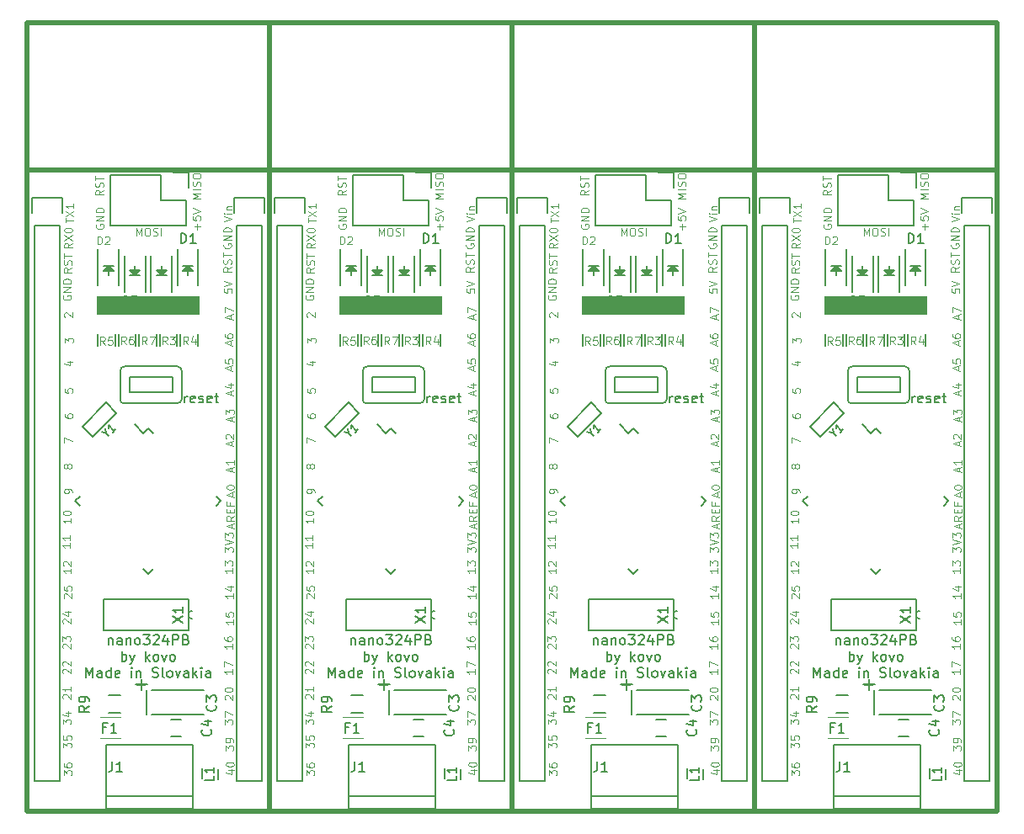
<source format=gto>
G04 #@! TF.GenerationSoftware,KiCad,Pcbnew,6.0.0-unknown-16cf1a4~86~ubuntu16.04.1*
G04 #@! TF.CreationDate,2019-07-03T13:53:05+02:00*
G04 #@! TF.ProjectId,nano324,6e616e6f-3332-4342-9e6b-696361645f70,rev?*
G04 #@! TF.SameCoordinates,Original*
G04 #@! TF.FileFunction,Legend,Top*
G04 #@! TF.FilePolarity,Positive*
%FSLAX46Y46*%
G04 Gerber Fmt 4.6, Leading zero omitted, Abs format (unit mm)*
G04 Created by KiCad (PCBNEW 6.0.0-unknown-16cf1a4~86~ubuntu16.04.1) date 2019-07-03 13:53:05*
%MOMM*%
%LPD*%
G04 APERTURE LIST*
%ADD10C,0.500000*%
%ADD11C,0.100000*%
%ADD12C,0.150000*%
%ADD13C,0.120000*%
G04 APERTURE END LIST*
D10*
X147929600Y-59893200D02*
X147929600Y-45008800D01*
X123545600Y-59893200D02*
X123545600Y-45008800D01*
X99161600Y-59893200D02*
X99161600Y-45008800D01*
X74777600Y-59893200D02*
X74777600Y-45008800D01*
X172313600Y-45008800D02*
X74777600Y-45008800D01*
X172316140Y-59893200D02*
X172313600Y-45008800D01*
D11*
X151819664Y-65145796D02*
X151819664Y-64688653D01*
X152619664Y-64917224D02*
X151819664Y-64917224D01*
X151819664Y-64498177D02*
X152619664Y-63964843D01*
X151819664Y-63964843D02*
X152619664Y-64498177D01*
X152619664Y-63241034D02*
X152619664Y-63698177D01*
X152619664Y-63469605D02*
X151819664Y-63469605D01*
X151933950Y-63545796D01*
X152010140Y-63621986D01*
X152048236Y-63698177D01*
X151999971Y-79148959D02*
X152533304Y-79148959D01*
X151695209Y-79339435D02*
X152266638Y-79529911D01*
X152266638Y-79034673D01*
X154895600Y-65328723D02*
X154857504Y-65404914D01*
X154857504Y-65519200D01*
X154895600Y-65633485D01*
X154971790Y-65709676D01*
X155047980Y-65747771D01*
X155200361Y-65785866D01*
X155314647Y-65785866D01*
X155467028Y-65747771D01*
X155543219Y-65709676D01*
X155619409Y-65633485D01*
X155657504Y-65519200D01*
X155657504Y-65443009D01*
X155619409Y-65328723D01*
X155581314Y-65290628D01*
X155314647Y-65290628D01*
X155314647Y-65443009D01*
X155657504Y-64947771D02*
X154857504Y-64947771D01*
X155657504Y-64490628D01*
X154857504Y-64490628D01*
X155657504Y-64109676D02*
X154857504Y-64109676D01*
X154857504Y-63919200D01*
X154895600Y-63804914D01*
X154971790Y-63728723D01*
X155047980Y-63690628D01*
X155200361Y-63652533D01*
X155314647Y-63652533D01*
X155467028Y-63690628D01*
X155543219Y-63728723D01*
X155619409Y-63804914D01*
X155657504Y-63919200D01*
X155657504Y-64109676D01*
X152294544Y-97383580D02*
X152294544Y-97840723D01*
X152294544Y-97612152D02*
X151494544Y-97612152D01*
X151608830Y-97688342D01*
X151685020Y-97764533D01*
X151723116Y-97840723D01*
X152294544Y-96621676D02*
X152294544Y-97078819D01*
X152294544Y-96850247D02*
X151494544Y-96850247D01*
X151608830Y-96926438D01*
X151685020Y-97002628D01*
X151723116Y-97078819D01*
X152467264Y-67212145D02*
X152086312Y-67478812D01*
X152467264Y-67669288D02*
X151667264Y-67669288D01*
X151667264Y-67364526D01*
X151705360Y-67288336D01*
X151743455Y-67250240D01*
X151819645Y-67212145D01*
X151933931Y-67212145D01*
X152010121Y-67250240D01*
X152048217Y-67288336D01*
X152086312Y-67364526D01*
X152086312Y-67669288D01*
X151667264Y-66945479D02*
X152467264Y-66412145D01*
X151667264Y-66412145D02*
X152467264Y-66945479D01*
X151667264Y-65955002D02*
X151667264Y-65878812D01*
X151705360Y-65802621D01*
X151743455Y-65764526D01*
X151819645Y-65726431D01*
X151972026Y-65688336D01*
X152162502Y-65688336D01*
X152314883Y-65726431D01*
X152391074Y-65764526D01*
X152429169Y-65802621D01*
X152467264Y-65878812D01*
X152467264Y-65955002D01*
X152429169Y-66031193D01*
X152391074Y-66069288D01*
X152314883Y-66107383D01*
X152162502Y-66145479D01*
X151972026Y-66145479D01*
X151819645Y-66107383D01*
X151743455Y-66069288D01*
X151705360Y-66031193D01*
X151667264Y-65955002D01*
X152424084Y-69698815D02*
X152043132Y-69965481D01*
X152424084Y-70155958D02*
X151624084Y-70155958D01*
X151624084Y-69851196D01*
X151662180Y-69775005D01*
X151700275Y-69736910D01*
X151776465Y-69698815D01*
X151890751Y-69698815D01*
X151966941Y-69736910D01*
X152005037Y-69775005D01*
X152043132Y-69851196D01*
X152043132Y-70155958D01*
X152385989Y-69394053D02*
X152424084Y-69279767D01*
X152424084Y-69089291D01*
X152385989Y-69013100D01*
X152347894Y-68975005D01*
X152271703Y-68936910D01*
X152195513Y-68936910D01*
X152119322Y-68975005D01*
X152081227Y-69013100D01*
X152043132Y-69089291D01*
X152005037Y-69241672D01*
X151966941Y-69317862D01*
X151928846Y-69355958D01*
X151852656Y-69394053D01*
X151776465Y-69394053D01*
X151700275Y-69355958D01*
X151662180Y-69317862D01*
X151624084Y-69241672D01*
X151624084Y-69051196D01*
X151662180Y-68936910D01*
X151624084Y-68708339D02*
X151624084Y-68251196D01*
X152424084Y-68479767D02*
X151624084Y-68479767D01*
X167748004Y-65030247D02*
X168548004Y-64763580D01*
X167748004Y-64496914D01*
X168548004Y-64230247D02*
X168014671Y-64230247D01*
X167748004Y-64230247D02*
X167786100Y-64268342D01*
X167824195Y-64230247D01*
X167786100Y-64192152D01*
X167748004Y-64230247D01*
X167824195Y-64230247D01*
X168014671Y-63849295D02*
X168548004Y-63849295D01*
X168090861Y-63849295D02*
X168052766Y-63811200D01*
X168014671Y-63735009D01*
X168014671Y-63620723D01*
X168052766Y-63544533D01*
X168128957Y-63506438D01*
X168548004Y-63506438D01*
X167722600Y-67297223D02*
X167684504Y-67373414D01*
X167684504Y-67487700D01*
X167722600Y-67601985D01*
X167798790Y-67678176D01*
X167874980Y-67716271D01*
X168027361Y-67754366D01*
X168141647Y-67754366D01*
X168294028Y-67716271D01*
X168370219Y-67678176D01*
X168446409Y-67601985D01*
X168484504Y-67487700D01*
X168484504Y-67411509D01*
X168446409Y-67297223D01*
X168408314Y-67259128D01*
X168141647Y-67259128D01*
X168141647Y-67411509D01*
X168484504Y-66916271D02*
X167684504Y-66916271D01*
X168484504Y-66459128D01*
X167684504Y-66459128D01*
X168484504Y-66078176D02*
X167684504Y-66078176D01*
X167684504Y-65887700D01*
X167722600Y-65773414D01*
X167798790Y-65697223D01*
X167874980Y-65659128D01*
X168027361Y-65621033D01*
X168141647Y-65621033D01*
X168294028Y-65659128D01*
X168370219Y-65697223D01*
X168446409Y-65773414D01*
X168484504Y-65887700D01*
X168484504Y-66078176D01*
X167748004Y-71793080D02*
X167748004Y-72174033D01*
X168128957Y-72212128D01*
X168090861Y-72174033D01*
X168052766Y-72097842D01*
X168052766Y-71907366D01*
X168090861Y-71831176D01*
X168128957Y-71793080D01*
X168205147Y-71754985D01*
X168395623Y-71754985D01*
X168471814Y-71793080D01*
X168509909Y-71831176D01*
X168548004Y-71907366D01*
X168548004Y-72097842D01*
X168509909Y-72174033D01*
X168471814Y-72212128D01*
X167748004Y-71526414D02*
X168548004Y-71259747D01*
X167748004Y-70993080D01*
X151619000Y-72478823D02*
X151580904Y-72555014D01*
X151580904Y-72669300D01*
X151619000Y-72783585D01*
X151695190Y-72859776D01*
X151771380Y-72897871D01*
X151923761Y-72935966D01*
X152038047Y-72935966D01*
X152190428Y-72897871D01*
X152266619Y-72859776D01*
X152342809Y-72783585D01*
X152380904Y-72669300D01*
X152380904Y-72593109D01*
X152342809Y-72478823D01*
X152304714Y-72440728D01*
X152038047Y-72440728D01*
X152038047Y-72593109D01*
X152380904Y-72097871D02*
X151580904Y-72097871D01*
X152380904Y-71640728D01*
X151580904Y-71640728D01*
X152380904Y-71259776D02*
X151580904Y-71259776D01*
X151580904Y-71069300D01*
X151619000Y-70955014D01*
X151695190Y-70878823D01*
X151771380Y-70840728D01*
X151923761Y-70802633D01*
X152038047Y-70802633D01*
X152190428Y-70840728D01*
X152266619Y-70878823D01*
X152342809Y-70955014D01*
X152380904Y-71069300D01*
X152380904Y-71259776D01*
X152380904Y-99969300D02*
X152380904Y-100426443D01*
X152380904Y-100197872D02*
X151580904Y-100197872D01*
X151695190Y-100274062D01*
X151771380Y-100350253D01*
X151809476Y-100426443D01*
X151657095Y-99664539D02*
X151619000Y-99626443D01*
X151580904Y-99550253D01*
X151580904Y-99359777D01*
X151619000Y-99283586D01*
X151657095Y-99245491D01*
X151733285Y-99207396D01*
X151809476Y-99207396D01*
X151923761Y-99245491D01*
X152380904Y-99702634D01*
X152380904Y-99207396D01*
X165080942Y-65874771D02*
X165080942Y-65265247D01*
X165385704Y-65570009D02*
X164776180Y-65570009D01*
X164585704Y-64503342D02*
X164585704Y-64884295D01*
X164966657Y-64922390D01*
X164928561Y-64884295D01*
X164890466Y-64808104D01*
X164890466Y-64617628D01*
X164928561Y-64541438D01*
X164966657Y-64503342D01*
X165042847Y-64465247D01*
X165233323Y-64465247D01*
X165309514Y-64503342D01*
X165347609Y-64541438D01*
X165385704Y-64617628D01*
X165385704Y-64808104D01*
X165347609Y-64884295D01*
X165309514Y-64922390D01*
X164585704Y-64236676D02*
X165385704Y-63970009D01*
X164585704Y-63703342D01*
X168484504Y-69602295D02*
X168103552Y-69868961D01*
X168484504Y-70059438D02*
X167684504Y-70059438D01*
X167684504Y-69754676D01*
X167722600Y-69678485D01*
X167760695Y-69640390D01*
X167836885Y-69602295D01*
X167951171Y-69602295D01*
X168027361Y-69640390D01*
X168065457Y-69678485D01*
X168103552Y-69754676D01*
X168103552Y-70059438D01*
X168446409Y-69297533D02*
X168484504Y-69183247D01*
X168484504Y-68992771D01*
X168446409Y-68916580D01*
X168408314Y-68878485D01*
X168332123Y-68840390D01*
X168255933Y-68840390D01*
X168179742Y-68878485D01*
X168141647Y-68916580D01*
X168103552Y-68992771D01*
X168065457Y-69145152D01*
X168027361Y-69221342D01*
X167989266Y-69259438D01*
X167913076Y-69297533D01*
X167836885Y-69297533D01*
X167760695Y-69259438D01*
X167722600Y-69221342D01*
X167684504Y-69145152D01*
X167684504Y-68954676D01*
X167722600Y-68840390D01*
X167684504Y-68611819D02*
X167684504Y-68154676D01*
X168484504Y-68383247D02*
X167684504Y-68383247D01*
X168659764Y-102468660D02*
X168659764Y-102925803D01*
X168659764Y-102697232D02*
X167859764Y-102697232D01*
X167974050Y-102773422D01*
X168050240Y-102849613D01*
X168088336Y-102925803D01*
X168126431Y-101782946D02*
X168659764Y-101782946D01*
X167821669Y-101973422D02*
X168393098Y-102163899D01*
X168393098Y-101668660D01*
D12*
X156129220Y-106941694D02*
X156129220Y-107608360D01*
X156129220Y-107036932D02*
X156176839Y-106989313D01*
X156272077Y-106941694D01*
X156414934Y-106941694D01*
X156510172Y-106989313D01*
X156557791Y-107084551D01*
X156557791Y-107608360D01*
X157462553Y-107608360D02*
X157462553Y-107084551D01*
X157414934Y-106989313D01*
X157319696Y-106941694D01*
X157129220Y-106941694D01*
X157033981Y-106989313D01*
X157462553Y-107560741D02*
X157367315Y-107608360D01*
X157129220Y-107608360D01*
X157033981Y-107560741D01*
X156986362Y-107465503D01*
X156986362Y-107370265D01*
X157033981Y-107275027D01*
X157129220Y-107227408D01*
X157367315Y-107227408D01*
X157462553Y-107179789D01*
X157938743Y-106941694D02*
X157938743Y-107608360D01*
X157938743Y-107036932D02*
X157986362Y-106989313D01*
X158081600Y-106941694D01*
X158224458Y-106941694D01*
X158319696Y-106989313D01*
X158367315Y-107084551D01*
X158367315Y-107608360D01*
X158986362Y-107608360D02*
X158891124Y-107560741D01*
X158843505Y-107513122D01*
X158795886Y-107417884D01*
X158795886Y-107132170D01*
X158843505Y-107036932D01*
X158891124Y-106989313D01*
X158986362Y-106941694D01*
X159129220Y-106941694D01*
X159224458Y-106989313D01*
X159272077Y-107036932D01*
X159319696Y-107132170D01*
X159319696Y-107417884D01*
X159272077Y-107513122D01*
X159224458Y-107560741D01*
X159129220Y-107608360D01*
X158986362Y-107608360D01*
X159653029Y-106608360D02*
X160272077Y-106608360D01*
X159938743Y-106989313D01*
X160081600Y-106989313D01*
X160176839Y-107036932D01*
X160224458Y-107084551D01*
X160272077Y-107179789D01*
X160272077Y-107417884D01*
X160224458Y-107513122D01*
X160176839Y-107560741D01*
X160081600Y-107608360D01*
X159795886Y-107608360D01*
X159700648Y-107560741D01*
X159653029Y-107513122D01*
X160653029Y-106703599D02*
X160700648Y-106655980D01*
X160795886Y-106608360D01*
X161033981Y-106608360D01*
X161129220Y-106655980D01*
X161176839Y-106703599D01*
X161224458Y-106798837D01*
X161224458Y-106894075D01*
X161176839Y-107036932D01*
X160605410Y-107608360D01*
X161224458Y-107608360D01*
X162081600Y-106941694D02*
X162081600Y-107608360D01*
X161843505Y-106560741D02*
X161605410Y-107275027D01*
X162224458Y-107275027D01*
X162605410Y-107608360D02*
X162605410Y-106608360D01*
X162986362Y-106608360D01*
X163081600Y-106655980D01*
X163129220Y-106703599D01*
X163176839Y-106798837D01*
X163176839Y-106941694D01*
X163129220Y-107036932D01*
X163081600Y-107084551D01*
X162986362Y-107132170D01*
X162605410Y-107132170D01*
X163938743Y-107084551D02*
X164081600Y-107132170D01*
X164129220Y-107179789D01*
X164176839Y-107275027D01*
X164176839Y-107417884D01*
X164129220Y-107513122D01*
X164081600Y-107560741D01*
X163986362Y-107608360D01*
X163605410Y-107608360D01*
X163605410Y-106608360D01*
X163938743Y-106608360D01*
X164033981Y-106655980D01*
X164081600Y-106703599D01*
X164129220Y-106798837D01*
X164129220Y-106894075D01*
X164081600Y-106989313D01*
X164033981Y-107036932D01*
X163938743Y-107084551D01*
X163605410Y-107084551D01*
X157462553Y-109258360D02*
X157462553Y-108258360D01*
X157462553Y-108639313D02*
X157557791Y-108591694D01*
X157748267Y-108591694D01*
X157843505Y-108639313D01*
X157891124Y-108686932D01*
X157938743Y-108782170D01*
X157938743Y-109067884D01*
X157891124Y-109163122D01*
X157843505Y-109210741D01*
X157748267Y-109258360D01*
X157557791Y-109258360D01*
X157462553Y-109210741D01*
X158272077Y-108591694D02*
X158510172Y-109258360D01*
X158748267Y-108591694D02*
X158510172Y-109258360D01*
X158414934Y-109496456D01*
X158367315Y-109544075D01*
X158272077Y-109591694D01*
X159891124Y-109258360D02*
X159891124Y-108258360D01*
X159986362Y-108877408D02*
X160272077Y-109258360D01*
X160272077Y-108591694D02*
X159891124Y-108972646D01*
X160843505Y-109258360D02*
X160748267Y-109210741D01*
X160700648Y-109163122D01*
X160653029Y-109067884D01*
X160653029Y-108782170D01*
X160700648Y-108686932D01*
X160748267Y-108639313D01*
X160843505Y-108591694D01*
X160986362Y-108591694D01*
X161081600Y-108639313D01*
X161129220Y-108686932D01*
X161176839Y-108782170D01*
X161176839Y-109067884D01*
X161129220Y-109163122D01*
X161081600Y-109210741D01*
X160986362Y-109258360D01*
X160843505Y-109258360D01*
X161510172Y-108591694D02*
X161748267Y-109258360D01*
X161986362Y-108591694D01*
X162510172Y-109258360D02*
X162414934Y-109210741D01*
X162367315Y-109163122D01*
X162319696Y-109067884D01*
X162319696Y-108782170D01*
X162367315Y-108686932D01*
X162414934Y-108639313D01*
X162510172Y-108591694D01*
X162653029Y-108591694D01*
X162748267Y-108639313D01*
X162795886Y-108686932D01*
X162843505Y-108782170D01*
X162843505Y-109067884D01*
X162795886Y-109163122D01*
X162748267Y-109210741D01*
X162653029Y-109258360D01*
X162510172Y-109258360D01*
X153891124Y-110908360D02*
X153891124Y-109908360D01*
X154224458Y-110622646D01*
X154557791Y-109908360D01*
X154557791Y-110908360D01*
X155462553Y-110908360D02*
X155462553Y-110384551D01*
X155414934Y-110289313D01*
X155319696Y-110241694D01*
X155129220Y-110241694D01*
X155033981Y-110289313D01*
X155462553Y-110860741D02*
X155367315Y-110908360D01*
X155129220Y-110908360D01*
X155033981Y-110860741D01*
X154986362Y-110765503D01*
X154986362Y-110670265D01*
X155033981Y-110575027D01*
X155129220Y-110527408D01*
X155367315Y-110527408D01*
X155462553Y-110479789D01*
X156367315Y-110908360D02*
X156367315Y-109908360D01*
X156367315Y-110860741D02*
X156272077Y-110908360D01*
X156081600Y-110908360D01*
X155986362Y-110860741D01*
X155938743Y-110813122D01*
X155891124Y-110717884D01*
X155891124Y-110432170D01*
X155938743Y-110336932D01*
X155986362Y-110289313D01*
X156081600Y-110241694D01*
X156272077Y-110241694D01*
X156367315Y-110289313D01*
X157224458Y-110860741D02*
X157129220Y-110908360D01*
X156938743Y-110908360D01*
X156843505Y-110860741D01*
X156795886Y-110765503D01*
X156795886Y-110384551D01*
X156843505Y-110289313D01*
X156938743Y-110241694D01*
X157129220Y-110241694D01*
X157224458Y-110289313D01*
X157272077Y-110384551D01*
X157272077Y-110479789D01*
X156795886Y-110575027D01*
X158462553Y-110908360D02*
X158462553Y-110241694D01*
X158462553Y-109908360D02*
X158414934Y-109955980D01*
X158462553Y-110003599D01*
X158510172Y-109955980D01*
X158462553Y-109908360D01*
X158462553Y-110003599D01*
X158938743Y-110241694D02*
X158938743Y-110908360D01*
X158938743Y-110336932D02*
X158986362Y-110289313D01*
X159081600Y-110241694D01*
X159224458Y-110241694D01*
X159319696Y-110289313D01*
X159367315Y-110384551D01*
X159367315Y-110908360D01*
X160557791Y-110860741D02*
X160700648Y-110908360D01*
X160938743Y-110908360D01*
X161033981Y-110860741D01*
X161081600Y-110813122D01*
X161129220Y-110717884D01*
X161129220Y-110622646D01*
X161081600Y-110527408D01*
X161033981Y-110479789D01*
X160938743Y-110432170D01*
X160748267Y-110384551D01*
X160653029Y-110336932D01*
X160605410Y-110289313D01*
X160557791Y-110194075D01*
X160557791Y-110098837D01*
X160605410Y-110003599D01*
X160653029Y-109955980D01*
X160748267Y-109908360D01*
X160986362Y-109908360D01*
X161129220Y-109955980D01*
X161700648Y-110908360D02*
X161605410Y-110860741D01*
X161557791Y-110765503D01*
X161557791Y-109908360D01*
X162224458Y-110908360D02*
X162129220Y-110860741D01*
X162081600Y-110813122D01*
X162033981Y-110717884D01*
X162033981Y-110432170D01*
X162081600Y-110336932D01*
X162129220Y-110289313D01*
X162224458Y-110241694D01*
X162367315Y-110241694D01*
X162462553Y-110289313D01*
X162510172Y-110336932D01*
X162557791Y-110432170D01*
X162557791Y-110717884D01*
X162510172Y-110813122D01*
X162462553Y-110860741D01*
X162367315Y-110908360D01*
X162224458Y-110908360D01*
X162891124Y-110241694D02*
X163129220Y-110908360D01*
X163367315Y-110241694D01*
X164176839Y-110908360D02*
X164176839Y-110384551D01*
X164129220Y-110289313D01*
X164033981Y-110241694D01*
X163843505Y-110241694D01*
X163748267Y-110289313D01*
X164176839Y-110860741D02*
X164081600Y-110908360D01*
X163843505Y-110908360D01*
X163748267Y-110860741D01*
X163700648Y-110765503D01*
X163700648Y-110670265D01*
X163748267Y-110575027D01*
X163843505Y-110527408D01*
X164081600Y-110527408D01*
X164176839Y-110479789D01*
X164653029Y-110908360D02*
X164653029Y-109908360D01*
X164748267Y-110527408D02*
X165033981Y-110908360D01*
X165033981Y-110241694D02*
X164653029Y-110622646D01*
X165462553Y-110908360D02*
X165462553Y-110241694D01*
X165462553Y-109908360D02*
X165414934Y-109955980D01*
X165462553Y-110003599D01*
X165510172Y-109955980D01*
X165462553Y-109908360D01*
X165462553Y-110003599D01*
X166367315Y-110908360D02*
X166367315Y-110384551D01*
X166319696Y-110289313D01*
X166224458Y-110241694D01*
X166033981Y-110241694D01*
X165938743Y-110289313D01*
X166367315Y-110860741D02*
X166272077Y-110908360D01*
X166033981Y-110908360D01*
X165938743Y-110860741D01*
X165891124Y-110765503D01*
X165891124Y-110670265D01*
X165938743Y-110575027D01*
X166033981Y-110527408D01*
X166272077Y-110527408D01*
X166367315Y-110479789D01*
D10*
X147929600Y-59893200D02*
X172313600Y-59893200D01*
D11*
X167859764Y-98287716D02*
X167859764Y-97792478D01*
X168164526Y-98059144D01*
X168164526Y-97944859D01*
X168202621Y-97868668D01*
X168240717Y-97830573D01*
X168316907Y-97792478D01*
X168507383Y-97792478D01*
X168583574Y-97830573D01*
X168621669Y-97868668D01*
X168659764Y-97944859D01*
X168659764Y-98173430D01*
X168621669Y-98249620D01*
X168583574Y-98287716D01*
X167859764Y-97563906D02*
X168659764Y-97297240D01*
X167859764Y-97030573D01*
X167859764Y-96840097D02*
X167859764Y-96344859D01*
X168164526Y-96611525D01*
X168164526Y-96497240D01*
X168202621Y-96421049D01*
X168240717Y-96382954D01*
X168316907Y-96344859D01*
X168507383Y-96344859D01*
X168583574Y-96382954D01*
X168621669Y-96421049D01*
X168659764Y-96497240D01*
X168659764Y-96725811D01*
X168621669Y-96802001D01*
X168583574Y-96840097D01*
D12*
X163811152Y-83256380D02*
X163811152Y-82589714D01*
X163811152Y-82780190D02*
X163858771Y-82684952D01*
X163906390Y-82637333D01*
X164001628Y-82589714D01*
X164096866Y-82589714D01*
X164811152Y-83208761D02*
X164715914Y-83256380D01*
X164525438Y-83256380D01*
X164430200Y-83208761D01*
X164382580Y-83113523D01*
X164382580Y-82732571D01*
X164430200Y-82637333D01*
X164525438Y-82589714D01*
X164715914Y-82589714D01*
X164811152Y-82637333D01*
X164858771Y-82732571D01*
X164858771Y-82827809D01*
X164382580Y-82923047D01*
X165239723Y-83208761D02*
X165334961Y-83256380D01*
X165525438Y-83256380D01*
X165620676Y-83208761D01*
X165668295Y-83113523D01*
X165668295Y-83065904D01*
X165620676Y-82970666D01*
X165525438Y-82923047D01*
X165382580Y-82923047D01*
X165287342Y-82875428D01*
X165239723Y-82780190D01*
X165239723Y-82732571D01*
X165287342Y-82637333D01*
X165382580Y-82589714D01*
X165525438Y-82589714D01*
X165620676Y-82637333D01*
X166477819Y-83208761D02*
X166382580Y-83256380D01*
X166192104Y-83256380D01*
X166096866Y-83208761D01*
X166049247Y-83113523D01*
X166049247Y-82732571D01*
X166096866Y-82637333D01*
X166192104Y-82589714D01*
X166382580Y-82589714D01*
X166477819Y-82637333D01*
X166525438Y-82732571D01*
X166525438Y-82827809D01*
X166049247Y-82923047D01*
X166811152Y-82589714D02*
X167192104Y-82589714D01*
X166954009Y-82256380D02*
X166954009Y-83113523D01*
X167001628Y-83208761D01*
X167096866Y-83256380D01*
X167192104Y-83256380D01*
D10*
X147929600Y-124409200D02*
X147929600Y-59893200D01*
D11*
X167890235Y-113118823D02*
X167852140Y-113080728D01*
X167814044Y-113004538D01*
X167814044Y-112814061D01*
X167852140Y-112737871D01*
X167890235Y-112699776D01*
X167966425Y-112661680D01*
X168042616Y-112661680D01*
X168156901Y-112699776D01*
X168614044Y-113156919D01*
X168614044Y-112661680D01*
X167814044Y-112166442D02*
X167814044Y-112090252D01*
X167852140Y-112014061D01*
X167890235Y-111975966D01*
X167966425Y-111937871D01*
X168118806Y-111899776D01*
X168309282Y-111899776D01*
X168461663Y-111937871D01*
X168537854Y-111975966D01*
X168575949Y-112014061D01*
X168614044Y-112090252D01*
X168614044Y-112166442D01*
X168575949Y-112242633D01*
X168537854Y-112280728D01*
X168461663Y-112318823D01*
X168309282Y-112356919D01*
X168118806Y-112356919D01*
X167966425Y-112318823D01*
X167890235Y-112280728D01*
X167852140Y-112242633D01*
X167814044Y-112166442D01*
X168570864Y-110075960D02*
X168570864Y-110533103D01*
X168570864Y-110304532D02*
X167770864Y-110304532D01*
X167885150Y-110380722D01*
X167961340Y-110456913D01*
X167999436Y-110533103D01*
X167770864Y-109809294D02*
X167770864Y-109275960D01*
X168570864Y-109618818D01*
X168408333Y-79981988D02*
X168408333Y-79601036D01*
X168636904Y-80058179D02*
X167836904Y-79791512D01*
X168636904Y-79524845D01*
X167836904Y-78877226D02*
X167836904Y-79258179D01*
X168217857Y-79296274D01*
X168179761Y-79258179D01*
X168141666Y-79181988D01*
X168141666Y-78991512D01*
X168179761Y-78915321D01*
X168217857Y-78877226D01*
X168294047Y-78839131D01*
X168484523Y-78839131D01*
X168560714Y-78877226D01*
X168598809Y-78915321D01*
X168636904Y-78991512D01*
X168636904Y-79181988D01*
X168598809Y-79258179D01*
X168560714Y-79296274D01*
X168451513Y-82481348D02*
X168451513Y-82100396D01*
X168680084Y-82557539D02*
X167880084Y-82290872D01*
X168680084Y-82024205D01*
X168146751Y-81414681D02*
X168680084Y-81414681D01*
X167841989Y-81605158D02*
X168413418Y-81795634D01*
X168413418Y-81300396D01*
X155606704Y-61880695D02*
X155225752Y-62147361D01*
X155606704Y-62337838D02*
X154806704Y-62337838D01*
X154806704Y-62033076D01*
X154844800Y-61956885D01*
X154882895Y-61918790D01*
X154959085Y-61880695D01*
X155073371Y-61880695D01*
X155149561Y-61918790D01*
X155187657Y-61956885D01*
X155225752Y-62033076D01*
X155225752Y-62337838D01*
X155568609Y-61575933D02*
X155606704Y-61461647D01*
X155606704Y-61271171D01*
X155568609Y-61194980D01*
X155530514Y-61156885D01*
X155454323Y-61118790D01*
X155378133Y-61118790D01*
X155301942Y-61156885D01*
X155263847Y-61194980D01*
X155225752Y-61271171D01*
X155187657Y-61423552D01*
X155149561Y-61499742D01*
X155111466Y-61537838D01*
X155035276Y-61575933D01*
X154959085Y-61575933D01*
X154882895Y-61537838D01*
X154844800Y-61499742D01*
X154806704Y-61423552D01*
X154806704Y-61233076D01*
X154844800Y-61118790D01*
X154806704Y-60890219D02*
X154806704Y-60433076D01*
X155606704Y-60661647D02*
X154806704Y-60661647D01*
X168474373Y-87566428D02*
X168474373Y-87185476D01*
X168702944Y-87642619D02*
X167902944Y-87375952D01*
X168702944Y-87109285D01*
X167979135Y-86880714D02*
X167941040Y-86842619D01*
X167902944Y-86766428D01*
X167902944Y-86575952D01*
X167941040Y-86499761D01*
X167979135Y-86461666D01*
X168055325Y-86423571D01*
X168131516Y-86423571D01*
X168245801Y-86461666D01*
X168702944Y-86918809D01*
X168702944Y-86423571D01*
X151591055Y-107967703D02*
X151552960Y-107929608D01*
X151514864Y-107853418D01*
X151514864Y-107662941D01*
X151552960Y-107586751D01*
X151591055Y-107548656D01*
X151667245Y-107510560D01*
X151743436Y-107510560D01*
X151857721Y-107548656D01*
X152314864Y-108005799D01*
X152314864Y-107510560D01*
X151514864Y-107243894D02*
X151514864Y-106748656D01*
X151819626Y-107015322D01*
X151819626Y-106901037D01*
X151857721Y-106824846D01*
X151895817Y-106786751D01*
X151972007Y-106748656D01*
X152162483Y-106748656D01*
X152238674Y-106786751D01*
X152276769Y-106824846D01*
X152314864Y-106901037D01*
X152314864Y-107129608D01*
X152276769Y-107205799D01*
X152238674Y-107243894D01*
X168702944Y-105100100D02*
X168702944Y-105557243D01*
X168702944Y-105328672D02*
X167902944Y-105328672D01*
X168017230Y-105404862D01*
X168093420Y-105481053D01*
X168131516Y-105557243D01*
X167902944Y-104376291D02*
X167902944Y-104757243D01*
X168283897Y-104795339D01*
X168245801Y-104757243D01*
X168207706Y-104681053D01*
X168207706Y-104490577D01*
X168245801Y-104414386D01*
X168283897Y-104376291D01*
X168360087Y-104338196D01*
X168550563Y-104338196D01*
X168626754Y-104376291D01*
X168664849Y-104414386D01*
X168702944Y-104490577D01*
X168702944Y-104681053D01*
X168664849Y-104757243D01*
X168626754Y-104795339D01*
X151591055Y-105468343D02*
X151552960Y-105430248D01*
X151514864Y-105354058D01*
X151514864Y-105163581D01*
X151552960Y-105087391D01*
X151591055Y-105049296D01*
X151667245Y-105011200D01*
X151743436Y-105011200D01*
X151857721Y-105049296D01*
X152314864Y-105506439D01*
X152314864Y-105011200D01*
X151781531Y-104325486D02*
X152314864Y-104325486D01*
X151476769Y-104515962D02*
X152048198Y-104706439D01*
X152048198Y-104211200D01*
X168614044Y-99926120D02*
X168614044Y-100383263D01*
X168614044Y-100154692D02*
X167814044Y-100154692D01*
X167928330Y-100230882D01*
X168004520Y-100307073D01*
X168042616Y-100383263D01*
X167814044Y-99659454D02*
X167814044Y-99164216D01*
X168118806Y-99430882D01*
X168118806Y-99316597D01*
X168156901Y-99240406D01*
X168194997Y-99202311D01*
X168271187Y-99164216D01*
X168461663Y-99164216D01*
X168537854Y-99202311D01*
X168575949Y-99240406D01*
X168614044Y-99316597D01*
X168614044Y-99545168D01*
X168575949Y-99621359D01*
X168537854Y-99659454D01*
X151611375Y-113047703D02*
X151573280Y-113009608D01*
X151535184Y-112933418D01*
X151535184Y-112742941D01*
X151573280Y-112666751D01*
X151611375Y-112628656D01*
X151687565Y-112590560D01*
X151763756Y-112590560D01*
X151878041Y-112628656D01*
X152335184Y-113085799D01*
X152335184Y-112590560D01*
X152335184Y-111828656D02*
X152335184Y-112285799D01*
X152335184Y-112057227D02*
X151535184Y-112057227D01*
X151649470Y-112133418D01*
X151725660Y-112209608D01*
X151763756Y-112285799D01*
X151621544Y-120759139D02*
X151621544Y-120263900D01*
X151926306Y-120530567D01*
X151926306Y-120416281D01*
X151964401Y-120340091D01*
X152002497Y-120301996D01*
X152078687Y-120263900D01*
X152269163Y-120263900D01*
X152345354Y-120301996D01*
X152383449Y-120340091D01*
X152421544Y-120416281D01*
X152421544Y-120644853D01*
X152383449Y-120721043D01*
X152345354Y-120759139D01*
X151621544Y-119578186D02*
X151621544Y-119730567D01*
X151659640Y-119806758D01*
X151697735Y-119844853D01*
X151812020Y-119921043D01*
X151964401Y-119959139D01*
X152269163Y-119959139D01*
X152345354Y-119921043D01*
X152383449Y-119882948D01*
X152421544Y-119806758D01*
X152421544Y-119654377D01*
X152383449Y-119578186D01*
X152345354Y-119540091D01*
X152269163Y-119501996D01*
X152078687Y-119501996D01*
X152002497Y-119540091D01*
X151964401Y-119578186D01*
X151926306Y-119654377D01*
X151926306Y-119806758D01*
X151964401Y-119882948D01*
X152002497Y-119921043D01*
X152078687Y-119959139D01*
X168537873Y-95854358D02*
X168537873Y-95473405D01*
X168766444Y-95930548D02*
X167966444Y-95663881D01*
X168766444Y-95397215D01*
X168766444Y-94673405D02*
X168385492Y-94940072D01*
X168766444Y-95130548D02*
X167966444Y-95130548D01*
X167966444Y-94825786D01*
X168004540Y-94749596D01*
X168042635Y-94711500D01*
X168118825Y-94673405D01*
X168233111Y-94673405D01*
X168309301Y-94711500D01*
X168347397Y-94749596D01*
X168385492Y-94825786D01*
X168385492Y-95130548D01*
X168347397Y-94330548D02*
X168347397Y-94063881D01*
X168766444Y-93949596D02*
X168766444Y-94330548D01*
X167966444Y-94330548D01*
X167966444Y-93949596D01*
X168347397Y-93340072D02*
X168347397Y-93606739D01*
X168766444Y-93606739D02*
X167966444Y-93606739D01*
X167966444Y-93225786D01*
X168560733Y-92694688D02*
X168560733Y-92313736D01*
X168789304Y-92770879D02*
X167989304Y-92504212D01*
X168789304Y-92237545D01*
X167989304Y-91818498D02*
X167989304Y-91742307D01*
X168027400Y-91666117D01*
X168065495Y-91628021D01*
X168141685Y-91589926D01*
X168294066Y-91551831D01*
X168484542Y-91551831D01*
X168636923Y-91589926D01*
X168713114Y-91628021D01*
X168751209Y-91666117D01*
X168789304Y-91742307D01*
X168789304Y-91818498D01*
X168751209Y-91894688D01*
X168713114Y-91932783D01*
X168636923Y-91970879D01*
X168484542Y-92008974D01*
X168294066Y-92008974D01*
X168141685Y-91970879D01*
X168065495Y-91932783D01*
X168027400Y-91894688D01*
X167989304Y-91818498D01*
X151690124Y-87304846D02*
X151690124Y-86771513D01*
X152490124Y-87114370D01*
D10*
X172316140Y-59893200D02*
X172313600Y-124409200D01*
D11*
X151598684Y-117977839D02*
X151598684Y-117482600D01*
X151903446Y-117749267D01*
X151903446Y-117634981D01*
X151941541Y-117558791D01*
X151979637Y-117520696D01*
X152055827Y-117482600D01*
X152246303Y-117482600D01*
X152322494Y-117520696D01*
X152360589Y-117558791D01*
X152398684Y-117634981D01*
X152398684Y-117863553D01*
X152360589Y-117939743D01*
X152322494Y-117977839D01*
X151598684Y-116758791D02*
X151598684Y-117139743D01*
X151979637Y-117177839D01*
X151941541Y-117139743D01*
X151903446Y-117063553D01*
X151903446Y-116873077D01*
X151941541Y-116796886D01*
X151979637Y-116758791D01*
X152055827Y-116720696D01*
X152246303Y-116720696D01*
X152322494Y-116758791D01*
X152360589Y-116796886D01*
X152398684Y-116873077D01*
X152398684Y-117063553D01*
X152360589Y-117139743D01*
X152322494Y-117177839D01*
X151733304Y-81848983D02*
X151733304Y-82229936D01*
X152114257Y-82268031D01*
X152076161Y-82229936D01*
X152038066Y-82153745D01*
X152038066Y-81963269D01*
X152076161Y-81887079D01*
X152114257Y-81848983D01*
X152190447Y-81810888D01*
X152380923Y-81810888D01*
X152457114Y-81848983D01*
X152495209Y-81887079D01*
X152533304Y-81963269D01*
X152533304Y-82153745D01*
X152495209Y-82229936D01*
X152457114Y-82268031D01*
X168212791Y-120258811D02*
X168746124Y-120258811D01*
X167908029Y-120449287D02*
X168479458Y-120639763D01*
X168479458Y-120144525D01*
X167946124Y-119687382D02*
X167946124Y-119611192D01*
X167984220Y-119535001D01*
X168022315Y-119496906D01*
X168098505Y-119458811D01*
X168250886Y-119420716D01*
X168441362Y-119420716D01*
X168593743Y-119458811D01*
X168669934Y-119496906D01*
X168708029Y-119535001D01*
X168746124Y-119611192D01*
X168746124Y-119687382D01*
X168708029Y-119763573D01*
X168669934Y-119801668D01*
X168593743Y-119839763D01*
X168441362Y-119877859D01*
X168250886Y-119877859D01*
X168098505Y-119839763D01*
X168022315Y-119801668D01*
X167984220Y-119763573D01*
X167946124Y-119687382D01*
X168385473Y-77439448D02*
X168385473Y-77058496D01*
X168614044Y-77515639D02*
X167814044Y-77248972D01*
X168614044Y-76982305D01*
X167814044Y-76372781D02*
X167814044Y-76525162D01*
X167852140Y-76601353D01*
X167890235Y-76639448D01*
X168004520Y-76715639D01*
X168156901Y-76753734D01*
X168461663Y-76753734D01*
X168537854Y-76715639D01*
X168575949Y-76677543D01*
X168614044Y-76601353D01*
X168614044Y-76448972D01*
X168575949Y-76372781D01*
X168537854Y-76334686D01*
X168461663Y-76296591D01*
X168271187Y-76296591D01*
X168194997Y-76334686D01*
X168156901Y-76372781D01*
X168118806Y-76448972D01*
X168118806Y-76601353D01*
X168156901Y-76677543D01*
X168194997Y-76715639D01*
X168271187Y-76753734D01*
X152355504Y-94907080D02*
X152355504Y-95364223D01*
X152355504Y-95135652D02*
X151555504Y-95135652D01*
X151669790Y-95211842D01*
X151745980Y-95288033D01*
X151784076Y-95364223D01*
X151555504Y-94411842D02*
X151555504Y-94335652D01*
X151593600Y-94259461D01*
X151631695Y-94221366D01*
X151707885Y-94183271D01*
X151860266Y-94145176D01*
X152050742Y-94145176D01*
X152203123Y-94183271D01*
X152279314Y-94221366D01*
X152317409Y-94259461D01*
X152355504Y-94335652D01*
X152355504Y-94411842D01*
X152317409Y-94488033D01*
X152279314Y-94526128D01*
X152203123Y-94564223D01*
X152050742Y-94602319D01*
X151860266Y-94602319D01*
X151707885Y-94564223D01*
X151631695Y-94526128D01*
X151593600Y-94488033D01*
X151555504Y-94411842D01*
X151591055Y-110489923D02*
X151552960Y-110451828D01*
X151514864Y-110375638D01*
X151514864Y-110185161D01*
X151552960Y-110108971D01*
X151591055Y-110070876D01*
X151667245Y-110032780D01*
X151743436Y-110032780D01*
X151857721Y-110070876D01*
X152314864Y-110528019D01*
X152314864Y-110032780D01*
X151591055Y-109728019D02*
X151552960Y-109689923D01*
X151514864Y-109613733D01*
X151514864Y-109423257D01*
X151552960Y-109347066D01*
X151591055Y-109308971D01*
X151667245Y-109270876D01*
X151743436Y-109270876D01*
X151857721Y-109308971D01*
X152314864Y-109766114D01*
X152314864Y-109270876D01*
X151700275Y-102925803D02*
X151662180Y-102887708D01*
X151624084Y-102811518D01*
X151624084Y-102621041D01*
X151662180Y-102544851D01*
X151700275Y-102506756D01*
X151776465Y-102468660D01*
X151852656Y-102468660D01*
X151966941Y-102506756D01*
X152424084Y-102963899D01*
X152424084Y-102468660D01*
X151624084Y-101744851D02*
X151624084Y-102125803D01*
X152005037Y-102163899D01*
X151966941Y-102125803D01*
X151928846Y-102049613D01*
X151928846Y-101859137D01*
X151966941Y-101782946D01*
X152005037Y-101744851D01*
X152081227Y-101706756D01*
X152271703Y-101706756D01*
X152347894Y-101744851D01*
X152385989Y-101782946D01*
X152424084Y-101859137D01*
X152424084Y-102049613D01*
X152385989Y-102125803D01*
X152347894Y-102163899D01*
X168570864Y-107533420D02*
X168570864Y-107990563D01*
X168570864Y-107761992D02*
X167770864Y-107761992D01*
X167885150Y-107838182D01*
X167961340Y-107914373D01*
X167999436Y-107990563D01*
X167770864Y-106847706D02*
X167770864Y-107000087D01*
X167808960Y-107076278D01*
X167847055Y-107114373D01*
X167961340Y-107190563D01*
X168113721Y-107228659D01*
X168418483Y-107228659D01*
X168494674Y-107190563D01*
X168532769Y-107152468D01*
X168570864Y-107076278D01*
X168570864Y-106923897D01*
X168532769Y-106847706D01*
X168494674Y-106809611D01*
X168418483Y-106771516D01*
X168228007Y-106771516D01*
X168151817Y-106809611D01*
X168113721Y-106847706D01*
X168075626Y-106923897D01*
X168075626Y-107076278D01*
X168113721Y-107152468D01*
X168151817Y-107190563D01*
X168228007Y-107228659D01*
X167880084Y-118264859D02*
X167880084Y-117769620D01*
X168184846Y-118036287D01*
X168184846Y-117922001D01*
X168222941Y-117845811D01*
X168261037Y-117807716D01*
X168337227Y-117769620D01*
X168527703Y-117769620D01*
X168603894Y-117807716D01*
X168641989Y-117845811D01*
X168680084Y-117922001D01*
X168680084Y-118150573D01*
X168641989Y-118226763D01*
X168603894Y-118264859D01*
X168680084Y-117388668D02*
X168680084Y-117236287D01*
X168641989Y-117160097D01*
X168603894Y-117122001D01*
X168489608Y-117045811D01*
X168337227Y-117007716D01*
X168032465Y-117007716D01*
X167956275Y-117045811D01*
X167918180Y-117083906D01*
X167880084Y-117160097D01*
X167880084Y-117312478D01*
X167918180Y-117388668D01*
X167956275Y-117426763D01*
X168032465Y-117464859D01*
X168222941Y-117464859D01*
X168299132Y-117426763D01*
X168337227Y-117388668D01*
X168375322Y-117312478D01*
X168375322Y-117160097D01*
X168337227Y-117083906D01*
X168299132Y-117045811D01*
X168222941Y-117007716D01*
X152467264Y-92321360D02*
X152467264Y-92168980D01*
X152429169Y-92092789D01*
X152391074Y-92054694D01*
X152276788Y-91978503D01*
X152124407Y-91940408D01*
X151819645Y-91940408D01*
X151743455Y-91978503D01*
X151705360Y-92016599D01*
X151667264Y-92092789D01*
X151667264Y-92245170D01*
X151705360Y-92321360D01*
X151743455Y-92359456D01*
X151819645Y-92397551D01*
X152010121Y-92397551D01*
X152086312Y-92359456D01*
X152124407Y-92321360D01*
X152162502Y-92245170D01*
X152162502Y-92092789D01*
X152124407Y-92016599D01*
X152086312Y-91978503D01*
X152010121Y-91940408D01*
X168494693Y-90175008D02*
X168494693Y-89794056D01*
X168723264Y-90251199D02*
X167923264Y-89984532D01*
X168723264Y-89717865D01*
X168723264Y-89032151D02*
X168723264Y-89489294D01*
X168723264Y-89260722D02*
X167923264Y-89260722D01*
X168037550Y-89336913D01*
X168113740Y-89413103D01*
X168151836Y-89489294D01*
X151989801Y-89722950D02*
X151951706Y-89799140D01*
X151913611Y-89837236D01*
X151837420Y-89875331D01*
X151799325Y-89875331D01*
X151723135Y-89837236D01*
X151685040Y-89799140D01*
X151646944Y-89722950D01*
X151646944Y-89570569D01*
X151685040Y-89494379D01*
X151723135Y-89456283D01*
X151799325Y-89418188D01*
X151837420Y-89418188D01*
X151913611Y-89456283D01*
X151951706Y-89494379D01*
X151989801Y-89570569D01*
X151989801Y-89722950D01*
X152027897Y-89799140D01*
X152065992Y-89837236D01*
X152142182Y-89875331D01*
X152294563Y-89875331D01*
X152370754Y-89837236D01*
X152408849Y-89799140D01*
X152446944Y-89722950D01*
X152446944Y-89570569D01*
X152408849Y-89494379D01*
X152370754Y-89456283D01*
X152294563Y-89418188D01*
X152142182Y-89418188D01*
X152065992Y-89456283D01*
X152027897Y-89494379D01*
X151989801Y-89570569D01*
X167793724Y-115613099D02*
X167793724Y-115117860D01*
X168098486Y-115384527D01*
X168098486Y-115270241D01*
X168136581Y-115194051D01*
X168174677Y-115155956D01*
X168250867Y-115117860D01*
X168441343Y-115117860D01*
X168517534Y-115155956D01*
X168555629Y-115194051D01*
X168593724Y-115270241D01*
X168593724Y-115498813D01*
X168555629Y-115575003D01*
X168517534Y-115613099D01*
X167793724Y-114851194D02*
X167793724Y-114317860D01*
X168593724Y-114660718D01*
X151555504Y-115608019D02*
X151555504Y-115112780D01*
X151860266Y-115379447D01*
X151860266Y-115265161D01*
X151898361Y-115188971D01*
X151936457Y-115150876D01*
X152012647Y-115112780D01*
X152203123Y-115112780D01*
X152279314Y-115150876D01*
X152317409Y-115188971D01*
X152355504Y-115265161D01*
X152355504Y-115493733D01*
X152317409Y-115569923D01*
X152279314Y-115608019D01*
X151822171Y-114427066D02*
X152355504Y-114427066D01*
X151517409Y-114617542D02*
X152088838Y-114808019D01*
X152088838Y-114312780D01*
X151710444Y-84409299D02*
X151710444Y-84561680D01*
X151748540Y-84637870D01*
X151786635Y-84675965D01*
X151900920Y-84752156D01*
X152053301Y-84790251D01*
X152358063Y-84790251D01*
X152434254Y-84752156D01*
X152472349Y-84714060D01*
X152510444Y-84637870D01*
X152510444Y-84485489D01*
X152472349Y-84409299D01*
X152434254Y-84371203D01*
X152358063Y-84333108D01*
X152167587Y-84333108D01*
X152091397Y-84371203D01*
X152053301Y-84409299D01*
X152015206Y-84485489D01*
X152015206Y-84637870D01*
X152053301Y-84714060D01*
X152091397Y-84752156D01*
X152167587Y-84790251D01*
G36*
X165201600Y-74345800D02*
G01*
X154965400Y-74345800D01*
X154965400Y-72567800D01*
X165201600Y-72567800D01*
X165201600Y-74345800D01*
G37*
X165201600Y-74345800D02*
X154965400Y-74345800D01*
X154965400Y-72567800D01*
X165201600Y-72567800D01*
X165201600Y-74345800D01*
X168494693Y-85089928D02*
X168494693Y-84708976D01*
X168723264Y-85166119D02*
X167923264Y-84899452D01*
X168723264Y-84632785D01*
X167923264Y-84442309D02*
X167923264Y-83947071D01*
X168228026Y-84213738D01*
X168228026Y-84099452D01*
X168266121Y-84023261D01*
X168304217Y-83985166D01*
X168380407Y-83947071D01*
X168570883Y-83947071D01*
X168647074Y-83985166D01*
X168685169Y-84023261D01*
X168723264Y-84099452D01*
X168723264Y-84328023D01*
X168685169Y-84404214D01*
X168647074Y-84442309D01*
X151753624Y-77243906D02*
X151753624Y-76748668D01*
X152058386Y-77015335D01*
X152058386Y-76901049D01*
X152096481Y-76824859D01*
X152134577Y-76786763D01*
X152210767Y-76748668D01*
X152401243Y-76748668D01*
X152477434Y-76786763D01*
X152515529Y-76824859D01*
X152553624Y-76901049D01*
X152553624Y-77129620D01*
X152515529Y-77205811D01*
X152477434Y-77243906D01*
D10*
X172313600Y-124409200D02*
X147929600Y-124409200D01*
D11*
X168431193Y-74830868D02*
X168431193Y-74449916D01*
X168659764Y-74907059D02*
X167859764Y-74640392D01*
X168659764Y-74373725D01*
X167859764Y-74183249D02*
X167859764Y-73649916D01*
X168659764Y-73992773D01*
X165385704Y-62725142D02*
X164585704Y-62725142D01*
X165157133Y-62458476D01*
X164585704Y-62191809D01*
X165385704Y-62191809D01*
X165385704Y-61810857D02*
X164585704Y-61810857D01*
X165347609Y-61468000D02*
X165385704Y-61353714D01*
X165385704Y-61163238D01*
X165347609Y-61087047D01*
X165309514Y-61048952D01*
X165233323Y-61010857D01*
X165157133Y-61010857D01*
X165080942Y-61048952D01*
X165042847Y-61087047D01*
X165004752Y-61163238D01*
X164966657Y-61315619D01*
X164928561Y-61391809D01*
X164890466Y-61429904D01*
X164814276Y-61468000D01*
X164738085Y-61468000D01*
X164661895Y-61429904D01*
X164623800Y-61391809D01*
X164585704Y-61315619D01*
X164585704Y-61125142D01*
X164623800Y-61010857D01*
X164585704Y-60515619D02*
X164585704Y-60363238D01*
X164623800Y-60287047D01*
X164699990Y-60210857D01*
X164852371Y-60172761D01*
X165119038Y-60172761D01*
X165271419Y-60210857D01*
X165347609Y-60287047D01*
X165385704Y-60363238D01*
X165385704Y-60515619D01*
X165347609Y-60591809D01*
X165271419Y-60668000D01*
X165119038Y-60706095D01*
X164852371Y-60706095D01*
X164699990Y-60668000D01*
X164623800Y-60591809D01*
X164585704Y-60515619D01*
X158915257Y-66478104D02*
X158915257Y-65678104D01*
X159181923Y-66249533D01*
X159448590Y-65678104D01*
X159448590Y-66478104D01*
X159981923Y-65678104D02*
X160134304Y-65678104D01*
X160210495Y-65716200D01*
X160286685Y-65792390D01*
X160324780Y-65944771D01*
X160324780Y-66211438D01*
X160286685Y-66363819D01*
X160210495Y-66440009D01*
X160134304Y-66478104D01*
X159981923Y-66478104D01*
X159905733Y-66440009D01*
X159829542Y-66363819D01*
X159791447Y-66211438D01*
X159791447Y-65944771D01*
X159829542Y-65792390D01*
X159905733Y-65716200D01*
X159981923Y-65678104D01*
X160629542Y-66440009D02*
X160743828Y-66478104D01*
X160934304Y-66478104D01*
X161010495Y-66440009D01*
X161048590Y-66401914D01*
X161086685Y-66325723D01*
X161086685Y-66249533D01*
X161048590Y-66173342D01*
X161010495Y-66135247D01*
X160934304Y-66097152D01*
X160781923Y-66059057D01*
X160705733Y-66020961D01*
X160667638Y-65982866D01*
X160629542Y-65906676D01*
X160629542Y-65830485D01*
X160667638Y-65754295D01*
X160705733Y-65716200D01*
X160781923Y-65678104D01*
X160972400Y-65678104D01*
X161086685Y-65716200D01*
X161429542Y-66478104D02*
X161429542Y-65678104D01*
X151743455Y-74663271D02*
X151705360Y-74625176D01*
X151667264Y-74548985D01*
X151667264Y-74358509D01*
X151705360Y-74282319D01*
X151743455Y-74244223D01*
X151819645Y-74206128D01*
X151895836Y-74206128D01*
X152010121Y-74244223D01*
X152467264Y-74701366D01*
X152467264Y-74206128D01*
X127435664Y-65145796D02*
X127435664Y-64688653D01*
X128235664Y-64917224D02*
X127435664Y-64917224D01*
X127435664Y-64498177D02*
X128235664Y-63964843D01*
X127435664Y-63964843D02*
X128235664Y-64498177D01*
X128235664Y-63241034D02*
X128235664Y-63698177D01*
X128235664Y-63469605D02*
X127435664Y-63469605D01*
X127549950Y-63545796D01*
X127626140Y-63621986D01*
X127664236Y-63698177D01*
X127615971Y-79148959D02*
X128149304Y-79148959D01*
X127311209Y-79339435D02*
X127882638Y-79529911D01*
X127882638Y-79034673D01*
X130511600Y-65328723D02*
X130473504Y-65404914D01*
X130473504Y-65519200D01*
X130511600Y-65633485D01*
X130587790Y-65709676D01*
X130663980Y-65747771D01*
X130816361Y-65785866D01*
X130930647Y-65785866D01*
X131083028Y-65747771D01*
X131159219Y-65709676D01*
X131235409Y-65633485D01*
X131273504Y-65519200D01*
X131273504Y-65443009D01*
X131235409Y-65328723D01*
X131197314Y-65290628D01*
X130930647Y-65290628D01*
X130930647Y-65443009D01*
X131273504Y-64947771D02*
X130473504Y-64947771D01*
X131273504Y-64490628D01*
X130473504Y-64490628D01*
X131273504Y-64109676D02*
X130473504Y-64109676D01*
X130473504Y-63919200D01*
X130511600Y-63804914D01*
X130587790Y-63728723D01*
X130663980Y-63690628D01*
X130816361Y-63652533D01*
X130930647Y-63652533D01*
X131083028Y-63690628D01*
X131159219Y-63728723D01*
X131235409Y-63804914D01*
X131273504Y-63919200D01*
X131273504Y-64109676D01*
X127910544Y-97383580D02*
X127910544Y-97840723D01*
X127910544Y-97612152D02*
X127110544Y-97612152D01*
X127224830Y-97688342D01*
X127301020Y-97764533D01*
X127339116Y-97840723D01*
X127910544Y-96621676D02*
X127910544Y-97078819D01*
X127910544Y-96850247D02*
X127110544Y-96850247D01*
X127224830Y-96926438D01*
X127301020Y-97002628D01*
X127339116Y-97078819D01*
X128083264Y-67212145D02*
X127702312Y-67478812D01*
X128083264Y-67669288D02*
X127283264Y-67669288D01*
X127283264Y-67364526D01*
X127321360Y-67288336D01*
X127359455Y-67250240D01*
X127435645Y-67212145D01*
X127549931Y-67212145D01*
X127626121Y-67250240D01*
X127664217Y-67288336D01*
X127702312Y-67364526D01*
X127702312Y-67669288D01*
X127283264Y-66945479D02*
X128083264Y-66412145D01*
X127283264Y-66412145D02*
X128083264Y-66945479D01*
X127283264Y-65955002D02*
X127283264Y-65878812D01*
X127321360Y-65802621D01*
X127359455Y-65764526D01*
X127435645Y-65726431D01*
X127588026Y-65688336D01*
X127778502Y-65688336D01*
X127930883Y-65726431D01*
X128007074Y-65764526D01*
X128045169Y-65802621D01*
X128083264Y-65878812D01*
X128083264Y-65955002D01*
X128045169Y-66031193D01*
X128007074Y-66069288D01*
X127930883Y-66107383D01*
X127778502Y-66145479D01*
X127588026Y-66145479D01*
X127435645Y-66107383D01*
X127359455Y-66069288D01*
X127321360Y-66031193D01*
X127283264Y-65955002D01*
X128040084Y-69698815D02*
X127659132Y-69965481D01*
X128040084Y-70155958D02*
X127240084Y-70155958D01*
X127240084Y-69851196D01*
X127278180Y-69775005D01*
X127316275Y-69736910D01*
X127392465Y-69698815D01*
X127506751Y-69698815D01*
X127582941Y-69736910D01*
X127621037Y-69775005D01*
X127659132Y-69851196D01*
X127659132Y-70155958D01*
X128001989Y-69394053D02*
X128040084Y-69279767D01*
X128040084Y-69089291D01*
X128001989Y-69013100D01*
X127963894Y-68975005D01*
X127887703Y-68936910D01*
X127811513Y-68936910D01*
X127735322Y-68975005D01*
X127697227Y-69013100D01*
X127659132Y-69089291D01*
X127621037Y-69241672D01*
X127582941Y-69317862D01*
X127544846Y-69355958D01*
X127468656Y-69394053D01*
X127392465Y-69394053D01*
X127316275Y-69355958D01*
X127278180Y-69317862D01*
X127240084Y-69241672D01*
X127240084Y-69051196D01*
X127278180Y-68936910D01*
X127240084Y-68708339D02*
X127240084Y-68251196D01*
X128040084Y-68479767D02*
X127240084Y-68479767D01*
X143364004Y-65030247D02*
X144164004Y-64763580D01*
X143364004Y-64496914D01*
X144164004Y-64230247D02*
X143630671Y-64230247D01*
X143364004Y-64230247D02*
X143402100Y-64268342D01*
X143440195Y-64230247D01*
X143402100Y-64192152D01*
X143364004Y-64230247D01*
X143440195Y-64230247D01*
X143630671Y-63849295D02*
X144164004Y-63849295D01*
X143706861Y-63849295D02*
X143668766Y-63811200D01*
X143630671Y-63735009D01*
X143630671Y-63620723D01*
X143668766Y-63544533D01*
X143744957Y-63506438D01*
X144164004Y-63506438D01*
X143338600Y-67297223D02*
X143300504Y-67373414D01*
X143300504Y-67487700D01*
X143338600Y-67601985D01*
X143414790Y-67678176D01*
X143490980Y-67716271D01*
X143643361Y-67754366D01*
X143757647Y-67754366D01*
X143910028Y-67716271D01*
X143986219Y-67678176D01*
X144062409Y-67601985D01*
X144100504Y-67487700D01*
X144100504Y-67411509D01*
X144062409Y-67297223D01*
X144024314Y-67259128D01*
X143757647Y-67259128D01*
X143757647Y-67411509D01*
X144100504Y-66916271D02*
X143300504Y-66916271D01*
X144100504Y-66459128D01*
X143300504Y-66459128D01*
X144100504Y-66078176D02*
X143300504Y-66078176D01*
X143300504Y-65887700D01*
X143338600Y-65773414D01*
X143414790Y-65697223D01*
X143490980Y-65659128D01*
X143643361Y-65621033D01*
X143757647Y-65621033D01*
X143910028Y-65659128D01*
X143986219Y-65697223D01*
X144062409Y-65773414D01*
X144100504Y-65887700D01*
X144100504Y-66078176D01*
X143364004Y-71793080D02*
X143364004Y-72174033D01*
X143744957Y-72212128D01*
X143706861Y-72174033D01*
X143668766Y-72097842D01*
X143668766Y-71907366D01*
X143706861Y-71831176D01*
X143744957Y-71793080D01*
X143821147Y-71754985D01*
X144011623Y-71754985D01*
X144087814Y-71793080D01*
X144125909Y-71831176D01*
X144164004Y-71907366D01*
X144164004Y-72097842D01*
X144125909Y-72174033D01*
X144087814Y-72212128D01*
X143364004Y-71526414D02*
X144164004Y-71259747D01*
X143364004Y-70993080D01*
X127235000Y-72478823D02*
X127196904Y-72555014D01*
X127196904Y-72669300D01*
X127235000Y-72783585D01*
X127311190Y-72859776D01*
X127387380Y-72897871D01*
X127539761Y-72935966D01*
X127654047Y-72935966D01*
X127806428Y-72897871D01*
X127882619Y-72859776D01*
X127958809Y-72783585D01*
X127996904Y-72669300D01*
X127996904Y-72593109D01*
X127958809Y-72478823D01*
X127920714Y-72440728D01*
X127654047Y-72440728D01*
X127654047Y-72593109D01*
X127996904Y-72097871D02*
X127196904Y-72097871D01*
X127996904Y-71640728D01*
X127196904Y-71640728D01*
X127996904Y-71259776D02*
X127196904Y-71259776D01*
X127196904Y-71069300D01*
X127235000Y-70955014D01*
X127311190Y-70878823D01*
X127387380Y-70840728D01*
X127539761Y-70802633D01*
X127654047Y-70802633D01*
X127806428Y-70840728D01*
X127882619Y-70878823D01*
X127958809Y-70955014D01*
X127996904Y-71069300D01*
X127996904Y-71259776D01*
X127996904Y-99969300D02*
X127996904Y-100426443D01*
X127996904Y-100197872D02*
X127196904Y-100197872D01*
X127311190Y-100274062D01*
X127387380Y-100350253D01*
X127425476Y-100426443D01*
X127273095Y-99664539D02*
X127235000Y-99626443D01*
X127196904Y-99550253D01*
X127196904Y-99359777D01*
X127235000Y-99283586D01*
X127273095Y-99245491D01*
X127349285Y-99207396D01*
X127425476Y-99207396D01*
X127539761Y-99245491D01*
X127996904Y-99702634D01*
X127996904Y-99207396D01*
X140696942Y-65874771D02*
X140696942Y-65265247D01*
X141001704Y-65570009D02*
X140392180Y-65570009D01*
X140201704Y-64503342D02*
X140201704Y-64884295D01*
X140582657Y-64922390D01*
X140544561Y-64884295D01*
X140506466Y-64808104D01*
X140506466Y-64617628D01*
X140544561Y-64541438D01*
X140582657Y-64503342D01*
X140658847Y-64465247D01*
X140849323Y-64465247D01*
X140925514Y-64503342D01*
X140963609Y-64541438D01*
X141001704Y-64617628D01*
X141001704Y-64808104D01*
X140963609Y-64884295D01*
X140925514Y-64922390D01*
X140201704Y-64236676D02*
X141001704Y-63970009D01*
X140201704Y-63703342D01*
X144100504Y-69602295D02*
X143719552Y-69868961D01*
X144100504Y-70059438D02*
X143300504Y-70059438D01*
X143300504Y-69754676D01*
X143338600Y-69678485D01*
X143376695Y-69640390D01*
X143452885Y-69602295D01*
X143567171Y-69602295D01*
X143643361Y-69640390D01*
X143681457Y-69678485D01*
X143719552Y-69754676D01*
X143719552Y-70059438D01*
X144062409Y-69297533D02*
X144100504Y-69183247D01*
X144100504Y-68992771D01*
X144062409Y-68916580D01*
X144024314Y-68878485D01*
X143948123Y-68840390D01*
X143871933Y-68840390D01*
X143795742Y-68878485D01*
X143757647Y-68916580D01*
X143719552Y-68992771D01*
X143681457Y-69145152D01*
X143643361Y-69221342D01*
X143605266Y-69259438D01*
X143529076Y-69297533D01*
X143452885Y-69297533D01*
X143376695Y-69259438D01*
X143338600Y-69221342D01*
X143300504Y-69145152D01*
X143300504Y-68954676D01*
X143338600Y-68840390D01*
X143300504Y-68611819D02*
X143300504Y-68154676D01*
X144100504Y-68383247D02*
X143300504Y-68383247D01*
X144275764Y-102468660D02*
X144275764Y-102925803D01*
X144275764Y-102697232D02*
X143475764Y-102697232D01*
X143590050Y-102773422D01*
X143666240Y-102849613D01*
X143704336Y-102925803D01*
X143742431Y-101782946D02*
X144275764Y-101782946D01*
X143437669Y-101973422D02*
X144009098Y-102163899D01*
X144009098Y-101668660D01*
D12*
X131745220Y-106941694D02*
X131745220Y-107608360D01*
X131745220Y-107036932D02*
X131792839Y-106989313D01*
X131888077Y-106941694D01*
X132030934Y-106941694D01*
X132126172Y-106989313D01*
X132173791Y-107084551D01*
X132173791Y-107608360D01*
X133078553Y-107608360D02*
X133078553Y-107084551D01*
X133030934Y-106989313D01*
X132935696Y-106941694D01*
X132745220Y-106941694D01*
X132649981Y-106989313D01*
X133078553Y-107560741D02*
X132983315Y-107608360D01*
X132745220Y-107608360D01*
X132649981Y-107560741D01*
X132602362Y-107465503D01*
X132602362Y-107370265D01*
X132649981Y-107275027D01*
X132745220Y-107227408D01*
X132983315Y-107227408D01*
X133078553Y-107179789D01*
X133554743Y-106941694D02*
X133554743Y-107608360D01*
X133554743Y-107036932D02*
X133602362Y-106989313D01*
X133697600Y-106941694D01*
X133840458Y-106941694D01*
X133935696Y-106989313D01*
X133983315Y-107084551D01*
X133983315Y-107608360D01*
X134602362Y-107608360D02*
X134507124Y-107560741D01*
X134459505Y-107513122D01*
X134411886Y-107417884D01*
X134411886Y-107132170D01*
X134459505Y-107036932D01*
X134507124Y-106989313D01*
X134602362Y-106941694D01*
X134745220Y-106941694D01*
X134840458Y-106989313D01*
X134888077Y-107036932D01*
X134935696Y-107132170D01*
X134935696Y-107417884D01*
X134888077Y-107513122D01*
X134840458Y-107560741D01*
X134745220Y-107608360D01*
X134602362Y-107608360D01*
X135269029Y-106608360D02*
X135888077Y-106608360D01*
X135554743Y-106989313D01*
X135697600Y-106989313D01*
X135792839Y-107036932D01*
X135840458Y-107084551D01*
X135888077Y-107179789D01*
X135888077Y-107417884D01*
X135840458Y-107513122D01*
X135792839Y-107560741D01*
X135697600Y-107608360D01*
X135411886Y-107608360D01*
X135316648Y-107560741D01*
X135269029Y-107513122D01*
X136269029Y-106703599D02*
X136316648Y-106655980D01*
X136411886Y-106608360D01*
X136649981Y-106608360D01*
X136745220Y-106655980D01*
X136792839Y-106703599D01*
X136840458Y-106798837D01*
X136840458Y-106894075D01*
X136792839Y-107036932D01*
X136221410Y-107608360D01*
X136840458Y-107608360D01*
X137697600Y-106941694D02*
X137697600Y-107608360D01*
X137459505Y-106560741D02*
X137221410Y-107275027D01*
X137840458Y-107275027D01*
X138221410Y-107608360D02*
X138221410Y-106608360D01*
X138602362Y-106608360D01*
X138697600Y-106655980D01*
X138745220Y-106703599D01*
X138792839Y-106798837D01*
X138792839Y-106941694D01*
X138745220Y-107036932D01*
X138697600Y-107084551D01*
X138602362Y-107132170D01*
X138221410Y-107132170D01*
X139554743Y-107084551D02*
X139697600Y-107132170D01*
X139745220Y-107179789D01*
X139792839Y-107275027D01*
X139792839Y-107417884D01*
X139745220Y-107513122D01*
X139697600Y-107560741D01*
X139602362Y-107608360D01*
X139221410Y-107608360D01*
X139221410Y-106608360D01*
X139554743Y-106608360D01*
X139649981Y-106655980D01*
X139697600Y-106703599D01*
X139745220Y-106798837D01*
X139745220Y-106894075D01*
X139697600Y-106989313D01*
X139649981Y-107036932D01*
X139554743Y-107084551D01*
X139221410Y-107084551D01*
X133078553Y-109258360D02*
X133078553Y-108258360D01*
X133078553Y-108639313D02*
X133173791Y-108591694D01*
X133364267Y-108591694D01*
X133459505Y-108639313D01*
X133507124Y-108686932D01*
X133554743Y-108782170D01*
X133554743Y-109067884D01*
X133507124Y-109163122D01*
X133459505Y-109210741D01*
X133364267Y-109258360D01*
X133173791Y-109258360D01*
X133078553Y-109210741D01*
X133888077Y-108591694D02*
X134126172Y-109258360D01*
X134364267Y-108591694D02*
X134126172Y-109258360D01*
X134030934Y-109496456D01*
X133983315Y-109544075D01*
X133888077Y-109591694D01*
X135507124Y-109258360D02*
X135507124Y-108258360D01*
X135602362Y-108877408D02*
X135888077Y-109258360D01*
X135888077Y-108591694D02*
X135507124Y-108972646D01*
X136459505Y-109258360D02*
X136364267Y-109210741D01*
X136316648Y-109163122D01*
X136269029Y-109067884D01*
X136269029Y-108782170D01*
X136316648Y-108686932D01*
X136364267Y-108639313D01*
X136459505Y-108591694D01*
X136602362Y-108591694D01*
X136697600Y-108639313D01*
X136745220Y-108686932D01*
X136792839Y-108782170D01*
X136792839Y-109067884D01*
X136745220Y-109163122D01*
X136697600Y-109210741D01*
X136602362Y-109258360D01*
X136459505Y-109258360D01*
X137126172Y-108591694D02*
X137364267Y-109258360D01*
X137602362Y-108591694D01*
X138126172Y-109258360D02*
X138030934Y-109210741D01*
X137983315Y-109163122D01*
X137935696Y-109067884D01*
X137935696Y-108782170D01*
X137983315Y-108686932D01*
X138030934Y-108639313D01*
X138126172Y-108591694D01*
X138269029Y-108591694D01*
X138364267Y-108639313D01*
X138411886Y-108686932D01*
X138459505Y-108782170D01*
X138459505Y-109067884D01*
X138411886Y-109163122D01*
X138364267Y-109210741D01*
X138269029Y-109258360D01*
X138126172Y-109258360D01*
X129507124Y-110908360D02*
X129507124Y-109908360D01*
X129840458Y-110622646D01*
X130173791Y-109908360D01*
X130173791Y-110908360D01*
X131078553Y-110908360D02*
X131078553Y-110384551D01*
X131030934Y-110289313D01*
X130935696Y-110241694D01*
X130745220Y-110241694D01*
X130649981Y-110289313D01*
X131078553Y-110860741D02*
X130983315Y-110908360D01*
X130745220Y-110908360D01*
X130649981Y-110860741D01*
X130602362Y-110765503D01*
X130602362Y-110670265D01*
X130649981Y-110575027D01*
X130745220Y-110527408D01*
X130983315Y-110527408D01*
X131078553Y-110479789D01*
X131983315Y-110908360D02*
X131983315Y-109908360D01*
X131983315Y-110860741D02*
X131888077Y-110908360D01*
X131697600Y-110908360D01*
X131602362Y-110860741D01*
X131554743Y-110813122D01*
X131507124Y-110717884D01*
X131507124Y-110432170D01*
X131554743Y-110336932D01*
X131602362Y-110289313D01*
X131697600Y-110241694D01*
X131888077Y-110241694D01*
X131983315Y-110289313D01*
X132840458Y-110860741D02*
X132745220Y-110908360D01*
X132554743Y-110908360D01*
X132459505Y-110860741D01*
X132411886Y-110765503D01*
X132411886Y-110384551D01*
X132459505Y-110289313D01*
X132554743Y-110241694D01*
X132745220Y-110241694D01*
X132840458Y-110289313D01*
X132888077Y-110384551D01*
X132888077Y-110479789D01*
X132411886Y-110575027D01*
X134078553Y-110908360D02*
X134078553Y-110241694D01*
X134078553Y-109908360D02*
X134030934Y-109955980D01*
X134078553Y-110003599D01*
X134126172Y-109955980D01*
X134078553Y-109908360D01*
X134078553Y-110003599D01*
X134554743Y-110241694D02*
X134554743Y-110908360D01*
X134554743Y-110336932D02*
X134602362Y-110289313D01*
X134697600Y-110241694D01*
X134840458Y-110241694D01*
X134935696Y-110289313D01*
X134983315Y-110384551D01*
X134983315Y-110908360D01*
X136173791Y-110860741D02*
X136316648Y-110908360D01*
X136554743Y-110908360D01*
X136649981Y-110860741D01*
X136697600Y-110813122D01*
X136745220Y-110717884D01*
X136745220Y-110622646D01*
X136697600Y-110527408D01*
X136649981Y-110479789D01*
X136554743Y-110432170D01*
X136364267Y-110384551D01*
X136269029Y-110336932D01*
X136221410Y-110289313D01*
X136173791Y-110194075D01*
X136173791Y-110098837D01*
X136221410Y-110003599D01*
X136269029Y-109955980D01*
X136364267Y-109908360D01*
X136602362Y-109908360D01*
X136745220Y-109955980D01*
X137316648Y-110908360D02*
X137221410Y-110860741D01*
X137173791Y-110765503D01*
X137173791Y-109908360D01*
X137840458Y-110908360D02*
X137745220Y-110860741D01*
X137697600Y-110813122D01*
X137649981Y-110717884D01*
X137649981Y-110432170D01*
X137697600Y-110336932D01*
X137745220Y-110289313D01*
X137840458Y-110241694D01*
X137983315Y-110241694D01*
X138078553Y-110289313D01*
X138126172Y-110336932D01*
X138173791Y-110432170D01*
X138173791Y-110717884D01*
X138126172Y-110813122D01*
X138078553Y-110860741D01*
X137983315Y-110908360D01*
X137840458Y-110908360D01*
X138507124Y-110241694D02*
X138745220Y-110908360D01*
X138983315Y-110241694D01*
X139792839Y-110908360D02*
X139792839Y-110384551D01*
X139745220Y-110289313D01*
X139649981Y-110241694D01*
X139459505Y-110241694D01*
X139364267Y-110289313D01*
X139792839Y-110860741D02*
X139697600Y-110908360D01*
X139459505Y-110908360D01*
X139364267Y-110860741D01*
X139316648Y-110765503D01*
X139316648Y-110670265D01*
X139364267Y-110575027D01*
X139459505Y-110527408D01*
X139697600Y-110527408D01*
X139792839Y-110479789D01*
X140269029Y-110908360D02*
X140269029Y-109908360D01*
X140364267Y-110527408D02*
X140649981Y-110908360D01*
X140649981Y-110241694D02*
X140269029Y-110622646D01*
X141078553Y-110908360D02*
X141078553Y-110241694D01*
X141078553Y-109908360D02*
X141030934Y-109955980D01*
X141078553Y-110003599D01*
X141126172Y-109955980D01*
X141078553Y-109908360D01*
X141078553Y-110003599D01*
X141983315Y-110908360D02*
X141983315Y-110384551D01*
X141935696Y-110289313D01*
X141840458Y-110241694D01*
X141649981Y-110241694D01*
X141554743Y-110289313D01*
X141983315Y-110860741D02*
X141888077Y-110908360D01*
X141649981Y-110908360D01*
X141554743Y-110860741D01*
X141507124Y-110765503D01*
X141507124Y-110670265D01*
X141554743Y-110575027D01*
X141649981Y-110527408D01*
X141888077Y-110527408D01*
X141983315Y-110479789D01*
D10*
X123545600Y-59893200D02*
X147929600Y-59893200D01*
D11*
X143475764Y-98287716D02*
X143475764Y-97792478D01*
X143780526Y-98059144D01*
X143780526Y-97944859D01*
X143818621Y-97868668D01*
X143856717Y-97830573D01*
X143932907Y-97792478D01*
X144123383Y-97792478D01*
X144199574Y-97830573D01*
X144237669Y-97868668D01*
X144275764Y-97944859D01*
X144275764Y-98173430D01*
X144237669Y-98249620D01*
X144199574Y-98287716D01*
X143475764Y-97563906D02*
X144275764Y-97297240D01*
X143475764Y-97030573D01*
X143475764Y-96840097D02*
X143475764Y-96344859D01*
X143780526Y-96611525D01*
X143780526Y-96497240D01*
X143818621Y-96421049D01*
X143856717Y-96382954D01*
X143932907Y-96344859D01*
X144123383Y-96344859D01*
X144199574Y-96382954D01*
X144237669Y-96421049D01*
X144275764Y-96497240D01*
X144275764Y-96725811D01*
X144237669Y-96802001D01*
X144199574Y-96840097D01*
D12*
X139427152Y-83256380D02*
X139427152Y-82589714D01*
X139427152Y-82780190D02*
X139474771Y-82684952D01*
X139522390Y-82637333D01*
X139617628Y-82589714D01*
X139712866Y-82589714D01*
X140427152Y-83208761D02*
X140331914Y-83256380D01*
X140141438Y-83256380D01*
X140046200Y-83208761D01*
X139998580Y-83113523D01*
X139998580Y-82732571D01*
X140046200Y-82637333D01*
X140141438Y-82589714D01*
X140331914Y-82589714D01*
X140427152Y-82637333D01*
X140474771Y-82732571D01*
X140474771Y-82827809D01*
X139998580Y-82923047D01*
X140855723Y-83208761D02*
X140950961Y-83256380D01*
X141141438Y-83256380D01*
X141236676Y-83208761D01*
X141284295Y-83113523D01*
X141284295Y-83065904D01*
X141236676Y-82970666D01*
X141141438Y-82923047D01*
X140998580Y-82923047D01*
X140903342Y-82875428D01*
X140855723Y-82780190D01*
X140855723Y-82732571D01*
X140903342Y-82637333D01*
X140998580Y-82589714D01*
X141141438Y-82589714D01*
X141236676Y-82637333D01*
X142093819Y-83208761D02*
X141998580Y-83256380D01*
X141808104Y-83256380D01*
X141712866Y-83208761D01*
X141665247Y-83113523D01*
X141665247Y-82732571D01*
X141712866Y-82637333D01*
X141808104Y-82589714D01*
X141998580Y-82589714D01*
X142093819Y-82637333D01*
X142141438Y-82732571D01*
X142141438Y-82827809D01*
X141665247Y-82923047D01*
X142427152Y-82589714D02*
X142808104Y-82589714D01*
X142570009Y-82256380D02*
X142570009Y-83113523D01*
X142617628Y-83208761D01*
X142712866Y-83256380D01*
X142808104Y-83256380D01*
D10*
X123545600Y-124409200D02*
X123545600Y-59893200D01*
D11*
X143506235Y-113118823D02*
X143468140Y-113080728D01*
X143430044Y-113004538D01*
X143430044Y-112814061D01*
X143468140Y-112737871D01*
X143506235Y-112699776D01*
X143582425Y-112661680D01*
X143658616Y-112661680D01*
X143772901Y-112699776D01*
X144230044Y-113156919D01*
X144230044Y-112661680D01*
X143430044Y-112166442D02*
X143430044Y-112090252D01*
X143468140Y-112014061D01*
X143506235Y-111975966D01*
X143582425Y-111937871D01*
X143734806Y-111899776D01*
X143925282Y-111899776D01*
X144077663Y-111937871D01*
X144153854Y-111975966D01*
X144191949Y-112014061D01*
X144230044Y-112090252D01*
X144230044Y-112166442D01*
X144191949Y-112242633D01*
X144153854Y-112280728D01*
X144077663Y-112318823D01*
X143925282Y-112356919D01*
X143734806Y-112356919D01*
X143582425Y-112318823D01*
X143506235Y-112280728D01*
X143468140Y-112242633D01*
X143430044Y-112166442D01*
X144186864Y-110075960D02*
X144186864Y-110533103D01*
X144186864Y-110304532D02*
X143386864Y-110304532D01*
X143501150Y-110380722D01*
X143577340Y-110456913D01*
X143615436Y-110533103D01*
X143386864Y-109809294D02*
X143386864Y-109275960D01*
X144186864Y-109618818D01*
X144024333Y-79981988D02*
X144024333Y-79601036D01*
X144252904Y-80058179D02*
X143452904Y-79791512D01*
X144252904Y-79524845D01*
X143452904Y-78877226D02*
X143452904Y-79258179D01*
X143833857Y-79296274D01*
X143795761Y-79258179D01*
X143757666Y-79181988D01*
X143757666Y-78991512D01*
X143795761Y-78915321D01*
X143833857Y-78877226D01*
X143910047Y-78839131D01*
X144100523Y-78839131D01*
X144176714Y-78877226D01*
X144214809Y-78915321D01*
X144252904Y-78991512D01*
X144252904Y-79181988D01*
X144214809Y-79258179D01*
X144176714Y-79296274D01*
X144067513Y-82481348D02*
X144067513Y-82100396D01*
X144296084Y-82557539D02*
X143496084Y-82290872D01*
X144296084Y-82024205D01*
X143762751Y-81414681D02*
X144296084Y-81414681D01*
X143457989Y-81605158D02*
X144029418Y-81795634D01*
X144029418Y-81300396D01*
X131222704Y-61880695D02*
X130841752Y-62147361D01*
X131222704Y-62337838D02*
X130422704Y-62337838D01*
X130422704Y-62033076D01*
X130460800Y-61956885D01*
X130498895Y-61918790D01*
X130575085Y-61880695D01*
X130689371Y-61880695D01*
X130765561Y-61918790D01*
X130803657Y-61956885D01*
X130841752Y-62033076D01*
X130841752Y-62337838D01*
X131184609Y-61575933D02*
X131222704Y-61461647D01*
X131222704Y-61271171D01*
X131184609Y-61194980D01*
X131146514Y-61156885D01*
X131070323Y-61118790D01*
X130994133Y-61118790D01*
X130917942Y-61156885D01*
X130879847Y-61194980D01*
X130841752Y-61271171D01*
X130803657Y-61423552D01*
X130765561Y-61499742D01*
X130727466Y-61537838D01*
X130651276Y-61575933D01*
X130575085Y-61575933D01*
X130498895Y-61537838D01*
X130460800Y-61499742D01*
X130422704Y-61423552D01*
X130422704Y-61233076D01*
X130460800Y-61118790D01*
X130422704Y-60890219D02*
X130422704Y-60433076D01*
X131222704Y-60661647D02*
X130422704Y-60661647D01*
X144090373Y-87566428D02*
X144090373Y-87185476D01*
X144318944Y-87642619D02*
X143518944Y-87375952D01*
X144318944Y-87109285D01*
X143595135Y-86880714D02*
X143557040Y-86842619D01*
X143518944Y-86766428D01*
X143518944Y-86575952D01*
X143557040Y-86499761D01*
X143595135Y-86461666D01*
X143671325Y-86423571D01*
X143747516Y-86423571D01*
X143861801Y-86461666D01*
X144318944Y-86918809D01*
X144318944Y-86423571D01*
X127207055Y-107967703D02*
X127168960Y-107929608D01*
X127130864Y-107853418D01*
X127130864Y-107662941D01*
X127168960Y-107586751D01*
X127207055Y-107548656D01*
X127283245Y-107510560D01*
X127359436Y-107510560D01*
X127473721Y-107548656D01*
X127930864Y-108005799D01*
X127930864Y-107510560D01*
X127130864Y-107243894D02*
X127130864Y-106748656D01*
X127435626Y-107015322D01*
X127435626Y-106901037D01*
X127473721Y-106824846D01*
X127511817Y-106786751D01*
X127588007Y-106748656D01*
X127778483Y-106748656D01*
X127854674Y-106786751D01*
X127892769Y-106824846D01*
X127930864Y-106901037D01*
X127930864Y-107129608D01*
X127892769Y-107205799D01*
X127854674Y-107243894D01*
X144318944Y-105100100D02*
X144318944Y-105557243D01*
X144318944Y-105328672D02*
X143518944Y-105328672D01*
X143633230Y-105404862D01*
X143709420Y-105481053D01*
X143747516Y-105557243D01*
X143518944Y-104376291D02*
X143518944Y-104757243D01*
X143899897Y-104795339D01*
X143861801Y-104757243D01*
X143823706Y-104681053D01*
X143823706Y-104490577D01*
X143861801Y-104414386D01*
X143899897Y-104376291D01*
X143976087Y-104338196D01*
X144166563Y-104338196D01*
X144242754Y-104376291D01*
X144280849Y-104414386D01*
X144318944Y-104490577D01*
X144318944Y-104681053D01*
X144280849Y-104757243D01*
X144242754Y-104795339D01*
X127207055Y-105468343D02*
X127168960Y-105430248D01*
X127130864Y-105354058D01*
X127130864Y-105163581D01*
X127168960Y-105087391D01*
X127207055Y-105049296D01*
X127283245Y-105011200D01*
X127359436Y-105011200D01*
X127473721Y-105049296D01*
X127930864Y-105506439D01*
X127930864Y-105011200D01*
X127397531Y-104325486D02*
X127930864Y-104325486D01*
X127092769Y-104515962D02*
X127664198Y-104706439D01*
X127664198Y-104211200D01*
X144230044Y-99926120D02*
X144230044Y-100383263D01*
X144230044Y-100154692D02*
X143430044Y-100154692D01*
X143544330Y-100230882D01*
X143620520Y-100307073D01*
X143658616Y-100383263D01*
X143430044Y-99659454D02*
X143430044Y-99164216D01*
X143734806Y-99430882D01*
X143734806Y-99316597D01*
X143772901Y-99240406D01*
X143810997Y-99202311D01*
X143887187Y-99164216D01*
X144077663Y-99164216D01*
X144153854Y-99202311D01*
X144191949Y-99240406D01*
X144230044Y-99316597D01*
X144230044Y-99545168D01*
X144191949Y-99621359D01*
X144153854Y-99659454D01*
X127227375Y-113047703D02*
X127189280Y-113009608D01*
X127151184Y-112933418D01*
X127151184Y-112742941D01*
X127189280Y-112666751D01*
X127227375Y-112628656D01*
X127303565Y-112590560D01*
X127379756Y-112590560D01*
X127494041Y-112628656D01*
X127951184Y-113085799D01*
X127951184Y-112590560D01*
X127951184Y-111828656D02*
X127951184Y-112285799D01*
X127951184Y-112057227D02*
X127151184Y-112057227D01*
X127265470Y-112133418D01*
X127341660Y-112209608D01*
X127379756Y-112285799D01*
X127237544Y-120759139D02*
X127237544Y-120263900D01*
X127542306Y-120530567D01*
X127542306Y-120416281D01*
X127580401Y-120340091D01*
X127618497Y-120301996D01*
X127694687Y-120263900D01*
X127885163Y-120263900D01*
X127961354Y-120301996D01*
X127999449Y-120340091D01*
X128037544Y-120416281D01*
X128037544Y-120644853D01*
X127999449Y-120721043D01*
X127961354Y-120759139D01*
X127237544Y-119578186D02*
X127237544Y-119730567D01*
X127275640Y-119806758D01*
X127313735Y-119844853D01*
X127428020Y-119921043D01*
X127580401Y-119959139D01*
X127885163Y-119959139D01*
X127961354Y-119921043D01*
X127999449Y-119882948D01*
X128037544Y-119806758D01*
X128037544Y-119654377D01*
X127999449Y-119578186D01*
X127961354Y-119540091D01*
X127885163Y-119501996D01*
X127694687Y-119501996D01*
X127618497Y-119540091D01*
X127580401Y-119578186D01*
X127542306Y-119654377D01*
X127542306Y-119806758D01*
X127580401Y-119882948D01*
X127618497Y-119921043D01*
X127694687Y-119959139D01*
X144153873Y-95854358D02*
X144153873Y-95473405D01*
X144382444Y-95930548D02*
X143582444Y-95663881D01*
X144382444Y-95397215D01*
X144382444Y-94673405D02*
X144001492Y-94940072D01*
X144382444Y-95130548D02*
X143582444Y-95130548D01*
X143582444Y-94825786D01*
X143620540Y-94749596D01*
X143658635Y-94711500D01*
X143734825Y-94673405D01*
X143849111Y-94673405D01*
X143925301Y-94711500D01*
X143963397Y-94749596D01*
X144001492Y-94825786D01*
X144001492Y-95130548D01*
X143963397Y-94330548D02*
X143963397Y-94063881D01*
X144382444Y-93949596D02*
X144382444Y-94330548D01*
X143582444Y-94330548D01*
X143582444Y-93949596D01*
X143963397Y-93340072D02*
X143963397Y-93606739D01*
X144382444Y-93606739D02*
X143582444Y-93606739D01*
X143582444Y-93225786D01*
X144176733Y-92694688D02*
X144176733Y-92313736D01*
X144405304Y-92770879D02*
X143605304Y-92504212D01*
X144405304Y-92237545D01*
X143605304Y-91818498D02*
X143605304Y-91742307D01*
X143643400Y-91666117D01*
X143681495Y-91628021D01*
X143757685Y-91589926D01*
X143910066Y-91551831D01*
X144100542Y-91551831D01*
X144252923Y-91589926D01*
X144329114Y-91628021D01*
X144367209Y-91666117D01*
X144405304Y-91742307D01*
X144405304Y-91818498D01*
X144367209Y-91894688D01*
X144329114Y-91932783D01*
X144252923Y-91970879D01*
X144100542Y-92008974D01*
X143910066Y-92008974D01*
X143757685Y-91970879D01*
X143681495Y-91932783D01*
X143643400Y-91894688D01*
X143605304Y-91818498D01*
X127306124Y-87304846D02*
X127306124Y-86771513D01*
X128106124Y-87114370D01*
D10*
X147932140Y-59893200D02*
X147929600Y-124409200D01*
D11*
X127214684Y-117977839D02*
X127214684Y-117482600D01*
X127519446Y-117749267D01*
X127519446Y-117634981D01*
X127557541Y-117558791D01*
X127595637Y-117520696D01*
X127671827Y-117482600D01*
X127862303Y-117482600D01*
X127938494Y-117520696D01*
X127976589Y-117558791D01*
X128014684Y-117634981D01*
X128014684Y-117863553D01*
X127976589Y-117939743D01*
X127938494Y-117977839D01*
X127214684Y-116758791D02*
X127214684Y-117139743D01*
X127595637Y-117177839D01*
X127557541Y-117139743D01*
X127519446Y-117063553D01*
X127519446Y-116873077D01*
X127557541Y-116796886D01*
X127595637Y-116758791D01*
X127671827Y-116720696D01*
X127862303Y-116720696D01*
X127938494Y-116758791D01*
X127976589Y-116796886D01*
X128014684Y-116873077D01*
X128014684Y-117063553D01*
X127976589Y-117139743D01*
X127938494Y-117177839D01*
X127349304Y-81848983D02*
X127349304Y-82229936D01*
X127730257Y-82268031D01*
X127692161Y-82229936D01*
X127654066Y-82153745D01*
X127654066Y-81963269D01*
X127692161Y-81887079D01*
X127730257Y-81848983D01*
X127806447Y-81810888D01*
X127996923Y-81810888D01*
X128073114Y-81848983D01*
X128111209Y-81887079D01*
X128149304Y-81963269D01*
X128149304Y-82153745D01*
X128111209Y-82229936D01*
X128073114Y-82268031D01*
X143828791Y-120258811D02*
X144362124Y-120258811D01*
X143524029Y-120449287D02*
X144095458Y-120639763D01*
X144095458Y-120144525D01*
X143562124Y-119687382D02*
X143562124Y-119611192D01*
X143600220Y-119535001D01*
X143638315Y-119496906D01*
X143714505Y-119458811D01*
X143866886Y-119420716D01*
X144057362Y-119420716D01*
X144209743Y-119458811D01*
X144285934Y-119496906D01*
X144324029Y-119535001D01*
X144362124Y-119611192D01*
X144362124Y-119687382D01*
X144324029Y-119763573D01*
X144285934Y-119801668D01*
X144209743Y-119839763D01*
X144057362Y-119877859D01*
X143866886Y-119877859D01*
X143714505Y-119839763D01*
X143638315Y-119801668D01*
X143600220Y-119763573D01*
X143562124Y-119687382D01*
X144001473Y-77439448D02*
X144001473Y-77058496D01*
X144230044Y-77515639D02*
X143430044Y-77248972D01*
X144230044Y-76982305D01*
X143430044Y-76372781D02*
X143430044Y-76525162D01*
X143468140Y-76601353D01*
X143506235Y-76639448D01*
X143620520Y-76715639D01*
X143772901Y-76753734D01*
X144077663Y-76753734D01*
X144153854Y-76715639D01*
X144191949Y-76677543D01*
X144230044Y-76601353D01*
X144230044Y-76448972D01*
X144191949Y-76372781D01*
X144153854Y-76334686D01*
X144077663Y-76296591D01*
X143887187Y-76296591D01*
X143810997Y-76334686D01*
X143772901Y-76372781D01*
X143734806Y-76448972D01*
X143734806Y-76601353D01*
X143772901Y-76677543D01*
X143810997Y-76715639D01*
X143887187Y-76753734D01*
X127971504Y-94907080D02*
X127971504Y-95364223D01*
X127971504Y-95135652D02*
X127171504Y-95135652D01*
X127285790Y-95211842D01*
X127361980Y-95288033D01*
X127400076Y-95364223D01*
X127171504Y-94411842D02*
X127171504Y-94335652D01*
X127209600Y-94259461D01*
X127247695Y-94221366D01*
X127323885Y-94183271D01*
X127476266Y-94145176D01*
X127666742Y-94145176D01*
X127819123Y-94183271D01*
X127895314Y-94221366D01*
X127933409Y-94259461D01*
X127971504Y-94335652D01*
X127971504Y-94411842D01*
X127933409Y-94488033D01*
X127895314Y-94526128D01*
X127819123Y-94564223D01*
X127666742Y-94602319D01*
X127476266Y-94602319D01*
X127323885Y-94564223D01*
X127247695Y-94526128D01*
X127209600Y-94488033D01*
X127171504Y-94411842D01*
X127207055Y-110489923D02*
X127168960Y-110451828D01*
X127130864Y-110375638D01*
X127130864Y-110185161D01*
X127168960Y-110108971D01*
X127207055Y-110070876D01*
X127283245Y-110032780D01*
X127359436Y-110032780D01*
X127473721Y-110070876D01*
X127930864Y-110528019D01*
X127930864Y-110032780D01*
X127207055Y-109728019D02*
X127168960Y-109689923D01*
X127130864Y-109613733D01*
X127130864Y-109423257D01*
X127168960Y-109347066D01*
X127207055Y-109308971D01*
X127283245Y-109270876D01*
X127359436Y-109270876D01*
X127473721Y-109308971D01*
X127930864Y-109766114D01*
X127930864Y-109270876D01*
X127316275Y-102925803D02*
X127278180Y-102887708D01*
X127240084Y-102811518D01*
X127240084Y-102621041D01*
X127278180Y-102544851D01*
X127316275Y-102506756D01*
X127392465Y-102468660D01*
X127468656Y-102468660D01*
X127582941Y-102506756D01*
X128040084Y-102963899D01*
X128040084Y-102468660D01*
X127240084Y-101744851D02*
X127240084Y-102125803D01*
X127621037Y-102163899D01*
X127582941Y-102125803D01*
X127544846Y-102049613D01*
X127544846Y-101859137D01*
X127582941Y-101782946D01*
X127621037Y-101744851D01*
X127697227Y-101706756D01*
X127887703Y-101706756D01*
X127963894Y-101744851D01*
X128001989Y-101782946D01*
X128040084Y-101859137D01*
X128040084Y-102049613D01*
X128001989Y-102125803D01*
X127963894Y-102163899D01*
X144186864Y-107533420D02*
X144186864Y-107990563D01*
X144186864Y-107761992D02*
X143386864Y-107761992D01*
X143501150Y-107838182D01*
X143577340Y-107914373D01*
X143615436Y-107990563D01*
X143386864Y-106847706D02*
X143386864Y-107000087D01*
X143424960Y-107076278D01*
X143463055Y-107114373D01*
X143577340Y-107190563D01*
X143729721Y-107228659D01*
X144034483Y-107228659D01*
X144110674Y-107190563D01*
X144148769Y-107152468D01*
X144186864Y-107076278D01*
X144186864Y-106923897D01*
X144148769Y-106847706D01*
X144110674Y-106809611D01*
X144034483Y-106771516D01*
X143844007Y-106771516D01*
X143767817Y-106809611D01*
X143729721Y-106847706D01*
X143691626Y-106923897D01*
X143691626Y-107076278D01*
X143729721Y-107152468D01*
X143767817Y-107190563D01*
X143844007Y-107228659D01*
X143496084Y-118264859D02*
X143496084Y-117769620D01*
X143800846Y-118036287D01*
X143800846Y-117922001D01*
X143838941Y-117845811D01*
X143877037Y-117807716D01*
X143953227Y-117769620D01*
X144143703Y-117769620D01*
X144219894Y-117807716D01*
X144257989Y-117845811D01*
X144296084Y-117922001D01*
X144296084Y-118150573D01*
X144257989Y-118226763D01*
X144219894Y-118264859D01*
X144296084Y-117388668D02*
X144296084Y-117236287D01*
X144257989Y-117160097D01*
X144219894Y-117122001D01*
X144105608Y-117045811D01*
X143953227Y-117007716D01*
X143648465Y-117007716D01*
X143572275Y-117045811D01*
X143534180Y-117083906D01*
X143496084Y-117160097D01*
X143496084Y-117312478D01*
X143534180Y-117388668D01*
X143572275Y-117426763D01*
X143648465Y-117464859D01*
X143838941Y-117464859D01*
X143915132Y-117426763D01*
X143953227Y-117388668D01*
X143991322Y-117312478D01*
X143991322Y-117160097D01*
X143953227Y-117083906D01*
X143915132Y-117045811D01*
X143838941Y-117007716D01*
X128083264Y-92321360D02*
X128083264Y-92168980D01*
X128045169Y-92092789D01*
X128007074Y-92054694D01*
X127892788Y-91978503D01*
X127740407Y-91940408D01*
X127435645Y-91940408D01*
X127359455Y-91978503D01*
X127321360Y-92016599D01*
X127283264Y-92092789D01*
X127283264Y-92245170D01*
X127321360Y-92321360D01*
X127359455Y-92359456D01*
X127435645Y-92397551D01*
X127626121Y-92397551D01*
X127702312Y-92359456D01*
X127740407Y-92321360D01*
X127778502Y-92245170D01*
X127778502Y-92092789D01*
X127740407Y-92016599D01*
X127702312Y-91978503D01*
X127626121Y-91940408D01*
X144110693Y-90175008D02*
X144110693Y-89794056D01*
X144339264Y-90251199D02*
X143539264Y-89984532D01*
X144339264Y-89717865D01*
X144339264Y-89032151D02*
X144339264Y-89489294D01*
X144339264Y-89260722D02*
X143539264Y-89260722D01*
X143653550Y-89336913D01*
X143729740Y-89413103D01*
X143767836Y-89489294D01*
X127605801Y-89722950D02*
X127567706Y-89799140D01*
X127529611Y-89837236D01*
X127453420Y-89875331D01*
X127415325Y-89875331D01*
X127339135Y-89837236D01*
X127301040Y-89799140D01*
X127262944Y-89722950D01*
X127262944Y-89570569D01*
X127301040Y-89494379D01*
X127339135Y-89456283D01*
X127415325Y-89418188D01*
X127453420Y-89418188D01*
X127529611Y-89456283D01*
X127567706Y-89494379D01*
X127605801Y-89570569D01*
X127605801Y-89722950D01*
X127643897Y-89799140D01*
X127681992Y-89837236D01*
X127758182Y-89875331D01*
X127910563Y-89875331D01*
X127986754Y-89837236D01*
X128024849Y-89799140D01*
X128062944Y-89722950D01*
X128062944Y-89570569D01*
X128024849Y-89494379D01*
X127986754Y-89456283D01*
X127910563Y-89418188D01*
X127758182Y-89418188D01*
X127681992Y-89456283D01*
X127643897Y-89494379D01*
X127605801Y-89570569D01*
X143409724Y-115613099D02*
X143409724Y-115117860D01*
X143714486Y-115384527D01*
X143714486Y-115270241D01*
X143752581Y-115194051D01*
X143790677Y-115155956D01*
X143866867Y-115117860D01*
X144057343Y-115117860D01*
X144133534Y-115155956D01*
X144171629Y-115194051D01*
X144209724Y-115270241D01*
X144209724Y-115498813D01*
X144171629Y-115575003D01*
X144133534Y-115613099D01*
X143409724Y-114851194D02*
X143409724Y-114317860D01*
X144209724Y-114660718D01*
X127171504Y-115608019D02*
X127171504Y-115112780D01*
X127476266Y-115379447D01*
X127476266Y-115265161D01*
X127514361Y-115188971D01*
X127552457Y-115150876D01*
X127628647Y-115112780D01*
X127819123Y-115112780D01*
X127895314Y-115150876D01*
X127933409Y-115188971D01*
X127971504Y-115265161D01*
X127971504Y-115493733D01*
X127933409Y-115569923D01*
X127895314Y-115608019D01*
X127438171Y-114427066D02*
X127971504Y-114427066D01*
X127133409Y-114617542D02*
X127704838Y-114808019D01*
X127704838Y-114312780D01*
X127326444Y-84409299D02*
X127326444Y-84561680D01*
X127364540Y-84637870D01*
X127402635Y-84675965D01*
X127516920Y-84752156D01*
X127669301Y-84790251D01*
X127974063Y-84790251D01*
X128050254Y-84752156D01*
X128088349Y-84714060D01*
X128126444Y-84637870D01*
X128126444Y-84485489D01*
X128088349Y-84409299D01*
X128050254Y-84371203D01*
X127974063Y-84333108D01*
X127783587Y-84333108D01*
X127707397Y-84371203D01*
X127669301Y-84409299D01*
X127631206Y-84485489D01*
X127631206Y-84637870D01*
X127669301Y-84714060D01*
X127707397Y-84752156D01*
X127783587Y-84790251D01*
G36*
X140817600Y-74345800D02*
G01*
X130581400Y-74345800D01*
X130581400Y-72567800D01*
X140817600Y-72567800D01*
X140817600Y-74345800D01*
G37*
X140817600Y-74345800D02*
X130581400Y-74345800D01*
X130581400Y-72567800D01*
X140817600Y-72567800D01*
X140817600Y-74345800D01*
X144110693Y-85089928D02*
X144110693Y-84708976D01*
X144339264Y-85166119D02*
X143539264Y-84899452D01*
X144339264Y-84632785D01*
X143539264Y-84442309D02*
X143539264Y-83947071D01*
X143844026Y-84213738D01*
X143844026Y-84099452D01*
X143882121Y-84023261D01*
X143920217Y-83985166D01*
X143996407Y-83947071D01*
X144186883Y-83947071D01*
X144263074Y-83985166D01*
X144301169Y-84023261D01*
X144339264Y-84099452D01*
X144339264Y-84328023D01*
X144301169Y-84404214D01*
X144263074Y-84442309D01*
X127369624Y-77243906D02*
X127369624Y-76748668D01*
X127674386Y-77015335D01*
X127674386Y-76901049D01*
X127712481Y-76824859D01*
X127750577Y-76786763D01*
X127826767Y-76748668D01*
X128017243Y-76748668D01*
X128093434Y-76786763D01*
X128131529Y-76824859D01*
X128169624Y-76901049D01*
X128169624Y-77129620D01*
X128131529Y-77205811D01*
X128093434Y-77243906D01*
D10*
X147929600Y-124409200D02*
X123545600Y-124409200D01*
D11*
X144047193Y-74830868D02*
X144047193Y-74449916D01*
X144275764Y-74907059D02*
X143475764Y-74640392D01*
X144275764Y-74373725D01*
X143475764Y-74183249D02*
X143475764Y-73649916D01*
X144275764Y-73992773D01*
X141001704Y-62725142D02*
X140201704Y-62725142D01*
X140773133Y-62458476D01*
X140201704Y-62191809D01*
X141001704Y-62191809D01*
X141001704Y-61810857D02*
X140201704Y-61810857D01*
X140963609Y-61468000D02*
X141001704Y-61353714D01*
X141001704Y-61163238D01*
X140963609Y-61087047D01*
X140925514Y-61048952D01*
X140849323Y-61010857D01*
X140773133Y-61010857D01*
X140696942Y-61048952D01*
X140658847Y-61087047D01*
X140620752Y-61163238D01*
X140582657Y-61315619D01*
X140544561Y-61391809D01*
X140506466Y-61429904D01*
X140430276Y-61468000D01*
X140354085Y-61468000D01*
X140277895Y-61429904D01*
X140239800Y-61391809D01*
X140201704Y-61315619D01*
X140201704Y-61125142D01*
X140239800Y-61010857D01*
X140201704Y-60515619D02*
X140201704Y-60363238D01*
X140239800Y-60287047D01*
X140315990Y-60210857D01*
X140468371Y-60172761D01*
X140735038Y-60172761D01*
X140887419Y-60210857D01*
X140963609Y-60287047D01*
X141001704Y-60363238D01*
X141001704Y-60515619D01*
X140963609Y-60591809D01*
X140887419Y-60668000D01*
X140735038Y-60706095D01*
X140468371Y-60706095D01*
X140315990Y-60668000D01*
X140239800Y-60591809D01*
X140201704Y-60515619D01*
X134531257Y-66478104D02*
X134531257Y-65678104D01*
X134797923Y-66249533D01*
X135064590Y-65678104D01*
X135064590Y-66478104D01*
X135597923Y-65678104D02*
X135750304Y-65678104D01*
X135826495Y-65716200D01*
X135902685Y-65792390D01*
X135940780Y-65944771D01*
X135940780Y-66211438D01*
X135902685Y-66363819D01*
X135826495Y-66440009D01*
X135750304Y-66478104D01*
X135597923Y-66478104D01*
X135521733Y-66440009D01*
X135445542Y-66363819D01*
X135407447Y-66211438D01*
X135407447Y-65944771D01*
X135445542Y-65792390D01*
X135521733Y-65716200D01*
X135597923Y-65678104D01*
X136245542Y-66440009D02*
X136359828Y-66478104D01*
X136550304Y-66478104D01*
X136626495Y-66440009D01*
X136664590Y-66401914D01*
X136702685Y-66325723D01*
X136702685Y-66249533D01*
X136664590Y-66173342D01*
X136626495Y-66135247D01*
X136550304Y-66097152D01*
X136397923Y-66059057D01*
X136321733Y-66020961D01*
X136283638Y-65982866D01*
X136245542Y-65906676D01*
X136245542Y-65830485D01*
X136283638Y-65754295D01*
X136321733Y-65716200D01*
X136397923Y-65678104D01*
X136588400Y-65678104D01*
X136702685Y-65716200D01*
X137045542Y-66478104D02*
X137045542Y-65678104D01*
X127359455Y-74663271D02*
X127321360Y-74625176D01*
X127283264Y-74548985D01*
X127283264Y-74358509D01*
X127321360Y-74282319D01*
X127359455Y-74244223D01*
X127435645Y-74206128D01*
X127511836Y-74206128D01*
X127626121Y-74244223D01*
X128083264Y-74701366D01*
X128083264Y-74206128D01*
X103051664Y-65145796D02*
X103051664Y-64688653D01*
X103851664Y-64917224D02*
X103051664Y-64917224D01*
X103051664Y-64498177D02*
X103851664Y-63964843D01*
X103051664Y-63964843D02*
X103851664Y-64498177D01*
X103851664Y-63241034D02*
X103851664Y-63698177D01*
X103851664Y-63469605D02*
X103051664Y-63469605D01*
X103165950Y-63545796D01*
X103242140Y-63621986D01*
X103280236Y-63698177D01*
X103231971Y-79148959D02*
X103765304Y-79148959D01*
X102927209Y-79339435D02*
X103498638Y-79529911D01*
X103498638Y-79034673D01*
X106127600Y-65328723D02*
X106089504Y-65404914D01*
X106089504Y-65519200D01*
X106127600Y-65633485D01*
X106203790Y-65709676D01*
X106279980Y-65747771D01*
X106432361Y-65785866D01*
X106546647Y-65785866D01*
X106699028Y-65747771D01*
X106775219Y-65709676D01*
X106851409Y-65633485D01*
X106889504Y-65519200D01*
X106889504Y-65443009D01*
X106851409Y-65328723D01*
X106813314Y-65290628D01*
X106546647Y-65290628D01*
X106546647Y-65443009D01*
X106889504Y-64947771D02*
X106089504Y-64947771D01*
X106889504Y-64490628D01*
X106089504Y-64490628D01*
X106889504Y-64109676D02*
X106089504Y-64109676D01*
X106089504Y-63919200D01*
X106127600Y-63804914D01*
X106203790Y-63728723D01*
X106279980Y-63690628D01*
X106432361Y-63652533D01*
X106546647Y-63652533D01*
X106699028Y-63690628D01*
X106775219Y-63728723D01*
X106851409Y-63804914D01*
X106889504Y-63919200D01*
X106889504Y-64109676D01*
X103526544Y-97383580D02*
X103526544Y-97840723D01*
X103526544Y-97612152D02*
X102726544Y-97612152D01*
X102840830Y-97688342D01*
X102917020Y-97764533D01*
X102955116Y-97840723D01*
X103526544Y-96621676D02*
X103526544Y-97078819D01*
X103526544Y-96850247D02*
X102726544Y-96850247D01*
X102840830Y-96926438D01*
X102917020Y-97002628D01*
X102955116Y-97078819D01*
X103699264Y-67212145D02*
X103318312Y-67478812D01*
X103699264Y-67669288D02*
X102899264Y-67669288D01*
X102899264Y-67364526D01*
X102937360Y-67288336D01*
X102975455Y-67250240D01*
X103051645Y-67212145D01*
X103165931Y-67212145D01*
X103242121Y-67250240D01*
X103280217Y-67288336D01*
X103318312Y-67364526D01*
X103318312Y-67669288D01*
X102899264Y-66945479D02*
X103699264Y-66412145D01*
X102899264Y-66412145D02*
X103699264Y-66945479D01*
X102899264Y-65955002D02*
X102899264Y-65878812D01*
X102937360Y-65802621D01*
X102975455Y-65764526D01*
X103051645Y-65726431D01*
X103204026Y-65688336D01*
X103394502Y-65688336D01*
X103546883Y-65726431D01*
X103623074Y-65764526D01*
X103661169Y-65802621D01*
X103699264Y-65878812D01*
X103699264Y-65955002D01*
X103661169Y-66031193D01*
X103623074Y-66069288D01*
X103546883Y-66107383D01*
X103394502Y-66145479D01*
X103204026Y-66145479D01*
X103051645Y-66107383D01*
X102975455Y-66069288D01*
X102937360Y-66031193D01*
X102899264Y-65955002D01*
X103656084Y-69698815D02*
X103275132Y-69965481D01*
X103656084Y-70155958D02*
X102856084Y-70155958D01*
X102856084Y-69851196D01*
X102894180Y-69775005D01*
X102932275Y-69736910D01*
X103008465Y-69698815D01*
X103122751Y-69698815D01*
X103198941Y-69736910D01*
X103237037Y-69775005D01*
X103275132Y-69851196D01*
X103275132Y-70155958D01*
X103617989Y-69394053D02*
X103656084Y-69279767D01*
X103656084Y-69089291D01*
X103617989Y-69013100D01*
X103579894Y-68975005D01*
X103503703Y-68936910D01*
X103427513Y-68936910D01*
X103351322Y-68975005D01*
X103313227Y-69013100D01*
X103275132Y-69089291D01*
X103237037Y-69241672D01*
X103198941Y-69317862D01*
X103160846Y-69355958D01*
X103084656Y-69394053D01*
X103008465Y-69394053D01*
X102932275Y-69355958D01*
X102894180Y-69317862D01*
X102856084Y-69241672D01*
X102856084Y-69051196D01*
X102894180Y-68936910D01*
X102856084Y-68708339D02*
X102856084Y-68251196D01*
X103656084Y-68479767D02*
X102856084Y-68479767D01*
X118980004Y-65030247D02*
X119780004Y-64763580D01*
X118980004Y-64496914D01*
X119780004Y-64230247D02*
X119246671Y-64230247D01*
X118980004Y-64230247D02*
X119018100Y-64268342D01*
X119056195Y-64230247D01*
X119018100Y-64192152D01*
X118980004Y-64230247D01*
X119056195Y-64230247D01*
X119246671Y-63849295D02*
X119780004Y-63849295D01*
X119322861Y-63849295D02*
X119284766Y-63811200D01*
X119246671Y-63735009D01*
X119246671Y-63620723D01*
X119284766Y-63544533D01*
X119360957Y-63506438D01*
X119780004Y-63506438D01*
X118954600Y-67297223D02*
X118916504Y-67373414D01*
X118916504Y-67487700D01*
X118954600Y-67601985D01*
X119030790Y-67678176D01*
X119106980Y-67716271D01*
X119259361Y-67754366D01*
X119373647Y-67754366D01*
X119526028Y-67716271D01*
X119602219Y-67678176D01*
X119678409Y-67601985D01*
X119716504Y-67487700D01*
X119716504Y-67411509D01*
X119678409Y-67297223D01*
X119640314Y-67259128D01*
X119373647Y-67259128D01*
X119373647Y-67411509D01*
X119716504Y-66916271D02*
X118916504Y-66916271D01*
X119716504Y-66459128D01*
X118916504Y-66459128D01*
X119716504Y-66078176D02*
X118916504Y-66078176D01*
X118916504Y-65887700D01*
X118954600Y-65773414D01*
X119030790Y-65697223D01*
X119106980Y-65659128D01*
X119259361Y-65621033D01*
X119373647Y-65621033D01*
X119526028Y-65659128D01*
X119602219Y-65697223D01*
X119678409Y-65773414D01*
X119716504Y-65887700D01*
X119716504Y-66078176D01*
X118980004Y-71793080D02*
X118980004Y-72174033D01*
X119360957Y-72212128D01*
X119322861Y-72174033D01*
X119284766Y-72097842D01*
X119284766Y-71907366D01*
X119322861Y-71831176D01*
X119360957Y-71793080D01*
X119437147Y-71754985D01*
X119627623Y-71754985D01*
X119703814Y-71793080D01*
X119741909Y-71831176D01*
X119780004Y-71907366D01*
X119780004Y-72097842D01*
X119741909Y-72174033D01*
X119703814Y-72212128D01*
X118980004Y-71526414D02*
X119780004Y-71259747D01*
X118980004Y-70993080D01*
X102851000Y-72478823D02*
X102812904Y-72555014D01*
X102812904Y-72669300D01*
X102851000Y-72783585D01*
X102927190Y-72859776D01*
X103003380Y-72897871D01*
X103155761Y-72935966D01*
X103270047Y-72935966D01*
X103422428Y-72897871D01*
X103498619Y-72859776D01*
X103574809Y-72783585D01*
X103612904Y-72669300D01*
X103612904Y-72593109D01*
X103574809Y-72478823D01*
X103536714Y-72440728D01*
X103270047Y-72440728D01*
X103270047Y-72593109D01*
X103612904Y-72097871D02*
X102812904Y-72097871D01*
X103612904Y-71640728D01*
X102812904Y-71640728D01*
X103612904Y-71259776D02*
X102812904Y-71259776D01*
X102812904Y-71069300D01*
X102851000Y-70955014D01*
X102927190Y-70878823D01*
X103003380Y-70840728D01*
X103155761Y-70802633D01*
X103270047Y-70802633D01*
X103422428Y-70840728D01*
X103498619Y-70878823D01*
X103574809Y-70955014D01*
X103612904Y-71069300D01*
X103612904Y-71259776D01*
X103612904Y-99969300D02*
X103612904Y-100426443D01*
X103612904Y-100197872D02*
X102812904Y-100197872D01*
X102927190Y-100274062D01*
X103003380Y-100350253D01*
X103041476Y-100426443D01*
X102889095Y-99664539D02*
X102851000Y-99626443D01*
X102812904Y-99550253D01*
X102812904Y-99359777D01*
X102851000Y-99283586D01*
X102889095Y-99245491D01*
X102965285Y-99207396D01*
X103041476Y-99207396D01*
X103155761Y-99245491D01*
X103612904Y-99702634D01*
X103612904Y-99207396D01*
X116312942Y-65874771D02*
X116312942Y-65265247D01*
X116617704Y-65570009D02*
X116008180Y-65570009D01*
X115817704Y-64503342D02*
X115817704Y-64884295D01*
X116198657Y-64922390D01*
X116160561Y-64884295D01*
X116122466Y-64808104D01*
X116122466Y-64617628D01*
X116160561Y-64541438D01*
X116198657Y-64503342D01*
X116274847Y-64465247D01*
X116465323Y-64465247D01*
X116541514Y-64503342D01*
X116579609Y-64541438D01*
X116617704Y-64617628D01*
X116617704Y-64808104D01*
X116579609Y-64884295D01*
X116541514Y-64922390D01*
X115817704Y-64236676D02*
X116617704Y-63970009D01*
X115817704Y-63703342D01*
X119716504Y-69602295D02*
X119335552Y-69868961D01*
X119716504Y-70059438D02*
X118916504Y-70059438D01*
X118916504Y-69754676D01*
X118954600Y-69678485D01*
X118992695Y-69640390D01*
X119068885Y-69602295D01*
X119183171Y-69602295D01*
X119259361Y-69640390D01*
X119297457Y-69678485D01*
X119335552Y-69754676D01*
X119335552Y-70059438D01*
X119678409Y-69297533D02*
X119716504Y-69183247D01*
X119716504Y-68992771D01*
X119678409Y-68916580D01*
X119640314Y-68878485D01*
X119564123Y-68840390D01*
X119487933Y-68840390D01*
X119411742Y-68878485D01*
X119373647Y-68916580D01*
X119335552Y-68992771D01*
X119297457Y-69145152D01*
X119259361Y-69221342D01*
X119221266Y-69259438D01*
X119145076Y-69297533D01*
X119068885Y-69297533D01*
X118992695Y-69259438D01*
X118954600Y-69221342D01*
X118916504Y-69145152D01*
X118916504Y-68954676D01*
X118954600Y-68840390D01*
X118916504Y-68611819D02*
X118916504Y-68154676D01*
X119716504Y-68383247D02*
X118916504Y-68383247D01*
X119891764Y-102468660D02*
X119891764Y-102925803D01*
X119891764Y-102697232D02*
X119091764Y-102697232D01*
X119206050Y-102773422D01*
X119282240Y-102849613D01*
X119320336Y-102925803D01*
X119358431Y-101782946D02*
X119891764Y-101782946D01*
X119053669Y-101973422D02*
X119625098Y-102163899D01*
X119625098Y-101668660D01*
D12*
X107361220Y-106941694D02*
X107361220Y-107608360D01*
X107361220Y-107036932D02*
X107408839Y-106989313D01*
X107504077Y-106941694D01*
X107646934Y-106941694D01*
X107742172Y-106989313D01*
X107789791Y-107084551D01*
X107789791Y-107608360D01*
X108694553Y-107608360D02*
X108694553Y-107084551D01*
X108646934Y-106989313D01*
X108551696Y-106941694D01*
X108361220Y-106941694D01*
X108265981Y-106989313D01*
X108694553Y-107560741D02*
X108599315Y-107608360D01*
X108361220Y-107608360D01*
X108265981Y-107560741D01*
X108218362Y-107465503D01*
X108218362Y-107370265D01*
X108265981Y-107275027D01*
X108361220Y-107227408D01*
X108599315Y-107227408D01*
X108694553Y-107179789D01*
X109170743Y-106941694D02*
X109170743Y-107608360D01*
X109170743Y-107036932D02*
X109218362Y-106989313D01*
X109313600Y-106941694D01*
X109456458Y-106941694D01*
X109551696Y-106989313D01*
X109599315Y-107084551D01*
X109599315Y-107608360D01*
X110218362Y-107608360D02*
X110123124Y-107560741D01*
X110075505Y-107513122D01*
X110027886Y-107417884D01*
X110027886Y-107132170D01*
X110075505Y-107036932D01*
X110123124Y-106989313D01*
X110218362Y-106941694D01*
X110361220Y-106941694D01*
X110456458Y-106989313D01*
X110504077Y-107036932D01*
X110551696Y-107132170D01*
X110551696Y-107417884D01*
X110504077Y-107513122D01*
X110456458Y-107560741D01*
X110361220Y-107608360D01*
X110218362Y-107608360D01*
X110885029Y-106608360D02*
X111504077Y-106608360D01*
X111170743Y-106989313D01*
X111313600Y-106989313D01*
X111408839Y-107036932D01*
X111456458Y-107084551D01*
X111504077Y-107179789D01*
X111504077Y-107417884D01*
X111456458Y-107513122D01*
X111408839Y-107560741D01*
X111313600Y-107608360D01*
X111027886Y-107608360D01*
X110932648Y-107560741D01*
X110885029Y-107513122D01*
X111885029Y-106703599D02*
X111932648Y-106655980D01*
X112027886Y-106608360D01*
X112265981Y-106608360D01*
X112361220Y-106655980D01*
X112408839Y-106703599D01*
X112456458Y-106798837D01*
X112456458Y-106894075D01*
X112408839Y-107036932D01*
X111837410Y-107608360D01*
X112456458Y-107608360D01*
X113313600Y-106941694D02*
X113313600Y-107608360D01*
X113075505Y-106560741D02*
X112837410Y-107275027D01*
X113456458Y-107275027D01*
X113837410Y-107608360D02*
X113837410Y-106608360D01*
X114218362Y-106608360D01*
X114313600Y-106655980D01*
X114361220Y-106703599D01*
X114408839Y-106798837D01*
X114408839Y-106941694D01*
X114361220Y-107036932D01*
X114313600Y-107084551D01*
X114218362Y-107132170D01*
X113837410Y-107132170D01*
X115170743Y-107084551D02*
X115313600Y-107132170D01*
X115361220Y-107179789D01*
X115408839Y-107275027D01*
X115408839Y-107417884D01*
X115361220Y-107513122D01*
X115313600Y-107560741D01*
X115218362Y-107608360D01*
X114837410Y-107608360D01*
X114837410Y-106608360D01*
X115170743Y-106608360D01*
X115265981Y-106655980D01*
X115313600Y-106703599D01*
X115361220Y-106798837D01*
X115361220Y-106894075D01*
X115313600Y-106989313D01*
X115265981Y-107036932D01*
X115170743Y-107084551D01*
X114837410Y-107084551D01*
X108694553Y-109258360D02*
X108694553Y-108258360D01*
X108694553Y-108639313D02*
X108789791Y-108591694D01*
X108980267Y-108591694D01*
X109075505Y-108639313D01*
X109123124Y-108686932D01*
X109170743Y-108782170D01*
X109170743Y-109067884D01*
X109123124Y-109163122D01*
X109075505Y-109210741D01*
X108980267Y-109258360D01*
X108789791Y-109258360D01*
X108694553Y-109210741D01*
X109504077Y-108591694D02*
X109742172Y-109258360D01*
X109980267Y-108591694D02*
X109742172Y-109258360D01*
X109646934Y-109496456D01*
X109599315Y-109544075D01*
X109504077Y-109591694D01*
X111123124Y-109258360D02*
X111123124Y-108258360D01*
X111218362Y-108877408D02*
X111504077Y-109258360D01*
X111504077Y-108591694D02*
X111123124Y-108972646D01*
X112075505Y-109258360D02*
X111980267Y-109210741D01*
X111932648Y-109163122D01*
X111885029Y-109067884D01*
X111885029Y-108782170D01*
X111932648Y-108686932D01*
X111980267Y-108639313D01*
X112075505Y-108591694D01*
X112218362Y-108591694D01*
X112313600Y-108639313D01*
X112361220Y-108686932D01*
X112408839Y-108782170D01*
X112408839Y-109067884D01*
X112361220Y-109163122D01*
X112313600Y-109210741D01*
X112218362Y-109258360D01*
X112075505Y-109258360D01*
X112742172Y-108591694D02*
X112980267Y-109258360D01*
X113218362Y-108591694D01*
X113742172Y-109258360D02*
X113646934Y-109210741D01*
X113599315Y-109163122D01*
X113551696Y-109067884D01*
X113551696Y-108782170D01*
X113599315Y-108686932D01*
X113646934Y-108639313D01*
X113742172Y-108591694D01*
X113885029Y-108591694D01*
X113980267Y-108639313D01*
X114027886Y-108686932D01*
X114075505Y-108782170D01*
X114075505Y-109067884D01*
X114027886Y-109163122D01*
X113980267Y-109210741D01*
X113885029Y-109258360D01*
X113742172Y-109258360D01*
X105123124Y-110908360D02*
X105123124Y-109908360D01*
X105456458Y-110622646D01*
X105789791Y-109908360D01*
X105789791Y-110908360D01*
X106694553Y-110908360D02*
X106694553Y-110384551D01*
X106646934Y-110289313D01*
X106551696Y-110241694D01*
X106361220Y-110241694D01*
X106265981Y-110289313D01*
X106694553Y-110860741D02*
X106599315Y-110908360D01*
X106361220Y-110908360D01*
X106265981Y-110860741D01*
X106218362Y-110765503D01*
X106218362Y-110670265D01*
X106265981Y-110575027D01*
X106361220Y-110527408D01*
X106599315Y-110527408D01*
X106694553Y-110479789D01*
X107599315Y-110908360D02*
X107599315Y-109908360D01*
X107599315Y-110860741D02*
X107504077Y-110908360D01*
X107313600Y-110908360D01*
X107218362Y-110860741D01*
X107170743Y-110813122D01*
X107123124Y-110717884D01*
X107123124Y-110432170D01*
X107170743Y-110336932D01*
X107218362Y-110289313D01*
X107313600Y-110241694D01*
X107504077Y-110241694D01*
X107599315Y-110289313D01*
X108456458Y-110860741D02*
X108361220Y-110908360D01*
X108170743Y-110908360D01*
X108075505Y-110860741D01*
X108027886Y-110765503D01*
X108027886Y-110384551D01*
X108075505Y-110289313D01*
X108170743Y-110241694D01*
X108361220Y-110241694D01*
X108456458Y-110289313D01*
X108504077Y-110384551D01*
X108504077Y-110479789D01*
X108027886Y-110575027D01*
X109694553Y-110908360D02*
X109694553Y-110241694D01*
X109694553Y-109908360D02*
X109646934Y-109955980D01*
X109694553Y-110003599D01*
X109742172Y-109955980D01*
X109694553Y-109908360D01*
X109694553Y-110003599D01*
X110170743Y-110241694D02*
X110170743Y-110908360D01*
X110170743Y-110336932D02*
X110218362Y-110289313D01*
X110313600Y-110241694D01*
X110456458Y-110241694D01*
X110551696Y-110289313D01*
X110599315Y-110384551D01*
X110599315Y-110908360D01*
X111789791Y-110860741D02*
X111932648Y-110908360D01*
X112170743Y-110908360D01*
X112265981Y-110860741D01*
X112313600Y-110813122D01*
X112361220Y-110717884D01*
X112361220Y-110622646D01*
X112313600Y-110527408D01*
X112265981Y-110479789D01*
X112170743Y-110432170D01*
X111980267Y-110384551D01*
X111885029Y-110336932D01*
X111837410Y-110289313D01*
X111789791Y-110194075D01*
X111789791Y-110098837D01*
X111837410Y-110003599D01*
X111885029Y-109955980D01*
X111980267Y-109908360D01*
X112218362Y-109908360D01*
X112361220Y-109955980D01*
X112932648Y-110908360D02*
X112837410Y-110860741D01*
X112789791Y-110765503D01*
X112789791Y-109908360D01*
X113456458Y-110908360D02*
X113361220Y-110860741D01*
X113313600Y-110813122D01*
X113265981Y-110717884D01*
X113265981Y-110432170D01*
X113313600Y-110336932D01*
X113361220Y-110289313D01*
X113456458Y-110241694D01*
X113599315Y-110241694D01*
X113694553Y-110289313D01*
X113742172Y-110336932D01*
X113789791Y-110432170D01*
X113789791Y-110717884D01*
X113742172Y-110813122D01*
X113694553Y-110860741D01*
X113599315Y-110908360D01*
X113456458Y-110908360D01*
X114123124Y-110241694D02*
X114361220Y-110908360D01*
X114599315Y-110241694D01*
X115408839Y-110908360D02*
X115408839Y-110384551D01*
X115361220Y-110289313D01*
X115265981Y-110241694D01*
X115075505Y-110241694D01*
X114980267Y-110289313D01*
X115408839Y-110860741D02*
X115313600Y-110908360D01*
X115075505Y-110908360D01*
X114980267Y-110860741D01*
X114932648Y-110765503D01*
X114932648Y-110670265D01*
X114980267Y-110575027D01*
X115075505Y-110527408D01*
X115313600Y-110527408D01*
X115408839Y-110479789D01*
X115885029Y-110908360D02*
X115885029Y-109908360D01*
X115980267Y-110527408D02*
X116265981Y-110908360D01*
X116265981Y-110241694D02*
X115885029Y-110622646D01*
X116694553Y-110908360D02*
X116694553Y-110241694D01*
X116694553Y-109908360D02*
X116646934Y-109955980D01*
X116694553Y-110003599D01*
X116742172Y-109955980D01*
X116694553Y-109908360D01*
X116694553Y-110003599D01*
X117599315Y-110908360D02*
X117599315Y-110384551D01*
X117551696Y-110289313D01*
X117456458Y-110241694D01*
X117265981Y-110241694D01*
X117170743Y-110289313D01*
X117599315Y-110860741D02*
X117504077Y-110908360D01*
X117265981Y-110908360D01*
X117170743Y-110860741D01*
X117123124Y-110765503D01*
X117123124Y-110670265D01*
X117170743Y-110575027D01*
X117265981Y-110527408D01*
X117504077Y-110527408D01*
X117599315Y-110479789D01*
D10*
X99161600Y-59893200D02*
X123545600Y-59893200D01*
D11*
X119091764Y-98287716D02*
X119091764Y-97792478D01*
X119396526Y-98059144D01*
X119396526Y-97944859D01*
X119434621Y-97868668D01*
X119472717Y-97830573D01*
X119548907Y-97792478D01*
X119739383Y-97792478D01*
X119815574Y-97830573D01*
X119853669Y-97868668D01*
X119891764Y-97944859D01*
X119891764Y-98173430D01*
X119853669Y-98249620D01*
X119815574Y-98287716D01*
X119091764Y-97563906D02*
X119891764Y-97297240D01*
X119091764Y-97030573D01*
X119091764Y-96840097D02*
X119091764Y-96344859D01*
X119396526Y-96611525D01*
X119396526Y-96497240D01*
X119434621Y-96421049D01*
X119472717Y-96382954D01*
X119548907Y-96344859D01*
X119739383Y-96344859D01*
X119815574Y-96382954D01*
X119853669Y-96421049D01*
X119891764Y-96497240D01*
X119891764Y-96725811D01*
X119853669Y-96802001D01*
X119815574Y-96840097D01*
D12*
X115043152Y-83256380D02*
X115043152Y-82589714D01*
X115043152Y-82780190D02*
X115090771Y-82684952D01*
X115138390Y-82637333D01*
X115233628Y-82589714D01*
X115328866Y-82589714D01*
X116043152Y-83208761D02*
X115947914Y-83256380D01*
X115757438Y-83256380D01*
X115662200Y-83208761D01*
X115614580Y-83113523D01*
X115614580Y-82732571D01*
X115662200Y-82637333D01*
X115757438Y-82589714D01*
X115947914Y-82589714D01*
X116043152Y-82637333D01*
X116090771Y-82732571D01*
X116090771Y-82827809D01*
X115614580Y-82923047D01*
X116471723Y-83208761D02*
X116566961Y-83256380D01*
X116757438Y-83256380D01*
X116852676Y-83208761D01*
X116900295Y-83113523D01*
X116900295Y-83065904D01*
X116852676Y-82970666D01*
X116757438Y-82923047D01*
X116614580Y-82923047D01*
X116519342Y-82875428D01*
X116471723Y-82780190D01*
X116471723Y-82732571D01*
X116519342Y-82637333D01*
X116614580Y-82589714D01*
X116757438Y-82589714D01*
X116852676Y-82637333D01*
X117709819Y-83208761D02*
X117614580Y-83256380D01*
X117424104Y-83256380D01*
X117328866Y-83208761D01*
X117281247Y-83113523D01*
X117281247Y-82732571D01*
X117328866Y-82637333D01*
X117424104Y-82589714D01*
X117614580Y-82589714D01*
X117709819Y-82637333D01*
X117757438Y-82732571D01*
X117757438Y-82827809D01*
X117281247Y-82923047D01*
X118043152Y-82589714D02*
X118424104Y-82589714D01*
X118186009Y-82256380D02*
X118186009Y-83113523D01*
X118233628Y-83208761D01*
X118328866Y-83256380D01*
X118424104Y-83256380D01*
D10*
X99161600Y-124409200D02*
X99161600Y-59893200D01*
D11*
X119122235Y-113118823D02*
X119084140Y-113080728D01*
X119046044Y-113004538D01*
X119046044Y-112814061D01*
X119084140Y-112737871D01*
X119122235Y-112699776D01*
X119198425Y-112661680D01*
X119274616Y-112661680D01*
X119388901Y-112699776D01*
X119846044Y-113156919D01*
X119846044Y-112661680D01*
X119046044Y-112166442D02*
X119046044Y-112090252D01*
X119084140Y-112014061D01*
X119122235Y-111975966D01*
X119198425Y-111937871D01*
X119350806Y-111899776D01*
X119541282Y-111899776D01*
X119693663Y-111937871D01*
X119769854Y-111975966D01*
X119807949Y-112014061D01*
X119846044Y-112090252D01*
X119846044Y-112166442D01*
X119807949Y-112242633D01*
X119769854Y-112280728D01*
X119693663Y-112318823D01*
X119541282Y-112356919D01*
X119350806Y-112356919D01*
X119198425Y-112318823D01*
X119122235Y-112280728D01*
X119084140Y-112242633D01*
X119046044Y-112166442D01*
X119802864Y-110075960D02*
X119802864Y-110533103D01*
X119802864Y-110304532D02*
X119002864Y-110304532D01*
X119117150Y-110380722D01*
X119193340Y-110456913D01*
X119231436Y-110533103D01*
X119002864Y-109809294D02*
X119002864Y-109275960D01*
X119802864Y-109618818D01*
X119640333Y-79981988D02*
X119640333Y-79601036D01*
X119868904Y-80058179D02*
X119068904Y-79791512D01*
X119868904Y-79524845D01*
X119068904Y-78877226D02*
X119068904Y-79258179D01*
X119449857Y-79296274D01*
X119411761Y-79258179D01*
X119373666Y-79181988D01*
X119373666Y-78991512D01*
X119411761Y-78915321D01*
X119449857Y-78877226D01*
X119526047Y-78839131D01*
X119716523Y-78839131D01*
X119792714Y-78877226D01*
X119830809Y-78915321D01*
X119868904Y-78991512D01*
X119868904Y-79181988D01*
X119830809Y-79258179D01*
X119792714Y-79296274D01*
X119683513Y-82481348D02*
X119683513Y-82100396D01*
X119912084Y-82557539D02*
X119112084Y-82290872D01*
X119912084Y-82024205D01*
X119378751Y-81414681D02*
X119912084Y-81414681D01*
X119073989Y-81605158D02*
X119645418Y-81795634D01*
X119645418Y-81300396D01*
X106838704Y-61880695D02*
X106457752Y-62147361D01*
X106838704Y-62337838D02*
X106038704Y-62337838D01*
X106038704Y-62033076D01*
X106076800Y-61956885D01*
X106114895Y-61918790D01*
X106191085Y-61880695D01*
X106305371Y-61880695D01*
X106381561Y-61918790D01*
X106419657Y-61956885D01*
X106457752Y-62033076D01*
X106457752Y-62337838D01*
X106800609Y-61575933D02*
X106838704Y-61461647D01*
X106838704Y-61271171D01*
X106800609Y-61194980D01*
X106762514Y-61156885D01*
X106686323Y-61118790D01*
X106610133Y-61118790D01*
X106533942Y-61156885D01*
X106495847Y-61194980D01*
X106457752Y-61271171D01*
X106419657Y-61423552D01*
X106381561Y-61499742D01*
X106343466Y-61537838D01*
X106267276Y-61575933D01*
X106191085Y-61575933D01*
X106114895Y-61537838D01*
X106076800Y-61499742D01*
X106038704Y-61423552D01*
X106038704Y-61233076D01*
X106076800Y-61118790D01*
X106038704Y-60890219D02*
X106038704Y-60433076D01*
X106838704Y-60661647D02*
X106038704Y-60661647D01*
X119706373Y-87566428D02*
X119706373Y-87185476D01*
X119934944Y-87642619D02*
X119134944Y-87375952D01*
X119934944Y-87109285D01*
X119211135Y-86880714D02*
X119173040Y-86842619D01*
X119134944Y-86766428D01*
X119134944Y-86575952D01*
X119173040Y-86499761D01*
X119211135Y-86461666D01*
X119287325Y-86423571D01*
X119363516Y-86423571D01*
X119477801Y-86461666D01*
X119934944Y-86918809D01*
X119934944Y-86423571D01*
X102823055Y-107967703D02*
X102784960Y-107929608D01*
X102746864Y-107853418D01*
X102746864Y-107662941D01*
X102784960Y-107586751D01*
X102823055Y-107548656D01*
X102899245Y-107510560D01*
X102975436Y-107510560D01*
X103089721Y-107548656D01*
X103546864Y-108005799D01*
X103546864Y-107510560D01*
X102746864Y-107243894D02*
X102746864Y-106748656D01*
X103051626Y-107015322D01*
X103051626Y-106901037D01*
X103089721Y-106824846D01*
X103127817Y-106786751D01*
X103204007Y-106748656D01*
X103394483Y-106748656D01*
X103470674Y-106786751D01*
X103508769Y-106824846D01*
X103546864Y-106901037D01*
X103546864Y-107129608D01*
X103508769Y-107205799D01*
X103470674Y-107243894D01*
X119934944Y-105100100D02*
X119934944Y-105557243D01*
X119934944Y-105328672D02*
X119134944Y-105328672D01*
X119249230Y-105404862D01*
X119325420Y-105481053D01*
X119363516Y-105557243D01*
X119134944Y-104376291D02*
X119134944Y-104757243D01*
X119515897Y-104795339D01*
X119477801Y-104757243D01*
X119439706Y-104681053D01*
X119439706Y-104490577D01*
X119477801Y-104414386D01*
X119515897Y-104376291D01*
X119592087Y-104338196D01*
X119782563Y-104338196D01*
X119858754Y-104376291D01*
X119896849Y-104414386D01*
X119934944Y-104490577D01*
X119934944Y-104681053D01*
X119896849Y-104757243D01*
X119858754Y-104795339D01*
X102823055Y-105468343D02*
X102784960Y-105430248D01*
X102746864Y-105354058D01*
X102746864Y-105163581D01*
X102784960Y-105087391D01*
X102823055Y-105049296D01*
X102899245Y-105011200D01*
X102975436Y-105011200D01*
X103089721Y-105049296D01*
X103546864Y-105506439D01*
X103546864Y-105011200D01*
X103013531Y-104325486D02*
X103546864Y-104325486D01*
X102708769Y-104515962D02*
X103280198Y-104706439D01*
X103280198Y-104211200D01*
X119846044Y-99926120D02*
X119846044Y-100383263D01*
X119846044Y-100154692D02*
X119046044Y-100154692D01*
X119160330Y-100230882D01*
X119236520Y-100307073D01*
X119274616Y-100383263D01*
X119046044Y-99659454D02*
X119046044Y-99164216D01*
X119350806Y-99430882D01*
X119350806Y-99316597D01*
X119388901Y-99240406D01*
X119426997Y-99202311D01*
X119503187Y-99164216D01*
X119693663Y-99164216D01*
X119769854Y-99202311D01*
X119807949Y-99240406D01*
X119846044Y-99316597D01*
X119846044Y-99545168D01*
X119807949Y-99621359D01*
X119769854Y-99659454D01*
X102843375Y-113047703D02*
X102805280Y-113009608D01*
X102767184Y-112933418D01*
X102767184Y-112742941D01*
X102805280Y-112666751D01*
X102843375Y-112628656D01*
X102919565Y-112590560D01*
X102995756Y-112590560D01*
X103110041Y-112628656D01*
X103567184Y-113085799D01*
X103567184Y-112590560D01*
X103567184Y-111828656D02*
X103567184Y-112285799D01*
X103567184Y-112057227D02*
X102767184Y-112057227D01*
X102881470Y-112133418D01*
X102957660Y-112209608D01*
X102995756Y-112285799D01*
X102853544Y-120759139D02*
X102853544Y-120263900D01*
X103158306Y-120530567D01*
X103158306Y-120416281D01*
X103196401Y-120340091D01*
X103234497Y-120301996D01*
X103310687Y-120263900D01*
X103501163Y-120263900D01*
X103577354Y-120301996D01*
X103615449Y-120340091D01*
X103653544Y-120416281D01*
X103653544Y-120644853D01*
X103615449Y-120721043D01*
X103577354Y-120759139D01*
X102853544Y-119578186D02*
X102853544Y-119730567D01*
X102891640Y-119806758D01*
X102929735Y-119844853D01*
X103044020Y-119921043D01*
X103196401Y-119959139D01*
X103501163Y-119959139D01*
X103577354Y-119921043D01*
X103615449Y-119882948D01*
X103653544Y-119806758D01*
X103653544Y-119654377D01*
X103615449Y-119578186D01*
X103577354Y-119540091D01*
X103501163Y-119501996D01*
X103310687Y-119501996D01*
X103234497Y-119540091D01*
X103196401Y-119578186D01*
X103158306Y-119654377D01*
X103158306Y-119806758D01*
X103196401Y-119882948D01*
X103234497Y-119921043D01*
X103310687Y-119959139D01*
X119769873Y-95854358D02*
X119769873Y-95473405D01*
X119998444Y-95930548D02*
X119198444Y-95663881D01*
X119998444Y-95397215D01*
X119998444Y-94673405D02*
X119617492Y-94940072D01*
X119998444Y-95130548D02*
X119198444Y-95130548D01*
X119198444Y-94825786D01*
X119236540Y-94749596D01*
X119274635Y-94711500D01*
X119350825Y-94673405D01*
X119465111Y-94673405D01*
X119541301Y-94711500D01*
X119579397Y-94749596D01*
X119617492Y-94825786D01*
X119617492Y-95130548D01*
X119579397Y-94330548D02*
X119579397Y-94063881D01*
X119998444Y-93949596D02*
X119998444Y-94330548D01*
X119198444Y-94330548D01*
X119198444Y-93949596D01*
X119579397Y-93340072D02*
X119579397Y-93606739D01*
X119998444Y-93606739D02*
X119198444Y-93606739D01*
X119198444Y-93225786D01*
X119792733Y-92694688D02*
X119792733Y-92313736D01*
X120021304Y-92770879D02*
X119221304Y-92504212D01*
X120021304Y-92237545D01*
X119221304Y-91818498D02*
X119221304Y-91742307D01*
X119259400Y-91666117D01*
X119297495Y-91628021D01*
X119373685Y-91589926D01*
X119526066Y-91551831D01*
X119716542Y-91551831D01*
X119868923Y-91589926D01*
X119945114Y-91628021D01*
X119983209Y-91666117D01*
X120021304Y-91742307D01*
X120021304Y-91818498D01*
X119983209Y-91894688D01*
X119945114Y-91932783D01*
X119868923Y-91970879D01*
X119716542Y-92008974D01*
X119526066Y-92008974D01*
X119373685Y-91970879D01*
X119297495Y-91932783D01*
X119259400Y-91894688D01*
X119221304Y-91818498D01*
X102922124Y-87304846D02*
X102922124Y-86771513D01*
X103722124Y-87114370D01*
D10*
X123548140Y-59893200D02*
X123545600Y-124409200D01*
D11*
X102830684Y-117977839D02*
X102830684Y-117482600D01*
X103135446Y-117749267D01*
X103135446Y-117634981D01*
X103173541Y-117558791D01*
X103211637Y-117520696D01*
X103287827Y-117482600D01*
X103478303Y-117482600D01*
X103554494Y-117520696D01*
X103592589Y-117558791D01*
X103630684Y-117634981D01*
X103630684Y-117863553D01*
X103592589Y-117939743D01*
X103554494Y-117977839D01*
X102830684Y-116758791D02*
X102830684Y-117139743D01*
X103211637Y-117177839D01*
X103173541Y-117139743D01*
X103135446Y-117063553D01*
X103135446Y-116873077D01*
X103173541Y-116796886D01*
X103211637Y-116758791D01*
X103287827Y-116720696D01*
X103478303Y-116720696D01*
X103554494Y-116758791D01*
X103592589Y-116796886D01*
X103630684Y-116873077D01*
X103630684Y-117063553D01*
X103592589Y-117139743D01*
X103554494Y-117177839D01*
X102965304Y-81848983D02*
X102965304Y-82229936D01*
X103346257Y-82268031D01*
X103308161Y-82229936D01*
X103270066Y-82153745D01*
X103270066Y-81963269D01*
X103308161Y-81887079D01*
X103346257Y-81848983D01*
X103422447Y-81810888D01*
X103612923Y-81810888D01*
X103689114Y-81848983D01*
X103727209Y-81887079D01*
X103765304Y-81963269D01*
X103765304Y-82153745D01*
X103727209Y-82229936D01*
X103689114Y-82268031D01*
X119444791Y-120258811D02*
X119978124Y-120258811D01*
X119140029Y-120449287D02*
X119711458Y-120639763D01*
X119711458Y-120144525D01*
X119178124Y-119687382D02*
X119178124Y-119611192D01*
X119216220Y-119535001D01*
X119254315Y-119496906D01*
X119330505Y-119458811D01*
X119482886Y-119420716D01*
X119673362Y-119420716D01*
X119825743Y-119458811D01*
X119901934Y-119496906D01*
X119940029Y-119535001D01*
X119978124Y-119611192D01*
X119978124Y-119687382D01*
X119940029Y-119763573D01*
X119901934Y-119801668D01*
X119825743Y-119839763D01*
X119673362Y-119877859D01*
X119482886Y-119877859D01*
X119330505Y-119839763D01*
X119254315Y-119801668D01*
X119216220Y-119763573D01*
X119178124Y-119687382D01*
X119617473Y-77439448D02*
X119617473Y-77058496D01*
X119846044Y-77515639D02*
X119046044Y-77248972D01*
X119846044Y-76982305D01*
X119046044Y-76372781D02*
X119046044Y-76525162D01*
X119084140Y-76601353D01*
X119122235Y-76639448D01*
X119236520Y-76715639D01*
X119388901Y-76753734D01*
X119693663Y-76753734D01*
X119769854Y-76715639D01*
X119807949Y-76677543D01*
X119846044Y-76601353D01*
X119846044Y-76448972D01*
X119807949Y-76372781D01*
X119769854Y-76334686D01*
X119693663Y-76296591D01*
X119503187Y-76296591D01*
X119426997Y-76334686D01*
X119388901Y-76372781D01*
X119350806Y-76448972D01*
X119350806Y-76601353D01*
X119388901Y-76677543D01*
X119426997Y-76715639D01*
X119503187Y-76753734D01*
X103587504Y-94907080D02*
X103587504Y-95364223D01*
X103587504Y-95135652D02*
X102787504Y-95135652D01*
X102901790Y-95211842D01*
X102977980Y-95288033D01*
X103016076Y-95364223D01*
X102787504Y-94411842D02*
X102787504Y-94335652D01*
X102825600Y-94259461D01*
X102863695Y-94221366D01*
X102939885Y-94183271D01*
X103092266Y-94145176D01*
X103282742Y-94145176D01*
X103435123Y-94183271D01*
X103511314Y-94221366D01*
X103549409Y-94259461D01*
X103587504Y-94335652D01*
X103587504Y-94411842D01*
X103549409Y-94488033D01*
X103511314Y-94526128D01*
X103435123Y-94564223D01*
X103282742Y-94602319D01*
X103092266Y-94602319D01*
X102939885Y-94564223D01*
X102863695Y-94526128D01*
X102825600Y-94488033D01*
X102787504Y-94411842D01*
X102823055Y-110489923D02*
X102784960Y-110451828D01*
X102746864Y-110375638D01*
X102746864Y-110185161D01*
X102784960Y-110108971D01*
X102823055Y-110070876D01*
X102899245Y-110032780D01*
X102975436Y-110032780D01*
X103089721Y-110070876D01*
X103546864Y-110528019D01*
X103546864Y-110032780D01*
X102823055Y-109728019D02*
X102784960Y-109689923D01*
X102746864Y-109613733D01*
X102746864Y-109423257D01*
X102784960Y-109347066D01*
X102823055Y-109308971D01*
X102899245Y-109270876D01*
X102975436Y-109270876D01*
X103089721Y-109308971D01*
X103546864Y-109766114D01*
X103546864Y-109270876D01*
X102932275Y-102925803D02*
X102894180Y-102887708D01*
X102856084Y-102811518D01*
X102856084Y-102621041D01*
X102894180Y-102544851D01*
X102932275Y-102506756D01*
X103008465Y-102468660D01*
X103084656Y-102468660D01*
X103198941Y-102506756D01*
X103656084Y-102963899D01*
X103656084Y-102468660D01*
X102856084Y-101744851D02*
X102856084Y-102125803D01*
X103237037Y-102163899D01*
X103198941Y-102125803D01*
X103160846Y-102049613D01*
X103160846Y-101859137D01*
X103198941Y-101782946D01*
X103237037Y-101744851D01*
X103313227Y-101706756D01*
X103503703Y-101706756D01*
X103579894Y-101744851D01*
X103617989Y-101782946D01*
X103656084Y-101859137D01*
X103656084Y-102049613D01*
X103617989Y-102125803D01*
X103579894Y-102163899D01*
X119802864Y-107533420D02*
X119802864Y-107990563D01*
X119802864Y-107761992D02*
X119002864Y-107761992D01*
X119117150Y-107838182D01*
X119193340Y-107914373D01*
X119231436Y-107990563D01*
X119002864Y-106847706D02*
X119002864Y-107000087D01*
X119040960Y-107076278D01*
X119079055Y-107114373D01*
X119193340Y-107190563D01*
X119345721Y-107228659D01*
X119650483Y-107228659D01*
X119726674Y-107190563D01*
X119764769Y-107152468D01*
X119802864Y-107076278D01*
X119802864Y-106923897D01*
X119764769Y-106847706D01*
X119726674Y-106809611D01*
X119650483Y-106771516D01*
X119460007Y-106771516D01*
X119383817Y-106809611D01*
X119345721Y-106847706D01*
X119307626Y-106923897D01*
X119307626Y-107076278D01*
X119345721Y-107152468D01*
X119383817Y-107190563D01*
X119460007Y-107228659D01*
X119112084Y-118264859D02*
X119112084Y-117769620D01*
X119416846Y-118036287D01*
X119416846Y-117922001D01*
X119454941Y-117845811D01*
X119493037Y-117807716D01*
X119569227Y-117769620D01*
X119759703Y-117769620D01*
X119835894Y-117807716D01*
X119873989Y-117845811D01*
X119912084Y-117922001D01*
X119912084Y-118150573D01*
X119873989Y-118226763D01*
X119835894Y-118264859D01*
X119912084Y-117388668D02*
X119912084Y-117236287D01*
X119873989Y-117160097D01*
X119835894Y-117122001D01*
X119721608Y-117045811D01*
X119569227Y-117007716D01*
X119264465Y-117007716D01*
X119188275Y-117045811D01*
X119150180Y-117083906D01*
X119112084Y-117160097D01*
X119112084Y-117312478D01*
X119150180Y-117388668D01*
X119188275Y-117426763D01*
X119264465Y-117464859D01*
X119454941Y-117464859D01*
X119531132Y-117426763D01*
X119569227Y-117388668D01*
X119607322Y-117312478D01*
X119607322Y-117160097D01*
X119569227Y-117083906D01*
X119531132Y-117045811D01*
X119454941Y-117007716D01*
X103699264Y-92321360D02*
X103699264Y-92168980D01*
X103661169Y-92092789D01*
X103623074Y-92054694D01*
X103508788Y-91978503D01*
X103356407Y-91940408D01*
X103051645Y-91940408D01*
X102975455Y-91978503D01*
X102937360Y-92016599D01*
X102899264Y-92092789D01*
X102899264Y-92245170D01*
X102937360Y-92321360D01*
X102975455Y-92359456D01*
X103051645Y-92397551D01*
X103242121Y-92397551D01*
X103318312Y-92359456D01*
X103356407Y-92321360D01*
X103394502Y-92245170D01*
X103394502Y-92092789D01*
X103356407Y-92016599D01*
X103318312Y-91978503D01*
X103242121Y-91940408D01*
X119726693Y-90175008D02*
X119726693Y-89794056D01*
X119955264Y-90251199D02*
X119155264Y-89984532D01*
X119955264Y-89717865D01*
X119955264Y-89032151D02*
X119955264Y-89489294D01*
X119955264Y-89260722D02*
X119155264Y-89260722D01*
X119269550Y-89336913D01*
X119345740Y-89413103D01*
X119383836Y-89489294D01*
X103221801Y-89722950D02*
X103183706Y-89799140D01*
X103145611Y-89837236D01*
X103069420Y-89875331D01*
X103031325Y-89875331D01*
X102955135Y-89837236D01*
X102917040Y-89799140D01*
X102878944Y-89722950D01*
X102878944Y-89570569D01*
X102917040Y-89494379D01*
X102955135Y-89456283D01*
X103031325Y-89418188D01*
X103069420Y-89418188D01*
X103145611Y-89456283D01*
X103183706Y-89494379D01*
X103221801Y-89570569D01*
X103221801Y-89722950D01*
X103259897Y-89799140D01*
X103297992Y-89837236D01*
X103374182Y-89875331D01*
X103526563Y-89875331D01*
X103602754Y-89837236D01*
X103640849Y-89799140D01*
X103678944Y-89722950D01*
X103678944Y-89570569D01*
X103640849Y-89494379D01*
X103602754Y-89456283D01*
X103526563Y-89418188D01*
X103374182Y-89418188D01*
X103297992Y-89456283D01*
X103259897Y-89494379D01*
X103221801Y-89570569D01*
X119025724Y-115613099D02*
X119025724Y-115117860D01*
X119330486Y-115384527D01*
X119330486Y-115270241D01*
X119368581Y-115194051D01*
X119406677Y-115155956D01*
X119482867Y-115117860D01*
X119673343Y-115117860D01*
X119749534Y-115155956D01*
X119787629Y-115194051D01*
X119825724Y-115270241D01*
X119825724Y-115498813D01*
X119787629Y-115575003D01*
X119749534Y-115613099D01*
X119025724Y-114851194D02*
X119025724Y-114317860D01*
X119825724Y-114660718D01*
X102787504Y-115608019D02*
X102787504Y-115112780D01*
X103092266Y-115379447D01*
X103092266Y-115265161D01*
X103130361Y-115188971D01*
X103168457Y-115150876D01*
X103244647Y-115112780D01*
X103435123Y-115112780D01*
X103511314Y-115150876D01*
X103549409Y-115188971D01*
X103587504Y-115265161D01*
X103587504Y-115493733D01*
X103549409Y-115569923D01*
X103511314Y-115608019D01*
X103054171Y-114427066D02*
X103587504Y-114427066D01*
X102749409Y-114617542D02*
X103320838Y-114808019D01*
X103320838Y-114312780D01*
X102942444Y-84409299D02*
X102942444Y-84561680D01*
X102980540Y-84637870D01*
X103018635Y-84675965D01*
X103132920Y-84752156D01*
X103285301Y-84790251D01*
X103590063Y-84790251D01*
X103666254Y-84752156D01*
X103704349Y-84714060D01*
X103742444Y-84637870D01*
X103742444Y-84485489D01*
X103704349Y-84409299D01*
X103666254Y-84371203D01*
X103590063Y-84333108D01*
X103399587Y-84333108D01*
X103323397Y-84371203D01*
X103285301Y-84409299D01*
X103247206Y-84485489D01*
X103247206Y-84637870D01*
X103285301Y-84714060D01*
X103323397Y-84752156D01*
X103399587Y-84790251D01*
G36*
X116433600Y-74345800D02*
G01*
X106197400Y-74345800D01*
X106197400Y-72567800D01*
X116433600Y-72567800D01*
X116433600Y-74345800D01*
G37*
X116433600Y-74345800D02*
X106197400Y-74345800D01*
X106197400Y-72567800D01*
X116433600Y-72567800D01*
X116433600Y-74345800D01*
X119726693Y-85089928D02*
X119726693Y-84708976D01*
X119955264Y-85166119D02*
X119155264Y-84899452D01*
X119955264Y-84632785D01*
X119155264Y-84442309D02*
X119155264Y-83947071D01*
X119460026Y-84213738D01*
X119460026Y-84099452D01*
X119498121Y-84023261D01*
X119536217Y-83985166D01*
X119612407Y-83947071D01*
X119802883Y-83947071D01*
X119879074Y-83985166D01*
X119917169Y-84023261D01*
X119955264Y-84099452D01*
X119955264Y-84328023D01*
X119917169Y-84404214D01*
X119879074Y-84442309D01*
X102985624Y-77243906D02*
X102985624Y-76748668D01*
X103290386Y-77015335D01*
X103290386Y-76901049D01*
X103328481Y-76824859D01*
X103366577Y-76786763D01*
X103442767Y-76748668D01*
X103633243Y-76748668D01*
X103709434Y-76786763D01*
X103747529Y-76824859D01*
X103785624Y-76901049D01*
X103785624Y-77129620D01*
X103747529Y-77205811D01*
X103709434Y-77243906D01*
D10*
X123545600Y-124409200D02*
X99161600Y-124409200D01*
D11*
X119663193Y-74830868D02*
X119663193Y-74449916D01*
X119891764Y-74907059D02*
X119091764Y-74640392D01*
X119891764Y-74373725D01*
X119091764Y-74183249D02*
X119091764Y-73649916D01*
X119891764Y-73992773D01*
X116617704Y-62725142D02*
X115817704Y-62725142D01*
X116389133Y-62458476D01*
X115817704Y-62191809D01*
X116617704Y-62191809D01*
X116617704Y-61810857D02*
X115817704Y-61810857D01*
X116579609Y-61468000D02*
X116617704Y-61353714D01*
X116617704Y-61163238D01*
X116579609Y-61087047D01*
X116541514Y-61048952D01*
X116465323Y-61010857D01*
X116389133Y-61010857D01*
X116312942Y-61048952D01*
X116274847Y-61087047D01*
X116236752Y-61163238D01*
X116198657Y-61315619D01*
X116160561Y-61391809D01*
X116122466Y-61429904D01*
X116046276Y-61468000D01*
X115970085Y-61468000D01*
X115893895Y-61429904D01*
X115855800Y-61391809D01*
X115817704Y-61315619D01*
X115817704Y-61125142D01*
X115855800Y-61010857D01*
X115817704Y-60515619D02*
X115817704Y-60363238D01*
X115855800Y-60287047D01*
X115931990Y-60210857D01*
X116084371Y-60172761D01*
X116351038Y-60172761D01*
X116503419Y-60210857D01*
X116579609Y-60287047D01*
X116617704Y-60363238D01*
X116617704Y-60515619D01*
X116579609Y-60591809D01*
X116503419Y-60668000D01*
X116351038Y-60706095D01*
X116084371Y-60706095D01*
X115931990Y-60668000D01*
X115855800Y-60591809D01*
X115817704Y-60515619D01*
X110147257Y-66478104D02*
X110147257Y-65678104D01*
X110413923Y-66249533D01*
X110680590Y-65678104D01*
X110680590Y-66478104D01*
X111213923Y-65678104D02*
X111366304Y-65678104D01*
X111442495Y-65716200D01*
X111518685Y-65792390D01*
X111556780Y-65944771D01*
X111556780Y-66211438D01*
X111518685Y-66363819D01*
X111442495Y-66440009D01*
X111366304Y-66478104D01*
X111213923Y-66478104D01*
X111137733Y-66440009D01*
X111061542Y-66363819D01*
X111023447Y-66211438D01*
X111023447Y-65944771D01*
X111061542Y-65792390D01*
X111137733Y-65716200D01*
X111213923Y-65678104D01*
X111861542Y-66440009D02*
X111975828Y-66478104D01*
X112166304Y-66478104D01*
X112242495Y-66440009D01*
X112280590Y-66401914D01*
X112318685Y-66325723D01*
X112318685Y-66249533D01*
X112280590Y-66173342D01*
X112242495Y-66135247D01*
X112166304Y-66097152D01*
X112013923Y-66059057D01*
X111937733Y-66020961D01*
X111899638Y-65982866D01*
X111861542Y-65906676D01*
X111861542Y-65830485D01*
X111899638Y-65754295D01*
X111937733Y-65716200D01*
X112013923Y-65678104D01*
X112204400Y-65678104D01*
X112318685Y-65716200D01*
X112661542Y-66478104D02*
X112661542Y-65678104D01*
X102975455Y-74663271D02*
X102937360Y-74625176D01*
X102899264Y-74548985D01*
X102899264Y-74358509D01*
X102937360Y-74282319D01*
X102975455Y-74244223D01*
X103051645Y-74206128D01*
X103127836Y-74206128D01*
X103242121Y-74244223D01*
X103699264Y-74701366D01*
X103699264Y-74206128D01*
D10*
X99164140Y-59893200D02*
X99161600Y-124409200D01*
X74777600Y-124409200D02*
X74777600Y-59893200D01*
D12*
X82977220Y-106941694D02*
X82977220Y-107608360D01*
X82977220Y-107036932D02*
X83024839Y-106989313D01*
X83120077Y-106941694D01*
X83262934Y-106941694D01*
X83358172Y-106989313D01*
X83405791Y-107084551D01*
X83405791Y-107608360D01*
X84310553Y-107608360D02*
X84310553Y-107084551D01*
X84262934Y-106989313D01*
X84167696Y-106941694D01*
X83977220Y-106941694D01*
X83881981Y-106989313D01*
X84310553Y-107560741D02*
X84215315Y-107608360D01*
X83977220Y-107608360D01*
X83881981Y-107560741D01*
X83834362Y-107465503D01*
X83834362Y-107370265D01*
X83881981Y-107275027D01*
X83977220Y-107227408D01*
X84215315Y-107227408D01*
X84310553Y-107179789D01*
X84786743Y-106941694D02*
X84786743Y-107608360D01*
X84786743Y-107036932D02*
X84834362Y-106989313D01*
X84929600Y-106941694D01*
X85072458Y-106941694D01*
X85167696Y-106989313D01*
X85215315Y-107084551D01*
X85215315Y-107608360D01*
X85834362Y-107608360D02*
X85739124Y-107560741D01*
X85691505Y-107513122D01*
X85643886Y-107417884D01*
X85643886Y-107132170D01*
X85691505Y-107036932D01*
X85739124Y-106989313D01*
X85834362Y-106941694D01*
X85977220Y-106941694D01*
X86072458Y-106989313D01*
X86120077Y-107036932D01*
X86167696Y-107132170D01*
X86167696Y-107417884D01*
X86120077Y-107513122D01*
X86072458Y-107560741D01*
X85977220Y-107608360D01*
X85834362Y-107608360D01*
X86501029Y-106608360D02*
X87120077Y-106608360D01*
X86786743Y-106989313D01*
X86929600Y-106989313D01*
X87024839Y-107036932D01*
X87072458Y-107084551D01*
X87120077Y-107179789D01*
X87120077Y-107417884D01*
X87072458Y-107513122D01*
X87024839Y-107560741D01*
X86929600Y-107608360D01*
X86643886Y-107608360D01*
X86548648Y-107560741D01*
X86501029Y-107513122D01*
X87501029Y-106703599D02*
X87548648Y-106655980D01*
X87643886Y-106608360D01*
X87881981Y-106608360D01*
X87977220Y-106655980D01*
X88024839Y-106703599D01*
X88072458Y-106798837D01*
X88072458Y-106894075D01*
X88024839Y-107036932D01*
X87453410Y-107608360D01*
X88072458Y-107608360D01*
X88929600Y-106941694D02*
X88929600Y-107608360D01*
X88691505Y-106560741D02*
X88453410Y-107275027D01*
X89072458Y-107275027D01*
X89453410Y-107608360D02*
X89453410Y-106608360D01*
X89834362Y-106608360D01*
X89929600Y-106655980D01*
X89977220Y-106703599D01*
X90024839Y-106798837D01*
X90024839Y-106941694D01*
X89977220Y-107036932D01*
X89929600Y-107084551D01*
X89834362Y-107132170D01*
X89453410Y-107132170D01*
X90786743Y-107084551D02*
X90929600Y-107132170D01*
X90977220Y-107179789D01*
X91024839Y-107275027D01*
X91024839Y-107417884D01*
X90977220Y-107513122D01*
X90929600Y-107560741D01*
X90834362Y-107608360D01*
X90453410Y-107608360D01*
X90453410Y-106608360D01*
X90786743Y-106608360D01*
X90881981Y-106655980D01*
X90929600Y-106703599D01*
X90977220Y-106798837D01*
X90977220Y-106894075D01*
X90929600Y-106989313D01*
X90881981Y-107036932D01*
X90786743Y-107084551D01*
X90453410Y-107084551D01*
X84310553Y-109258360D02*
X84310553Y-108258360D01*
X84310553Y-108639313D02*
X84405791Y-108591694D01*
X84596267Y-108591694D01*
X84691505Y-108639313D01*
X84739124Y-108686932D01*
X84786743Y-108782170D01*
X84786743Y-109067884D01*
X84739124Y-109163122D01*
X84691505Y-109210741D01*
X84596267Y-109258360D01*
X84405791Y-109258360D01*
X84310553Y-109210741D01*
X85120077Y-108591694D02*
X85358172Y-109258360D01*
X85596267Y-108591694D02*
X85358172Y-109258360D01*
X85262934Y-109496456D01*
X85215315Y-109544075D01*
X85120077Y-109591694D01*
X86739124Y-109258360D02*
X86739124Y-108258360D01*
X86834362Y-108877408D02*
X87120077Y-109258360D01*
X87120077Y-108591694D02*
X86739124Y-108972646D01*
X87691505Y-109258360D02*
X87596267Y-109210741D01*
X87548648Y-109163122D01*
X87501029Y-109067884D01*
X87501029Y-108782170D01*
X87548648Y-108686932D01*
X87596267Y-108639313D01*
X87691505Y-108591694D01*
X87834362Y-108591694D01*
X87929600Y-108639313D01*
X87977220Y-108686932D01*
X88024839Y-108782170D01*
X88024839Y-109067884D01*
X87977220Y-109163122D01*
X87929600Y-109210741D01*
X87834362Y-109258360D01*
X87691505Y-109258360D01*
X88358172Y-108591694D02*
X88596267Y-109258360D01*
X88834362Y-108591694D01*
X89358172Y-109258360D02*
X89262934Y-109210741D01*
X89215315Y-109163122D01*
X89167696Y-109067884D01*
X89167696Y-108782170D01*
X89215315Y-108686932D01*
X89262934Y-108639313D01*
X89358172Y-108591694D01*
X89501029Y-108591694D01*
X89596267Y-108639313D01*
X89643886Y-108686932D01*
X89691505Y-108782170D01*
X89691505Y-109067884D01*
X89643886Y-109163122D01*
X89596267Y-109210741D01*
X89501029Y-109258360D01*
X89358172Y-109258360D01*
X80739124Y-110908360D02*
X80739124Y-109908360D01*
X81072458Y-110622646D01*
X81405791Y-109908360D01*
X81405791Y-110908360D01*
X82310553Y-110908360D02*
X82310553Y-110384551D01*
X82262934Y-110289313D01*
X82167696Y-110241694D01*
X81977220Y-110241694D01*
X81881981Y-110289313D01*
X82310553Y-110860741D02*
X82215315Y-110908360D01*
X81977220Y-110908360D01*
X81881981Y-110860741D01*
X81834362Y-110765503D01*
X81834362Y-110670265D01*
X81881981Y-110575027D01*
X81977220Y-110527408D01*
X82215315Y-110527408D01*
X82310553Y-110479789D01*
X83215315Y-110908360D02*
X83215315Y-109908360D01*
X83215315Y-110860741D02*
X83120077Y-110908360D01*
X82929600Y-110908360D01*
X82834362Y-110860741D01*
X82786743Y-110813122D01*
X82739124Y-110717884D01*
X82739124Y-110432170D01*
X82786743Y-110336932D01*
X82834362Y-110289313D01*
X82929600Y-110241694D01*
X83120077Y-110241694D01*
X83215315Y-110289313D01*
X84072458Y-110860741D02*
X83977220Y-110908360D01*
X83786743Y-110908360D01*
X83691505Y-110860741D01*
X83643886Y-110765503D01*
X83643886Y-110384551D01*
X83691505Y-110289313D01*
X83786743Y-110241694D01*
X83977220Y-110241694D01*
X84072458Y-110289313D01*
X84120077Y-110384551D01*
X84120077Y-110479789D01*
X83643886Y-110575027D01*
X85310553Y-110908360D02*
X85310553Y-110241694D01*
X85310553Y-109908360D02*
X85262934Y-109955980D01*
X85310553Y-110003599D01*
X85358172Y-109955980D01*
X85310553Y-109908360D01*
X85310553Y-110003599D01*
X85786743Y-110241694D02*
X85786743Y-110908360D01*
X85786743Y-110336932D02*
X85834362Y-110289313D01*
X85929600Y-110241694D01*
X86072458Y-110241694D01*
X86167696Y-110289313D01*
X86215315Y-110384551D01*
X86215315Y-110908360D01*
X87405791Y-110860741D02*
X87548648Y-110908360D01*
X87786743Y-110908360D01*
X87881981Y-110860741D01*
X87929600Y-110813122D01*
X87977220Y-110717884D01*
X87977220Y-110622646D01*
X87929600Y-110527408D01*
X87881981Y-110479789D01*
X87786743Y-110432170D01*
X87596267Y-110384551D01*
X87501029Y-110336932D01*
X87453410Y-110289313D01*
X87405791Y-110194075D01*
X87405791Y-110098837D01*
X87453410Y-110003599D01*
X87501029Y-109955980D01*
X87596267Y-109908360D01*
X87834362Y-109908360D01*
X87977220Y-109955980D01*
X88548648Y-110908360D02*
X88453410Y-110860741D01*
X88405791Y-110765503D01*
X88405791Y-109908360D01*
X89072458Y-110908360D02*
X88977220Y-110860741D01*
X88929600Y-110813122D01*
X88881981Y-110717884D01*
X88881981Y-110432170D01*
X88929600Y-110336932D01*
X88977220Y-110289313D01*
X89072458Y-110241694D01*
X89215315Y-110241694D01*
X89310553Y-110289313D01*
X89358172Y-110336932D01*
X89405791Y-110432170D01*
X89405791Y-110717884D01*
X89358172Y-110813122D01*
X89310553Y-110860741D01*
X89215315Y-110908360D01*
X89072458Y-110908360D01*
X89739124Y-110241694D02*
X89977220Y-110908360D01*
X90215315Y-110241694D01*
X91024839Y-110908360D02*
X91024839Y-110384551D01*
X90977220Y-110289313D01*
X90881981Y-110241694D01*
X90691505Y-110241694D01*
X90596267Y-110289313D01*
X91024839Y-110860741D02*
X90929600Y-110908360D01*
X90691505Y-110908360D01*
X90596267Y-110860741D01*
X90548648Y-110765503D01*
X90548648Y-110670265D01*
X90596267Y-110575027D01*
X90691505Y-110527408D01*
X90929600Y-110527408D01*
X91024839Y-110479789D01*
X91501029Y-110908360D02*
X91501029Y-109908360D01*
X91596267Y-110527408D02*
X91881981Y-110908360D01*
X91881981Y-110241694D02*
X91501029Y-110622646D01*
X92310553Y-110908360D02*
X92310553Y-110241694D01*
X92310553Y-109908360D02*
X92262934Y-109955980D01*
X92310553Y-110003599D01*
X92358172Y-109955980D01*
X92310553Y-109908360D01*
X92310553Y-110003599D01*
X93215315Y-110908360D02*
X93215315Y-110384551D01*
X93167696Y-110289313D01*
X93072458Y-110241694D01*
X92881981Y-110241694D01*
X92786743Y-110289313D01*
X93215315Y-110860741D02*
X93120077Y-110908360D01*
X92881981Y-110908360D01*
X92786743Y-110860741D01*
X92739124Y-110765503D01*
X92739124Y-110670265D01*
X92786743Y-110575027D01*
X92881981Y-110527408D01*
X93120077Y-110527408D01*
X93215315Y-110479789D01*
D11*
X85763257Y-66478104D02*
X85763257Y-65678104D01*
X86029923Y-66249533D01*
X86296590Y-65678104D01*
X86296590Y-66478104D01*
X86829923Y-65678104D02*
X86982304Y-65678104D01*
X87058495Y-65716200D01*
X87134685Y-65792390D01*
X87172780Y-65944771D01*
X87172780Y-66211438D01*
X87134685Y-66363819D01*
X87058495Y-66440009D01*
X86982304Y-66478104D01*
X86829923Y-66478104D01*
X86753733Y-66440009D01*
X86677542Y-66363819D01*
X86639447Y-66211438D01*
X86639447Y-65944771D01*
X86677542Y-65792390D01*
X86753733Y-65716200D01*
X86829923Y-65678104D01*
X87477542Y-66440009D02*
X87591828Y-66478104D01*
X87782304Y-66478104D01*
X87858495Y-66440009D01*
X87896590Y-66401914D01*
X87934685Y-66325723D01*
X87934685Y-66249533D01*
X87896590Y-66173342D01*
X87858495Y-66135247D01*
X87782304Y-66097152D01*
X87629923Y-66059057D01*
X87553733Y-66020961D01*
X87515638Y-65982866D01*
X87477542Y-65906676D01*
X87477542Y-65830485D01*
X87515638Y-65754295D01*
X87553733Y-65716200D01*
X87629923Y-65678104D01*
X87820400Y-65678104D01*
X87934685Y-65716200D01*
X88277542Y-66478104D02*
X88277542Y-65678104D01*
X91928942Y-65874771D02*
X91928942Y-65265247D01*
X92233704Y-65570009D02*
X91624180Y-65570009D01*
X91433704Y-64503342D02*
X91433704Y-64884295D01*
X91814657Y-64922390D01*
X91776561Y-64884295D01*
X91738466Y-64808104D01*
X91738466Y-64617628D01*
X91776561Y-64541438D01*
X91814657Y-64503342D01*
X91890847Y-64465247D01*
X92081323Y-64465247D01*
X92157514Y-64503342D01*
X92195609Y-64541438D01*
X92233704Y-64617628D01*
X92233704Y-64808104D01*
X92195609Y-64884295D01*
X92157514Y-64922390D01*
X91433704Y-64236676D02*
X92233704Y-63970009D01*
X91433704Y-63703342D01*
X92233704Y-62725142D02*
X91433704Y-62725142D01*
X92005133Y-62458476D01*
X91433704Y-62191809D01*
X92233704Y-62191809D01*
X92233704Y-61810857D02*
X91433704Y-61810857D01*
X92195609Y-61468000D02*
X92233704Y-61353714D01*
X92233704Y-61163238D01*
X92195609Y-61087047D01*
X92157514Y-61048952D01*
X92081323Y-61010857D01*
X92005133Y-61010857D01*
X91928942Y-61048952D01*
X91890847Y-61087047D01*
X91852752Y-61163238D01*
X91814657Y-61315619D01*
X91776561Y-61391809D01*
X91738466Y-61429904D01*
X91662276Y-61468000D01*
X91586085Y-61468000D01*
X91509895Y-61429904D01*
X91471800Y-61391809D01*
X91433704Y-61315619D01*
X91433704Y-61125142D01*
X91471800Y-61010857D01*
X91433704Y-60515619D02*
X91433704Y-60363238D01*
X91471800Y-60287047D01*
X91547990Y-60210857D01*
X91700371Y-60172761D01*
X91967038Y-60172761D01*
X92119419Y-60210857D01*
X92195609Y-60287047D01*
X92233704Y-60363238D01*
X92233704Y-60515619D01*
X92195609Y-60591809D01*
X92119419Y-60668000D01*
X91967038Y-60706095D01*
X91700371Y-60706095D01*
X91547990Y-60668000D01*
X91471800Y-60591809D01*
X91433704Y-60515619D01*
X81743600Y-65328723D02*
X81705504Y-65404914D01*
X81705504Y-65519200D01*
X81743600Y-65633485D01*
X81819790Y-65709676D01*
X81895980Y-65747771D01*
X82048361Y-65785866D01*
X82162647Y-65785866D01*
X82315028Y-65747771D01*
X82391219Y-65709676D01*
X82467409Y-65633485D01*
X82505504Y-65519200D01*
X82505504Y-65443009D01*
X82467409Y-65328723D01*
X82429314Y-65290628D01*
X82162647Y-65290628D01*
X82162647Y-65443009D01*
X82505504Y-64947771D02*
X81705504Y-64947771D01*
X82505504Y-64490628D01*
X81705504Y-64490628D01*
X82505504Y-64109676D02*
X81705504Y-64109676D01*
X81705504Y-63919200D01*
X81743600Y-63804914D01*
X81819790Y-63728723D01*
X81895980Y-63690628D01*
X82048361Y-63652533D01*
X82162647Y-63652533D01*
X82315028Y-63690628D01*
X82391219Y-63728723D01*
X82467409Y-63804914D01*
X82505504Y-63919200D01*
X82505504Y-64109676D01*
X82454704Y-61880695D02*
X82073752Y-62147361D01*
X82454704Y-62337838D02*
X81654704Y-62337838D01*
X81654704Y-62033076D01*
X81692800Y-61956885D01*
X81730895Y-61918790D01*
X81807085Y-61880695D01*
X81921371Y-61880695D01*
X81997561Y-61918790D01*
X82035657Y-61956885D01*
X82073752Y-62033076D01*
X82073752Y-62337838D01*
X82416609Y-61575933D02*
X82454704Y-61461647D01*
X82454704Y-61271171D01*
X82416609Y-61194980D01*
X82378514Y-61156885D01*
X82302323Y-61118790D01*
X82226133Y-61118790D01*
X82149942Y-61156885D01*
X82111847Y-61194980D01*
X82073752Y-61271171D01*
X82035657Y-61423552D01*
X81997561Y-61499742D01*
X81959466Y-61537838D01*
X81883276Y-61575933D01*
X81807085Y-61575933D01*
X81730895Y-61537838D01*
X81692800Y-61499742D01*
X81654704Y-61423552D01*
X81654704Y-61233076D01*
X81692800Y-61118790D01*
X81654704Y-60890219D02*
X81654704Y-60433076D01*
X82454704Y-60661647D02*
X81654704Y-60661647D01*
G36*
X92049600Y-74345800D02*
G01*
X81813400Y-74345800D01*
X81813400Y-72567800D01*
X92049600Y-72567800D01*
X92049600Y-74345800D01*
G37*
X92049600Y-74345800D02*
X81813400Y-74345800D01*
X81813400Y-72567800D01*
X92049600Y-72567800D01*
X92049600Y-74345800D01*
D10*
X74777600Y-59893200D02*
X99161600Y-59893200D01*
D11*
X94641724Y-115613099D02*
X94641724Y-115117860D01*
X94946486Y-115384527D01*
X94946486Y-115270241D01*
X94984581Y-115194051D01*
X95022677Y-115155956D01*
X95098867Y-115117860D01*
X95289343Y-115117860D01*
X95365534Y-115155956D01*
X95403629Y-115194051D01*
X95441724Y-115270241D01*
X95441724Y-115498813D01*
X95403629Y-115575003D01*
X95365534Y-115613099D01*
X94641724Y-114851194D02*
X94641724Y-114317860D01*
X95441724Y-114660718D01*
X94728084Y-118264859D02*
X94728084Y-117769620D01*
X95032846Y-118036287D01*
X95032846Y-117922001D01*
X95070941Y-117845811D01*
X95109037Y-117807716D01*
X95185227Y-117769620D01*
X95375703Y-117769620D01*
X95451894Y-117807716D01*
X95489989Y-117845811D01*
X95528084Y-117922001D01*
X95528084Y-118150573D01*
X95489989Y-118226763D01*
X95451894Y-118264859D01*
X95528084Y-117388668D02*
X95528084Y-117236287D01*
X95489989Y-117160097D01*
X95451894Y-117122001D01*
X95337608Y-117045811D01*
X95185227Y-117007716D01*
X94880465Y-117007716D01*
X94804275Y-117045811D01*
X94766180Y-117083906D01*
X94728084Y-117160097D01*
X94728084Y-117312478D01*
X94766180Y-117388668D01*
X94804275Y-117426763D01*
X94880465Y-117464859D01*
X95070941Y-117464859D01*
X95147132Y-117426763D01*
X95185227Y-117388668D01*
X95223322Y-117312478D01*
X95223322Y-117160097D01*
X95185227Y-117083906D01*
X95147132Y-117045811D01*
X95070941Y-117007716D01*
X95060791Y-120258811D02*
X95594124Y-120258811D01*
X94756029Y-120449287D02*
X95327458Y-120639763D01*
X95327458Y-120144525D01*
X94794124Y-119687382D02*
X94794124Y-119611192D01*
X94832220Y-119535001D01*
X94870315Y-119496906D01*
X94946505Y-119458811D01*
X95098886Y-119420716D01*
X95289362Y-119420716D01*
X95441743Y-119458811D01*
X95517934Y-119496906D01*
X95556029Y-119535001D01*
X95594124Y-119611192D01*
X95594124Y-119687382D01*
X95556029Y-119763573D01*
X95517934Y-119801668D01*
X95441743Y-119839763D01*
X95289362Y-119877859D01*
X95098886Y-119877859D01*
X94946505Y-119839763D01*
X94870315Y-119801668D01*
X94832220Y-119763573D01*
X94794124Y-119687382D01*
X78469544Y-120759139D02*
X78469544Y-120263900D01*
X78774306Y-120530567D01*
X78774306Y-120416281D01*
X78812401Y-120340091D01*
X78850497Y-120301996D01*
X78926687Y-120263900D01*
X79117163Y-120263900D01*
X79193354Y-120301996D01*
X79231449Y-120340091D01*
X79269544Y-120416281D01*
X79269544Y-120644853D01*
X79231449Y-120721043D01*
X79193354Y-120759139D01*
X78469544Y-119578186D02*
X78469544Y-119730567D01*
X78507640Y-119806758D01*
X78545735Y-119844853D01*
X78660020Y-119921043D01*
X78812401Y-119959139D01*
X79117163Y-119959139D01*
X79193354Y-119921043D01*
X79231449Y-119882948D01*
X79269544Y-119806758D01*
X79269544Y-119654377D01*
X79231449Y-119578186D01*
X79193354Y-119540091D01*
X79117163Y-119501996D01*
X78926687Y-119501996D01*
X78850497Y-119540091D01*
X78812401Y-119578186D01*
X78774306Y-119654377D01*
X78774306Y-119806758D01*
X78812401Y-119882948D01*
X78850497Y-119921043D01*
X78926687Y-119959139D01*
X78446684Y-117977839D02*
X78446684Y-117482600D01*
X78751446Y-117749267D01*
X78751446Y-117634981D01*
X78789541Y-117558791D01*
X78827637Y-117520696D01*
X78903827Y-117482600D01*
X79094303Y-117482600D01*
X79170494Y-117520696D01*
X79208589Y-117558791D01*
X79246684Y-117634981D01*
X79246684Y-117863553D01*
X79208589Y-117939743D01*
X79170494Y-117977839D01*
X78446684Y-116758791D02*
X78446684Y-117139743D01*
X78827637Y-117177839D01*
X78789541Y-117139743D01*
X78751446Y-117063553D01*
X78751446Y-116873077D01*
X78789541Y-116796886D01*
X78827637Y-116758791D01*
X78903827Y-116720696D01*
X79094303Y-116720696D01*
X79170494Y-116758791D01*
X79208589Y-116796886D01*
X79246684Y-116873077D01*
X79246684Y-117063553D01*
X79208589Y-117139743D01*
X79170494Y-117177839D01*
X78403504Y-115608019D02*
X78403504Y-115112780D01*
X78708266Y-115379447D01*
X78708266Y-115265161D01*
X78746361Y-115188971D01*
X78784457Y-115150876D01*
X78860647Y-115112780D01*
X79051123Y-115112780D01*
X79127314Y-115150876D01*
X79165409Y-115188971D01*
X79203504Y-115265161D01*
X79203504Y-115493733D01*
X79165409Y-115569923D01*
X79127314Y-115608019D01*
X78670171Y-114427066D02*
X79203504Y-114427066D01*
X78365409Y-114617542D02*
X78936838Y-114808019D01*
X78936838Y-114312780D01*
X94596004Y-65030247D02*
X95396004Y-64763580D01*
X94596004Y-64496914D01*
X95396004Y-64230247D02*
X94862671Y-64230247D01*
X94596004Y-64230247D02*
X94634100Y-64268342D01*
X94672195Y-64230247D01*
X94634100Y-64192152D01*
X94596004Y-64230247D01*
X94672195Y-64230247D01*
X94862671Y-63849295D02*
X95396004Y-63849295D01*
X94938861Y-63849295D02*
X94900766Y-63811200D01*
X94862671Y-63735009D01*
X94862671Y-63620723D01*
X94900766Y-63544533D01*
X94976957Y-63506438D01*
X95396004Y-63506438D01*
X94570600Y-67297223D02*
X94532504Y-67373414D01*
X94532504Y-67487700D01*
X94570600Y-67601985D01*
X94646790Y-67678176D01*
X94722980Y-67716271D01*
X94875361Y-67754366D01*
X94989647Y-67754366D01*
X95142028Y-67716271D01*
X95218219Y-67678176D01*
X95294409Y-67601985D01*
X95332504Y-67487700D01*
X95332504Y-67411509D01*
X95294409Y-67297223D01*
X95256314Y-67259128D01*
X94989647Y-67259128D01*
X94989647Y-67411509D01*
X95332504Y-66916271D02*
X94532504Y-66916271D01*
X95332504Y-66459128D01*
X94532504Y-66459128D01*
X95332504Y-66078176D02*
X94532504Y-66078176D01*
X94532504Y-65887700D01*
X94570600Y-65773414D01*
X94646790Y-65697223D01*
X94722980Y-65659128D01*
X94875361Y-65621033D01*
X94989647Y-65621033D01*
X95142028Y-65659128D01*
X95218219Y-65697223D01*
X95294409Y-65773414D01*
X95332504Y-65887700D01*
X95332504Y-66078176D01*
X95332504Y-69602295D02*
X94951552Y-69868961D01*
X95332504Y-70059438D02*
X94532504Y-70059438D01*
X94532504Y-69754676D01*
X94570600Y-69678485D01*
X94608695Y-69640390D01*
X94684885Y-69602295D01*
X94799171Y-69602295D01*
X94875361Y-69640390D01*
X94913457Y-69678485D01*
X94951552Y-69754676D01*
X94951552Y-70059438D01*
X95294409Y-69297533D02*
X95332504Y-69183247D01*
X95332504Y-68992771D01*
X95294409Y-68916580D01*
X95256314Y-68878485D01*
X95180123Y-68840390D01*
X95103933Y-68840390D01*
X95027742Y-68878485D01*
X94989647Y-68916580D01*
X94951552Y-68992771D01*
X94913457Y-69145152D01*
X94875361Y-69221342D01*
X94837266Y-69259438D01*
X94761076Y-69297533D01*
X94684885Y-69297533D01*
X94608695Y-69259438D01*
X94570600Y-69221342D01*
X94532504Y-69145152D01*
X94532504Y-68954676D01*
X94570600Y-68840390D01*
X94532504Y-68611819D02*
X94532504Y-68154676D01*
X95332504Y-68383247D02*
X94532504Y-68383247D01*
X94596004Y-71793080D02*
X94596004Y-72174033D01*
X94976957Y-72212128D01*
X94938861Y-72174033D01*
X94900766Y-72097842D01*
X94900766Y-71907366D01*
X94938861Y-71831176D01*
X94976957Y-71793080D01*
X95053147Y-71754985D01*
X95243623Y-71754985D01*
X95319814Y-71793080D01*
X95357909Y-71831176D01*
X95396004Y-71907366D01*
X95396004Y-72097842D01*
X95357909Y-72174033D01*
X95319814Y-72212128D01*
X94596004Y-71526414D02*
X95396004Y-71259747D01*
X94596004Y-70993080D01*
X95279193Y-74830868D02*
X95279193Y-74449916D01*
X95507764Y-74907059D02*
X94707764Y-74640392D01*
X95507764Y-74373725D01*
X94707764Y-74183249D02*
X94707764Y-73649916D01*
X95507764Y-73992773D01*
X95233473Y-77439448D02*
X95233473Y-77058496D01*
X95462044Y-77515639D02*
X94662044Y-77248972D01*
X95462044Y-76982305D01*
X94662044Y-76372781D02*
X94662044Y-76525162D01*
X94700140Y-76601353D01*
X94738235Y-76639448D01*
X94852520Y-76715639D01*
X95004901Y-76753734D01*
X95309663Y-76753734D01*
X95385854Y-76715639D01*
X95423949Y-76677543D01*
X95462044Y-76601353D01*
X95462044Y-76448972D01*
X95423949Y-76372781D01*
X95385854Y-76334686D01*
X95309663Y-76296591D01*
X95119187Y-76296591D01*
X95042997Y-76334686D01*
X95004901Y-76372781D01*
X94966806Y-76448972D01*
X94966806Y-76601353D01*
X95004901Y-76677543D01*
X95042997Y-76715639D01*
X95119187Y-76753734D01*
X95256333Y-79981988D02*
X95256333Y-79601036D01*
X95484904Y-80058179D02*
X94684904Y-79791512D01*
X95484904Y-79524845D01*
X94684904Y-78877226D02*
X94684904Y-79258179D01*
X95065857Y-79296274D01*
X95027761Y-79258179D01*
X94989666Y-79181988D01*
X94989666Y-78991512D01*
X95027761Y-78915321D01*
X95065857Y-78877226D01*
X95142047Y-78839131D01*
X95332523Y-78839131D01*
X95408714Y-78877226D01*
X95446809Y-78915321D01*
X95484904Y-78991512D01*
X95484904Y-79181988D01*
X95446809Y-79258179D01*
X95408714Y-79296274D01*
X95299513Y-82481348D02*
X95299513Y-82100396D01*
X95528084Y-82557539D02*
X94728084Y-82290872D01*
X95528084Y-82024205D01*
X94994751Y-81414681D02*
X95528084Y-81414681D01*
X94689989Y-81605158D02*
X95261418Y-81795634D01*
X95261418Y-81300396D01*
X95342693Y-85089928D02*
X95342693Y-84708976D01*
X95571264Y-85166119D02*
X94771264Y-84899452D01*
X95571264Y-84632785D01*
X94771264Y-84442309D02*
X94771264Y-83947071D01*
X95076026Y-84213738D01*
X95076026Y-84099452D01*
X95114121Y-84023261D01*
X95152217Y-83985166D01*
X95228407Y-83947071D01*
X95418883Y-83947071D01*
X95495074Y-83985166D01*
X95533169Y-84023261D01*
X95571264Y-84099452D01*
X95571264Y-84328023D01*
X95533169Y-84404214D01*
X95495074Y-84442309D01*
X95322373Y-87566428D02*
X95322373Y-87185476D01*
X95550944Y-87642619D02*
X94750944Y-87375952D01*
X95550944Y-87109285D01*
X94827135Y-86880714D02*
X94789040Y-86842619D01*
X94750944Y-86766428D01*
X94750944Y-86575952D01*
X94789040Y-86499761D01*
X94827135Y-86461666D01*
X94903325Y-86423571D01*
X94979516Y-86423571D01*
X95093801Y-86461666D01*
X95550944Y-86918809D01*
X95550944Y-86423571D01*
X95342693Y-90175008D02*
X95342693Y-89794056D01*
X95571264Y-90251199D02*
X94771264Y-89984532D01*
X95571264Y-89717865D01*
X95571264Y-89032151D02*
X95571264Y-89489294D01*
X95571264Y-89260722D02*
X94771264Y-89260722D01*
X94885550Y-89336913D01*
X94961740Y-89413103D01*
X94999836Y-89489294D01*
X95408733Y-92694688D02*
X95408733Y-92313736D01*
X95637304Y-92770879D02*
X94837304Y-92504212D01*
X95637304Y-92237545D01*
X94837304Y-91818498D02*
X94837304Y-91742307D01*
X94875400Y-91666117D01*
X94913495Y-91628021D01*
X94989685Y-91589926D01*
X95142066Y-91551831D01*
X95332542Y-91551831D01*
X95484923Y-91589926D01*
X95561114Y-91628021D01*
X95599209Y-91666117D01*
X95637304Y-91742307D01*
X95637304Y-91818498D01*
X95599209Y-91894688D01*
X95561114Y-91932783D01*
X95484923Y-91970879D01*
X95332542Y-92008974D01*
X95142066Y-92008974D01*
X94989685Y-91970879D01*
X94913495Y-91932783D01*
X94875400Y-91894688D01*
X94837304Y-91818498D01*
X95385873Y-95854358D02*
X95385873Y-95473405D01*
X95614444Y-95930548D02*
X94814444Y-95663881D01*
X95614444Y-95397215D01*
X95614444Y-94673405D02*
X95233492Y-94940072D01*
X95614444Y-95130548D02*
X94814444Y-95130548D01*
X94814444Y-94825786D01*
X94852540Y-94749596D01*
X94890635Y-94711500D01*
X94966825Y-94673405D01*
X95081111Y-94673405D01*
X95157301Y-94711500D01*
X95195397Y-94749596D01*
X95233492Y-94825786D01*
X95233492Y-95130548D01*
X95195397Y-94330548D02*
X95195397Y-94063881D01*
X95614444Y-93949596D02*
X95614444Y-94330548D01*
X94814444Y-94330548D01*
X94814444Y-93949596D01*
X95195397Y-93340072D02*
X95195397Y-93606739D01*
X95614444Y-93606739D02*
X94814444Y-93606739D01*
X94814444Y-93225786D01*
X94707764Y-98287716D02*
X94707764Y-97792478D01*
X95012526Y-98059144D01*
X95012526Y-97944859D01*
X95050621Y-97868668D01*
X95088717Y-97830573D01*
X95164907Y-97792478D01*
X95355383Y-97792478D01*
X95431574Y-97830573D01*
X95469669Y-97868668D01*
X95507764Y-97944859D01*
X95507764Y-98173430D01*
X95469669Y-98249620D01*
X95431574Y-98287716D01*
X94707764Y-97563906D02*
X95507764Y-97297240D01*
X94707764Y-97030573D01*
X94707764Y-96840097D02*
X94707764Y-96344859D01*
X95012526Y-96611525D01*
X95012526Y-96497240D01*
X95050621Y-96421049D01*
X95088717Y-96382954D01*
X95164907Y-96344859D01*
X95355383Y-96344859D01*
X95431574Y-96382954D01*
X95469669Y-96421049D01*
X95507764Y-96497240D01*
X95507764Y-96725811D01*
X95469669Y-96802001D01*
X95431574Y-96840097D01*
X95462044Y-99926120D02*
X95462044Y-100383263D01*
X95462044Y-100154692D02*
X94662044Y-100154692D01*
X94776330Y-100230882D01*
X94852520Y-100307073D01*
X94890616Y-100383263D01*
X94662044Y-99659454D02*
X94662044Y-99164216D01*
X94966806Y-99430882D01*
X94966806Y-99316597D01*
X95004901Y-99240406D01*
X95042997Y-99202311D01*
X95119187Y-99164216D01*
X95309663Y-99164216D01*
X95385854Y-99202311D01*
X95423949Y-99240406D01*
X95462044Y-99316597D01*
X95462044Y-99545168D01*
X95423949Y-99621359D01*
X95385854Y-99659454D01*
X95507764Y-102468660D02*
X95507764Y-102925803D01*
X95507764Y-102697232D02*
X94707764Y-102697232D01*
X94822050Y-102773422D01*
X94898240Y-102849613D01*
X94936336Y-102925803D01*
X94974431Y-101782946D02*
X95507764Y-101782946D01*
X94669669Y-101973422D02*
X95241098Y-102163899D01*
X95241098Y-101668660D01*
X95550944Y-105100100D02*
X95550944Y-105557243D01*
X95550944Y-105328672D02*
X94750944Y-105328672D01*
X94865230Y-105404862D01*
X94941420Y-105481053D01*
X94979516Y-105557243D01*
X94750944Y-104376291D02*
X94750944Y-104757243D01*
X95131897Y-104795339D01*
X95093801Y-104757243D01*
X95055706Y-104681053D01*
X95055706Y-104490577D01*
X95093801Y-104414386D01*
X95131897Y-104376291D01*
X95208087Y-104338196D01*
X95398563Y-104338196D01*
X95474754Y-104376291D01*
X95512849Y-104414386D01*
X95550944Y-104490577D01*
X95550944Y-104681053D01*
X95512849Y-104757243D01*
X95474754Y-104795339D01*
X95418864Y-107533420D02*
X95418864Y-107990563D01*
X95418864Y-107761992D02*
X94618864Y-107761992D01*
X94733150Y-107838182D01*
X94809340Y-107914373D01*
X94847436Y-107990563D01*
X94618864Y-106847706D02*
X94618864Y-107000087D01*
X94656960Y-107076278D01*
X94695055Y-107114373D01*
X94809340Y-107190563D01*
X94961721Y-107228659D01*
X95266483Y-107228659D01*
X95342674Y-107190563D01*
X95380769Y-107152468D01*
X95418864Y-107076278D01*
X95418864Y-106923897D01*
X95380769Y-106847706D01*
X95342674Y-106809611D01*
X95266483Y-106771516D01*
X95076007Y-106771516D01*
X94999817Y-106809611D01*
X94961721Y-106847706D01*
X94923626Y-106923897D01*
X94923626Y-107076278D01*
X94961721Y-107152468D01*
X94999817Y-107190563D01*
X95076007Y-107228659D01*
X95418864Y-110075960D02*
X95418864Y-110533103D01*
X95418864Y-110304532D02*
X94618864Y-110304532D01*
X94733150Y-110380722D01*
X94809340Y-110456913D01*
X94847436Y-110533103D01*
X94618864Y-109809294D02*
X94618864Y-109275960D01*
X95418864Y-109618818D01*
X94738235Y-113118823D02*
X94700140Y-113080728D01*
X94662044Y-113004538D01*
X94662044Y-112814061D01*
X94700140Y-112737871D01*
X94738235Y-112699776D01*
X94814425Y-112661680D01*
X94890616Y-112661680D01*
X95004901Y-112699776D01*
X95462044Y-113156919D01*
X95462044Y-112661680D01*
X94662044Y-112166442D02*
X94662044Y-112090252D01*
X94700140Y-112014061D01*
X94738235Y-111975966D01*
X94814425Y-111937871D01*
X94966806Y-111899776D01*
X95157282Y-111899776D01*
X95309663Y-111937871D01*
X95385854Y-111975966D01*
X95423949Y-112014061D01*
X95462044Y-112090252D01*
X95462044Y-112166442D01*
X95423949Y-112242633D01*
X95385854Y-112280728D01*
X95309663Y-112318823D01*
X95157282Y-112356919D01*
X94966806Y-112356919D01*
X94814425Y-112318823D01*
X94738235Y-112280728D01*
X94700140Y-112242633D01*
X94662044Y-112166442D01*
X78459375Y-113047703D02*
X78421280Y-113009608D01*
X78383184Y-112933418D01*
X78383184Y-112742941D01*
X78421280Y-112666751D01*
X78459375Y-112628656D01*
X78535565Y-112590560D01*
X78611756Y-112590560D01*
X78726041Y-112628656D01*
X79183184Y-113085799D01*
X79183184Y-112590560D01*
X79183184Y-111828656D02*
X79183184Y-112285799D01*
X79183184Y-112057227D02*
X78383184Y-112057227D01*
X78497470Y-112133418D01*
X78573660Y-112209608D01*
X78611756Y-112285799D01*
X78439055Y-110489923D02*
X78400960Y-110451828D01*
X78362864Y-110375638D01*
X78362864Y-110185161D01*
X78400960Y-110108971D01*
X78439055Y-110070876D01*
X78515245Y-110032780D01*
X78591436Y-110032780D01*
X78705721Y-110070876D01*
X79162864Y-110528019D01*
X79162864Y-110032780D01*
X78439055Y-109728019D02*
X78400960Y-109689923D01*
X78362864Y-109613733D01*
X78362864Y-109423257D01*
X78400960Y-109347066D01*
X78439055Y-109308971D01*
X78515245Y-109270876D01*
X78591436Y-109270876D01*
X78705721Y-109308971D01*
X79162864Y-109766114D01*
X79162864Y-109270876D01*
X78439055Y-107967703D02*
X78400960Y-107929608D01*
X78362864Y-107853418D01*
X78362864Y-107662941D01*
X78400960Y-107586751D01*
X78439055Y-107548656D01*
X78515245Y-107510560D01*
X78591436Y-107510560D01*
X78705721Y-107548656D01*
X79162864Y-108005799D01*
X79162864Y-107510560D01*
X78362864Y-107243894D02*
X78362864Y-106748656D01*
X78667626Y-107015322D01*
X78667626Y-106901037D01*
X78705721Y-106824846D01*
X78743817Y-106786751D01*
X78820007Y-106748656D01*
X79010483Y-106748656D01*
X79086674Y-106786751D01*
X79124769Y-106824846D01*
X79162864Y-106901037D01*
X79162864Y-107129608D01*
X79124769Y-107205799D01*
X79086674Y-107243894D01*
X78439055Y-105468343D02*
X78400960Y-105430248D01*
X78362864Y-105354058D01*
X78362864Y-105163581D01*
X78400960Y-105087391D01*
X78439055Y-105049296D01*
X78515245Y-105011200D01*
X78591436Y-105011200D01*
X78705721Y-105049296D01*
X79162864Y-105506439D01*
X79162864Y-105011200D01*
X78629531Y-104325486D02*
X79162864Y-104325486D01*
X78324769Y-104515962D02*
X78896198Y-104706439D01*
X78896198Y-104211200D01*
X78548275Y-102925803D02*
X78510180Y-102887708D01*
X78472084Y-102811518D01*
X78472084Y-102621041D01*
X78510180Y-102544851D01*
X78548275Y-102506756D01*
X78624465Y-102468660D01*
X78700656Y-102468660D01*
X78814941Y-102506756D01*
X79272084Y-102963899D01*
X79272084Y-102468660D01*
X78472084Y-101744851D02*
X78472084Y-102125803D01*
X78853037Y-102163899D01*
X78814941Y-102125803D01*
X78776846Y-102049613D01*
X78776846Y-101859137D01*
X78814941Y-101782946D01*
X78853037Y-101744851D01*
X78929227Y-101706756D01*
X79119703Y-101706756D01*
X79195894Y-101744851D01*
X79233989Y-101782946D01*
X79272084Y-101859137D01*
X79272084Y-102049613D01*
X79233989Y-102125803D01*
X79195894Y-102163899D01*
X79228904Y-99969300D02*
X79228904Y-100426443D01*
X79228904Y-100197872D02*
X78428904Y-100197872D01*
X78543190Y-100274062D01*
X78619380Y-100350253D01*
X78657476Y-100426443D01*
X78505095Y-99664539D02*
X78467000Y-99626443D01*
X78428904Y-99550253D01*
X78428904Y-99359777D01*
X78467000Y-99283586D01*
X78505095Y-99245491D01*
X78581285Y-99207396D01*
X78657476Y-99207396D01*
X78771761Y-99245491D01*
X79228904Y-99702634D01*
X79228904Y-99207396D01*
X79142544Y-97383580D02*
X79142544Y-97840723D01*
X79142544Y-97612152D02*
X78342544Y-97612152D01*
X78456830Y-97688342D01*
X78533020Y-97764533D01*
X78571116Y-97840723D01*
X79142544Y-96621676D02*
X79142544Y-97078819D01*
X79142544Y-96850247D02*
X78342544Y-96850247D01*
X78456830Y-96926438D01*
X78533020Y-97002628D01*
X78571116Y-97078819D01*
X79203504Y-94907080D02*
X79203504Y-95364223D01*
X79203504Y-95135652D02*
X78403504Y-95135652D01*
X78517790Y-95211842D01*
X78593980Y-95288033D01*
X78632076Y-95364223D01*
X78403504Y-94411842D02*
X78403504Y-94335652D01*
X78441600Y-94259461D01*
X78479695Y-94221366D01*
X78555885Y-94183271D01*
X78708266Y-94145176D01*
X78898742Y-94145176D01*
X79051123Y-94183271D01*
X79127314Y-94221366D01*
X79165409Y-94259461D01*
X79203504Y-94335652D01*
X79203504Y-94411842D01*
X79165409Y-94488033D01*
X79127314Y-94526128D01*
X79051123Y-94564223D01*
X78898742Y-94602319D01*
X78708266Y-94602319D01*
X78555885Y-94564223D01*
X78479695Y-94526128D01*
X78441600Y-94488033D01*
X78403504Y-94411842D01*
X79315264Y-92321360D02*
X79315264Y-92168980D01*
X79277169Y-92092789D01*
X79239074Y-92054694D01*
X79124788Y-91978503D01*
X78972407Y-91940408D01*
X78667645Y-91940408D01*
X78591455Y-91978503D01*
X78553360Y-92016599D01*
X78515264Y-92092789D01*
X78515264Y-92245170D01*
X78553360Y-92321360D01*
X78591455Y-92359456D01*
X78667645Y-92397551D01*
X78858121Y-92397551D01*
X78934312Y-92359456D01*
X78972407Y-92321360D01*
X79010502Y-92245170D01*
X79010502Y-92092789D01*
X78972407Y-92016599D01*
X78934312Y-91978503D01*
X78858121Y-91940408D01*
X78837801Y-89722950D02*
X78799706Y-89799140D01*
X78761611Y-89837236D01*
X78685420Y-89875331D01*
X78647325Y-89875331D01*
X78571135Y-89837236D01*
X78533040Y-89799140D01*
X78494944Y-89722950D01*
X78494944Y-89570569D01*
X78533040Y-89494379D01*
X78571135Y-89456283D01*
X78647325Y-89418188D01*
X78685420Y-89418188D01*
X78761611Y-89456283D01*
X78799706Y-89494379D01*
X78837801Y-89570569D01*
X78837801Y-89722950D01*
X78875897Y-89799140D01*
X78913992Y-89837236D01*
X78990182Y-89875331D01*
X79142563Y-89875331D01*
X79218754Y-89837236D01*
X79256849Y-89799140D01*
X79294944Y-89722950D01*
X79294944Y-89570569D01*
X79256849Y-89494379D01*
X79218754Y-89456283D01*
X79142563Y-89418188D01*
X78990182Y-89418188D01*
X78913992Y-89456283D01*
X78875897Y-89494379D01*
X78837801Y-89570569D01*
X78538124Y-87304846D02*
X78538124Y-86771513D01*
X79338124Y-87114370D01*
X78558444Y-84409299D02*
X78558444Y-84561680D01*
X78596540Y-84637870D01*
X78634635Y-84675965D01*
X78748920Y-84752156D01*
X78901301Y-84790251D01*
X79206063Y-84790251D01*
X79282254Y-84752156D01*
X79320349Y-84714060D01*
X79358444Y-84637870D01*
X79358444Y-84485489D01*
X79320349Y-84409299D01*
X79282254Y-84371203D01*
X79206063Y-84333108D01*
X79015587Y-84333108D01*
X78939397Y-84371203D01*
X78901301Y-84409299D01*
X78863206Y-84485489D01*
X78863206Y-84637870D01*
X78901301Y-84714060D01*
X78939397Y-84752156D01*
X79015587Y-84790251D01*
X78581304Y-81848983D02*
X78581304Y-82229936D01*
X78962257Y-82268031D01*
X78924161Y-82229936D01*
X78886066Y-82153745D01*
X78886066Y-81963269D01*
X78924161Y-81887079D01*
X78962257Y-81848983D01*
X79038447Y-81810888D01*
X79228923Y-81810888D01*
X79305114Y-81848983D01*
X79343209Y-81887079D01*
X79381304Y-81963269D01*
X79381304Y-82153745D01*
X79343209Y-82229936D01*
X79305114Y-82268031D01*
X78847971Y-79148959D02*
X79381304Y-79148959D01*
X78543209Y-79339435D02*
X79114638Y-79529911D01*
X79114638Y-79034673D01*
X78601624Y-77243906D02*
X78601624Y-76748668D01*
X78906386Y-77015335D01*
X78906386Y-76901049D01*
X78944481Y-76824859D01*
X78982577Y-76786763D01*
X79058767Y-76748668D01*
X79249243Y-76748668D01*
X79325434Y-76786763D01*
X79363529Y-76824859D01*
X79401624Y-76901049D01*
X79401624Y-77129620D01*
X79363529Y-77205811D01*
X79325434Y-77243906D01*
X78591455Y-74663271D02*
X78553360Y-74625176D01*
X78515264Y-74548985D01*
X78515264Y-74358509D01*
X78553360Y-74282319D01*
X78591455Y-74244223D01*
X78667645Y-74206128D01*
X78743836Y-74206128D01*
X78858121Y-74244223D01*
X79315264Y-74701366D01*
X79315264Y-74206128D01*
X78467000Y-72478823D02*
X78428904Y-72555014D01*
X78428904Y-72669300D01*
X78467000Y-72783585D01*
X78543190Y-72859776D01*
X78619380Y-72897871D01*
X78771761Y-72935966D01*
X78886047Y-72935966D01*
X79038428Y-72897871D01*
X79114619Y-72859776D01*
X79190809Y-72783585D01*
X79228904Y-72669300D01*
X79228904Y-72593109D01*
X79190809Y-72478823D01*
X79152714Y-72440728D01*
X78886047Y-72440728D01*
X78886047Y-72593109D01*
X79228904Y-72097871D02*
X78428904Y-72097871D01*
X79228904Y-71640728D01*
X78428904Y-71640728D01*
X79228904Y-71259776D02*
X78428904Y-71259776D01*
X78428904Y-71069300D01*
X78467000Y-70955014D01*
X78543190Y-70878823D01*
X78619380Y-70840728D01*
X78771761Y-70802633D01*
X78886047Y-70802633D01*
X79038428Y-70840728D01*
X79114619Y-70878823D01*
X79190809Y-70955014D01*
X79228904Y-71069300D01*
X79228904Y-71259776D01*
X79272084Y-69698815D02*
X78891132Y-69965481D01*
X79272084Y-70155958D02*
X78472084Y-70155958D01*
X78472084Y-69851196D01*
X78510180Y-69775005D01*
X78548275Y-69736910D01*
X78624465Y-69698815D01*
X78738751Y-69698815D01*
X78814941Y-69736910D01*
X78853037Y-69775005D01*
X78891132Y-69851196D01*
X78891132Y-70155958D01*
X79233989Y-69394053D02*
X79272084Y-69279767D01*
X79272084Y-69089291D01*
X79233989Y-69013100D01*
X79195894Y-68975005D01*
X79119703Y-68936910D01*
X79043513Y-68936910D01*
X78967322Y-68975005D01*
X78929227Y-69013100D01*
X78891132Y-69089291D01*
X78853037Y-69241672D01*
X78814941Y-69317862D01*
X78776846Y-69355958D01*
X78700656Y-69394053D01*
X78624465Y-69394053D01*
X78548275Y-69355958D01*
X78510180Y-69317862D01*
X78472084Y-69241672D01*
X78472084Y-69051196D01*
X78510180Y-68936910D01*
X78472084Y-68708339D02*
X78472084Y-68251196D01*
X79272084Y-68479767D02*
X78472084Y-68479767D01*
D12*
X90659152Y-83256380D02*
X90659152Y-82589714D01*
X90659152Y-82780190D02*
X90706771Y-82684952D01*
X90754390Y-82637333D01*
X90849628Y-82589714D01*
X90944866Y-82589714D01*
X91659152Y-83208761D02*
X91563914Y-83256380D01*
X91373438Y-83256380D01*
X91278200Y-83208761D01*
X91230580Y-83113523D01*
X91230580Y-82732571D01*
X91278200Y-82637333D01*
X91373438Y-82589714D01*
X91563914Y-82589714D01*
X91659152Y-82637333D01*
X91706771Y-82732571D01*
X91706771Y-82827809D01*
X91230580Y-82923047D01*
X92087723Y-83208761D02*
X92182961Y-83256380D01*
X92373438Y-83256380D01*
X92468676Y-83208761D01*
X92516295Y-83113523D01*
X92516295Y-83065904D01*
X92468676Y-82970666D01*
X92373438Y-82923047D01*
X92230580Y-82923047D01*
X92135342Y-82875428D01*
X92087723Y-82780190D01*
X92087723Y-82732571D01*
X92135342Y-82637333D01*
X92230580Y-82589714D01*
X92373438Y-82589714D01*
X92468676Y-82637333D01*
X93325819Y-83208761D02*
X93230580Y-83256380D01*
X93040104Y-83256380D01*
X92944866Y-83208761D01*
X92897247Y-83113523D01*
X92897247Y-82732571D01*
X92944866Y-82637333D01*
X93040104Y-82589714D01*
X93230580Y-82589714D01*
X93325819Y-82637333D01*
X93373438Y-82732571D01*
X93373438Y-82827809D01*
X92897247Y-82923047D01*
X93659152Y-82589714D02*
X94040104Y-82589714D01*
X93802009Y-82256380D02*
X93802009Y-83113523D01*
X93849628Y-83208761D01*
X93944866Y-83256380D01*
X94040104Y-83256380D01*
D11*
X79315264Y-67212145D02*
X78934312Y-67478812D01*
X79315264Y-67669288D02*
X78515264Y-67669288D01*
X78515264Y-67364526D01*
X78553360Y-67288336D01*
X78591455Y-67250240D01*
X78667645Y-67212145D01*
X78781931Y-67212145D01*
X78858121Y-67250240D01*
X78896217Y-67288336D01*
X78934312Y-67364526D01*
X78934312Y-67669288D01*
X78515264Y-66945479D02*
X79315264Y-66412145D01*
X78515264Y-66412145D02*
X79315264Y-66945479D01*
X78515264Y-65955002D02*
X78515264Y-65878812D01*
X78553360Y-65802621D01*
X78591455Y-65764526D01*
X78667645Y-65726431D01*
X78820026Y-65688336D01*
X79010502Y-65688336D01*
X79162883Y-65726431D01*
X79239074Y-65764526D01*
X79277169Y-65802621D01*
X79315264Y-65878812D01*
X79315264Y-65955002D01*
X79277169Y-66031193D01*
X79239074Y-66069288D01*
X79162883Y-66107383D01*
X79010502Y-66145479D01*
X78820026Y-66145479D01*
X78667645Y-66107383D01*
X78591455Y-66069288D01*
X78553360Y-66031193D01*
X78515264Y-65955002D01*
X78667664Y-65145796D02*
X78667664Y-64688653D01*
X79467664Y-64917224D02*
X78667664Y-64917224D01*
X78667664Y-64498177D02*
X79467664Y-63964843D01*
X78667664Y-63964843D02*
X79467664Y-64498177D01*
X79467664Y-63241034D02*
X79467664Y-63698177D01*
X79467664Y-63469605D02*
X78667664Y-63469605D01*
X78781950Y-63545796D01*
X78858140Y-63621986D01*
X78896236Y-63698177D01*
D10*
X99161600Y-124409200D02*
X74777600Y-124409200D01*
D12*
X161391600Y-60401200D02*
X156311600Y-60401200D01*
X164211600Y-60121200D02*
X164211600Y-61671200D01*
X163931600Y-62941200D02*
X161391600Y-62941200D01*
X161391600Y-62941200D02*
X161391600Y-60401200D01*
X156311600Y-60401200D02*
X156311600Y-65481200D01*
X156311600Y-65481200D02*
X161391600Y-65481200D01*
X164211600Y-60121200D02*
X162661600Y-60121200D01*
X163931600Y-65481200D02*
X163931600Y-62941200D01*
X161391600Y-65481200D02*
X163931600Y-65481200D01*
X161298920Y-77574700D02*
X161298920Y-76374700D01*
X163048920Y-76374700D02*
X163048920Y-77574700D01*
X165124100Y-76372160D02*
X165124100Y-77572160D01*
X163374100Y-77572160D02*
X163374100Y-76372160D01*
X162500020Y-72119380D02*
X162500020Y-68519380D01*
X160400020Y-72119380D02*
X160400020Y-68519380D01*
X161150020Y-70069380D02*
X161750020Y-70069380D01*
X161750020Y-70069380D02*
X161450020Y-70369380D01*
X161450020Y-70369380D02*
X161250020Y-70169380D01*
X161250020Y-70169380D02*
X161500020Y-70169380D01*
X161500020Y-70169380D02*
X161450020Y-70219380D01*
X160950020Y-70469380D02*
X161950020Y-70469380D01*
X161450020Y-69969380D02*
X161450020Y-69469380D01*
X161450020Y-70469380D02*
X160950020Y-69969380D01*
X160950020Y-69969380D02*
X161950020Y-69969380D01*
X161950020Y-69969380D02*
X161450020Y-70469380D01*
X163059400Y-67827000D02*
X163059400Y-71427000D01*
X165159400Y-67827000D02*
X165159400Y-71427000D01*
X164409400Y-69877000D02*
X163809400Y-69877000D01*
X163809400Y-69877000D02*
X164109400Y-69577000D01*
X164109400Y-69577000D02*
X164309400Y-69777000D01*
X164309400Y-69777000D02*
X164059400Y-69777000D01*
X164059400Y-69777000D02*
X164109400Y-69727000D01*
X164609400Y-69477000D02*
X163609400Y-69477000D01*
X164109400Y-69977000D02*
X164109400Y-70477000D01*
X164109400Y-69477000D02*
X164609400Y-69977000D01*
X164609400Y-69977000D02*
X163609400Y-69977000D01*
X163609400Y-69977000D02*
X164109400Y-69477000D01*
X163497200Y-82924800D02*
X163497200Y-80024800D01*
X157324800Y-80024800D02*
X157324800Y-82974800D01*
X162560000Y-82236800D02*
X158242000Y-82236800D01*
X158242000Y-82236800D02*
X158242000Y-80712800D01*
X158242000Y-80712800D02*
X162560000Y-80712800D01*
X162560000Y-80712800D02*
X162560000Y-82236800D01*
X157674800Y-83324800D02*
G75*
G02X157324800Y-82974800I0J350000D01*
G01*
X163496644Y-82897172D02*
G75*
G02X163047200Y-83324800I-449444J22372D01*
G01*
X163097200Y-79624800D02*
G75*
G02X163497200Y-80024800I0J-400000D01*
G01*
X157324800Y-80024800D02*
G75*
G02X157724800Y-79624800I400000J0D01*
G01*
X163047200Y-83324800D02*
X157674800Y-83324800D01*
X163097200Y-79624800D02*
X157724800Y-79624800D01*
X165529260Y-120045480D02*
X165529260Y-121097040D01*
X167129460Y-121147840D02*
X167129460Y-120096280D01*
X148411600Y-62661200D02*
X151511600Y-62661200D01*
X148411600Y-64211200D02*
X148411600Y-62661200D01*
X151231600Y-65481200D02*
X148691600Y-65481200D01*
X151511600Y-62661200D02*
X151511600Y-64211200D01*
X151231600Y-121361200D02*
X151231600Y-65481200D01*
X148691600Y-121361200D02*
X151231600Y-121361200D01*
X148691600Y-65481200D02*
X148691600Y-121361200D01*
X163415600Y-115177200D02*
X162415600Y-115177200D01*
X162415600Y-116877200D02*
X163415600Y-116877200D01*
D13*
X155337000Y-114896240D02*
X157337000Y-114896240D01*
X157337000Y-117036240D02*
X155337000Y-117036240D01*
D12*
X155081000Y-77574700D02*
X155081000Y-76374700D01*
X156831000Y-76374700D02*
X156831000Y-77574700D01*
X159293180Y-69969380D02*
X158793180Y-70469380D01*
X158293180Y-69969380D02*
X159293180Y-69969380D01*
X158793180Y-70469380D02*
X158293180Y-69969380D01*
X158793180Y-69969380D02*
X158793180Y-69469380D01*
X158293180Y-70469380D02*
X159293180Y-70469380D01*
X158843180Y-70169380D02*
X158793180Y-70219380D01*
X158593180Y-70169380D02*
X158843180Y-70169380D01*
X158793180Y-70369380D02*
X158593180Y-70169380D01*
X159093180Y-70069380D02*
X158793180Y-70369380D01*
X158493180Y-70069380D02*
X159093180Y-70069380D01*
X157743180Y-72119380D02*
X157743180Y-68519380D01*
X159843180Y-72119380D02*
X159843180Y-68519380D01*
X160121600Y-85848645D02*
X159644303Y-86325942D01*
X167440155Y-93167200D02*
X166962858Y-93644497D01*
X160121600Y-100485755D02*
X160598897Y-100008458D01*
X152803045Y-93167200D02*
X153280342Y-92689903D01*
X160121600Y-85848645D02*
X160598897Y-86325942D01*
X152803045Y-93167200D02*
X153280342Y-93644497D01*
X160121600Y-100485755D02*
X159644303Y-100008458D01*
X167440155Y-93167200D02*
X166962858Y-92689903D01*
X159644303Y-86325942D02*
X158742742Y-85424381D01*
X164205920Y-102997000D02*
X155605480Y-102997000D01*
X155605480Y-102997000D02*
X155605480Y-106197400D01*
X155605480Y-106197400D02*
X164205920Y-106197400D01*
X164205920Y-105448100D02*
X164205920Y-106197400D01*
X164205920Y-103698040D02*
X164205920Y-102997000D01*
X164205920Y-104896920D02*
X164505640Y-104995980D01*
X164205920Y-104297480D02*
X164505640Y-104198420D01*
X164205920Y-103698040D02*
X164205920Y-105496360D01*
X154543917Y-86709303D02*
X156948080Y-84305140D01*
X156948080Y-84305140D02*
X155887420Y-83244480D01*
X155887420Y-83244480D02*
X153483257Y-85648643D01*
X153483257Y-85648643D02*
X154543917Y-86709303D01*
X160479740Y-114617500D02*
X165681660Y-114617500D01*
X165681660Y-112219740D02*
X160479740Y-112219740D01*
X159481520Y-111119920D02*
X159481520Y-112219740D01*
X158882080Y-111620300D02*
X160080960Y-111620300D01*
X159984440Y-112219740D02*
X159984440Y-114617500D01*
X156133240Y-112688400D02*
X157333240Y-112688400D01*
X157333240Y-114438400D02*
X156133240Y-114438400D01*
X158888400Y-76374700D02*
X158888400Y-77574700D01*
X157138400Y-77574700D02*
X157138400Y-76374700D01*
X155923100Y-124111860D02*
X164623100Y-124111860D01*
X155923100Y-117706860D02*
X164623100Y-117706860D01*
X164623100Y-117706860D02*
X164623100Y-124111860D01*
X164623100Y-122881860D02*
X155923100Y-122881860D01*
X155923100Y-124111860D02*
X155923100Y-117706860D01*
X169011600Y-65481200D02*
X169011600Y-121361200D01*
X169011600Y-121361200D02*
X171551600Y-121361200D01*
X171551600Y-121361200D02*
X171551600Y-65481200D01*
X171831600Y-62661200D02*
X171831600Y-64211200D01*
X171551600Y-65481200D02*
X169011600Y-65481200D01*
X168731600Y-64211200D02*
X168731600Y-62661200D01*
X168731600Y-62661200D02*
X171831600Y-62661200D01*
X159231360Y-77574700D02*
X159231360Y-76374700D01*
X160981360Y-76374700D02*
X160981360Y-77574700D01*
X155083800Y-67829540D02*
X155083800Y-71429540D01*
X157183800Y-67829540D02*
X157183800Y-71429540D01*
X156433800Y-69879540D02*
X155833800Y-69879540D01*
X155833800Y-69879540D02*
X156133800Y-69579540D01*
X156133800Y-69579540D02*
X156333800Y-69779540D01*
X156333800Y-69779540D02*
X156083800Y-69779540D01*
X156083800Y-69779540D02*
X156133800Y-69729540D01*
X156633800Y-69479540D02*
X155633800Y-69479540D01*
X156133800Y-69979540D02*
X156133800Y-70479540D01*
X156133800Y-69479540D02*
X156633800Y-69979540D01*
X156633800Y-69979540D02*
X155633800Y-69979540D01*
X155633800Y-69979540D02*
X156133800Y-69479540D01*
X137007600Y-60401200D02*
X131927600Y-60401200D01*
X139827600Y-60121200D02*
X139827600Y-61671200D01*
X139547600Y-62941200D02*
X137007600Y-62941200D01*
X137007600Y-62941200D02*
X137007600Y-60401200D01*
X131927600Y-60401200D02*
X131927600Y-65481200D01*
X131927600Y-65481200D02*
X137007600Y-65481200D01*
X139827600Y-60121200D02*
X138277600Y-60121200D01*
X139547600Y-65481200D02*
X139547600Y-62941200D01*
X137007600Y-65481200D02*
X139547600Y-65481200D01*
X136914920Y-77574700D02*
X136914920Y-76374700D01*
X138664920Y-76374700D02*
X138664920Y-77574700D01*
X140740100Y-76372160D02*
X140740100Y-77572160D01*
X138990100Y-77572160D02*
X138990100Y-76372160D01*
X138116020Y-72119380D02*
X138116020Y-68519380D01*
X136016020Y-72119380D02*
X136016020Y-68519380D01*
X136766020Y-70069380D02*
X137366020Y-70069380D01*
X137366020Y-70069380D02*
X137066020Y-70369380D01*
X137066020Y-70369380D02*
X136866020Y-70169380D01*
X136866020Y-70169380D02*
X137116020Y-70169380D01*
X137116020Y-70169380D02*
X137066020Y-70219380D01*
X136566020Y-70469380D02*
X137566020Y-70469380D01*
X137066020Y-69969380D02*
X137066020Y-69469380D01*
X137066020Y-70469380D02*
X136566020Y-69969380D01*
X136566020Y-69969380D02*
X137566020Y-69969380D01*
X137566020Y-69969380D02*
X137066020Y-70469380D01*
X138675400Y-67827000D02*
X138675400Y-71427000D01*
X140775400Y-67827000D02*
X140775400Y-71427000D01*
X140025400Y-69877000D02*
X139425400Y-69877000D01*
X139425400Y-69877000D02*
X139725400Y-69577000D01*
X139725400Y-69577000D02*
X139925400Y-69777000D01*
X139925400Y-69777000D02*
X139675400Y-69777000D01*
X139675400Y-69777000D02*
X139725400Y-69727000D01*
X140225400Y-69477000D02*
X139225400Y-69477000D01*
X139725400Y-69977000D02*
X139725400Y-70477000D01*
X139725400Y-69477000D02*
X140225400Y-69977000D01*
X140225400Y-69977000D02*
X139225400Y-69977000D01*
X139225400Y-69977000D02*
X139725400Y-69477000D01*
X139113200Y-82924800D02*
X139113200Y-80024800D01*
X132940800Y-80024800D02*
X132940800Y-82974800D01*
X138176000Y-82236800D02*
X133858000Y-82236800D01*
X133858000Y-82236800D02*
X133858000Y-80712800D01*
X133858000Y-80712800D02*
X138176000Y-80712800D01*
X138176000Y-80712800D02*
X138176000Y-82236800D01*
X133290800Y-83324800D02*
G75*
G02X132940800Y-82974800I0J350000D01*
G01*
X139112644Y-82897172D02*
G75*
G02X138663200Y-83324800I-449444J22372D01*
G01*
X138713200Y-79624800D02*
G75*
G02X139113200Y-80024800I0J-400000D01*
G01*
X132940800Y-80024800D02*
G75*
G02X133340800Y-79624800I400000J0D01*
G01*
X138663200Y-83324800D02*
X133290800Y-83324800D01*
X138713200Y-79624800D02*
X133340800Y-79624800D01*
X141145260Y-120045480D02*
X141145260Y-121097040D01*
X142745460Y-121147840D02*
X142745460Y-120096280D01*
X124027600Y-62661200D02*
X127127600Y-62661200D01*
X124027600Y-64211200D02*
X124027600Y-62661200D01*
X126847600Y-65481200D02*
X124307600Y-65481200D01*
X127127600Y-62661200D02*
X127127600Y-64211200D01*
X126847600Y-121361200D02*
X126847600Y-65481200D01*
X124307600Y-121361200D02*
X126847600Y-121361200D01*
X124307600Y-65481200D02*
X124307600Y-121361200D01*
X139031600Y-115177200D02*
X138031600Y-115177200D01*
X138031600Y-116877200D02*
X139031600Y-116877200D01*
D13*
X130953000Y-114896240D02*
X132953000Y-114896240D01*
X132953000Y-117036240D02*
X130953000Y-117036240D01*
D12*
X130697000Y-77574700D02*
X130697000Y-76374700D01*
X132447000Y-76374700D02*
X132447000Y-77574700D01*
X134909180Y-69969380D02*
X134409180Y-70469380D01*
X133909180Y-69969380D02*
X134909180Y-69969380D01*
X134409180Y-70469380D02*
X133909180Y-69969380D01*
X134409180Y-69969380D02*
X134409180Y-69469380D01*
X133909180Y-70469380D02*
X134909180Y-70469380D01*
X134459180Y-70169380D02*
X134409180Y-70219380D01*
X134209180Y-70169380D02*
X134459180Y-70169380D01*
X134409180Y-70369380D02*
X134209180Y-70169380D01*
X134709180Y-70069380D02*
X134409180Y-70369380D01*
X134109180Y-70069380D02*
X134709180Y-70069380D01*
X133359180Y-72119380D02*
X133359180Y-68519380D01*
X135459180Y-72119380D02*
X135459180Y-68519380D01*
X135737600Y-85848645D02*
X135260303Y-86325942D01*
X143056155Y-93167200D02*
X142578858Y-93644497D01*
X135737600Y-100485755D02*
X136214897Y-100008458D01*
X128419045Y-93167200D02*
X128896342Y-92689903D01*
X135737600Y-85848645D02*
X136214897Y-86325942D01*
X128419045Y-93167200D02*
X128896342Y-93644497D01*
X135737600Y-100485755D02*
X135260303Y-100008458D01*
X143056155Y-93167200D02*
X142578858Y-92689903D01*
X135260303Y-86325942D02*
X134358742Y-85424381D01*
X139821920Y-102997000D02*
X131221480Y-102997000D01*
X131221480Y-102997000D02*
X131221480Y-106197400D01*
X131221480Y-106197400D02*
X139821920Y-106197400D01*
X139821920Y-105448100D02*
X139821920Y-106197400D01*
X139821920Y-103698040D02*
X139821920Y-102997000D01*
X139821920Y-104896920D02*
X140121640Y-104995980D01*
X139821920Y-104297480D02*
X140121640Y-104198420D01*
X139821920Y-103698040D02*
X139821920Y-105496360D01*
X130159917Y-86709303D02*
X132564080Y-84305140D01*
X132564080Y-84305140D02*
X131503420Y-83244480D01*
X131503420Y-83244480D02*
X129099257Y-85648643D01*
X129099257Y-85648643D02*
X130159917Y-86709303D01*
X136095740Y-114617500D02*
X141297660Y-114617500D01*
X141297660Y-112219740D02*
X136095740Y-112219740D01*
X135097520Y-111119920D02*
X135097520Y-112219740D01*
X134498080Y-111620300D02*
X135696960Y-111620300D01*
X135600440Y-112219740D02*
X135600440Y-114617500D01*
X131749240Y-112688400D02*
X132949240Y-112688400D01*
X132949240Y-114438400D02*
X131749240Y-114438400D01*
X134504400Y-76374700D02*
X134504400Y-77574700D01*
X132754400Y-77574700D02*
X132754400Y-76374700D01*
X131539100Y-124111860D02*
X140239100Y-124111860D01*
X131539100Y-117706860D02*
X140239100Y-117706860D01*
X140239100Y-117706860D02*
X140239100Y-124111860D01*
X140239100Y-122881860D02*
X131539100Y-122881860D01*
X131539100Y-124111860D02*
X131539100Y-117706860D01*
X144627600Y-65481200D02*
X144627600Y-121361200D01*
X144627600Y-121361200D02*
X147167600Y-121361200D01*
X147167600Y-121361200D02*
X147167600Y-65481200D01*
X147447600Y-62661200D02*
X147447600Y-64211200D01*
X147167600Y-65481200D02*
X144627600Y-65481200D01*
X144347600Y-64211200D02*
X144347600Y-62661200D01*
X144347600Y-62661200D02*
X147447600Y-62661200D01*
X134847360Y-77574700D02*
X134847360Y-76374700D01*
X136597360Y-76374700D02*
X136597360Y-77574700D01*
X130699800Y-67829540D02*
X130699800Y-71429540D01*
X132799800Y-67829540D02*
X132799800Y-71429540D01*
X132049800Y-69879540D02*
X131449800Y-69879540D01*
X131449800Y-69879540D02*
X131749800Y-69579540D01*
X131749800Y-69579540D02*
X131949800Y-69779540D01*
X131949800Y-69779540D02*
X131699800Y-69779540D01*
X131699800Y-69779540D02*
X131749800Y-69729540D01*
X132249800Y-69479540D02*
X131249800Y-69479540D01*
X131749800Y-69979540D02*
X131749800Y-70479540D01*
X131749800Y-69479540D02*
X132249800Y-69979540D01*
X132249800Y-69979540D02*
X131249800Y-69979540D01*
X131249800Y-69979540D02*
X131749800Y-69479540D01*
X112623600Y-60401200D02*
X107543600Y-60401200D01*
X115443600Y-60121200D02*
X115443600Y-61671200D01*
X115163600Y-62941200D02*
X112623600Y-62941200D01*
X112623600Y-62941200D02*
X112623600Y-60401200D01*
X107543600Y-60401200D02*
X107543600Y-65481200D01*
X107543600Y-65481200D02*
X112623600Y-65481200D01*
X115443600Y-60121200D02*
X113893600Y-60121200D01*
X115163600Y-65481200D02*
X115163600Y-62941200D01*
X112623600Y-65481200D02*
X115163600Y-65481200D01*
X112530920Y-77574700D02*
X112530920Y-76374700D01*
X114280920Y-76374700D02*
X114280920Y-77574700D01*
X116356100Y-76372160D02*
X116356100Y-77572160D01*
X114606100Y-77572160D02*
X114606100Y-76372160D01*
X113732020Y-72119380D02*
X113732020Y-68519380D01*
X111632020Y-72119380D02*
X111632020Y-68519380D01*
X112382020Y-70069380D02*
X112982020Y-70069380D01*
X112982020Y-70069380D02*
X112682020Y-70369380D01*
X112682020Y-70369380D02*
X112482020Y-70169380D01*
X112482020Y-70169380D02*
X112732020Y-70169380D01*
X112732020Y-70169380D02*
X112682020Y-70219380D01*
X112182020Y-70469380D02*
X113182020Y-70469380D01*
X112682020Y-69969380D02*
X112682020Y-69469380D01*
X112682020Y-70469380D02*
X112182020Y-69969380D01*
X112182020Y-69969380D02*
X113182020Y-69969380D01*
X113182020Y-69969380D02*
X112682020Y-70469380D01*
X114291400Y-67827000D02*
X114291400Y-71427000D01*
X116391400Y-67827000D02*
X116391400Y-71427000D01*
X115641400Y-69877000D02*
X115041400Y-69877000D01*
X115041400Y-69877000D02*
X115341400Y-69577000D01*
X115341400Y-69577000D02*
X115541400Y-69777000D01*
X115541400Y-69777000D02*
X115291400Y-69777000D01*
X115291400Y-69777000D02*
X115341400Y-69727000D01*
X115841400Y-69477000D02*
X114841400Y-69477000D01*
X115341400Y-69977000D02*
X115341400Y-70477000D01*
X115341400Y-69477000D02*
X115841400Y-69977000D01*
X115841400Y-69977000D02*
X114841400Y-69977000D01*
X114841400Y-69977000D02*
X115341400Y-69477000D01*
X114729200Y-82924800D02*
X114729200Y-80024800D01*
X108556800Y-80024800D02*
X108556800Y-82974800D01*
X113792000Y-82236800D02*
X109474000Y-82236800D01*
X109474000Y-82236800D02*
X109474000Y-80712800D01*
X109474000Y-80712800D02*
X113792000Y-80712800D01*
X113792000Y-80712800D02*
X113792000Y-82236800D01*
X108906800Y-83324800D02*
G75*
G02X108556800Y-82974800I0J350000D01*
G01*
X114728644Y-82897172D02*
G75*
G02X114279200Y-83324800I-449444J22372D01*
G01*
X114329200Y-79624800D02*
G75*
G02X114729200Y-80024800I0J-400000D01*
G01*
X108556800Y-80024800D02*
G75*
G02X108956800Y-79624800I400000J0D01*
G01*
X114279200Y-83324800D02*
X108906800Y-83324800D01*
X114329200Y-79624800D02*
X108956800Y-79624800D01*
X116761260Y-120045480D02*
X116761260Y-121097040D01*
X118361460Y-121147840D02*
X118361460Y-120096280D01*
X99643600Y-62661200D02*
X102743600Y-62661200D01*
X99643600Y-64211200D02*
X99643600Y-62661200D01*
X102463600Y-65481200D02*
X99923600Y-65481200D01*
X102743600Y-62661200D02*
X102743600Y-64211200D01*
X102463600Y-121361200D02*
X102463600Y-65481200D01*
X99923600Y-121361200D02*
X102463600Y-121361200D01*
X99923600Y-65481200D02*
X99923600Y-121361200D01*
X114647600Y-115177200D02*
X113647600Y-115177200D01*
X113647600Y-116877200D02*
X114647600Y-116877200D01*
D13*
X106569000Y-114896240D02*
X108569000Y-114896240D01*
X108569000Y-117036240D02*
X106569000Y-117036240D01*
D12*
X106313000Y-77574700D02*
X106313000Y-76374700D01*
X108063000Y-76374700D02*
X108063000Y-77574700D01*
X110525180Y-69969380D02*
X110025180Y-70469380D01*
X109525180Y-69969380D02*
X110525180Y-69969380D01*
X110025180Y-70469380D02*
X109525180Y-69969380D01*
X110025180Y-69969380D02*
X110025180Y-69469380D01*
X109525180Y-70469380D02*
X110525180Y-70469380D01*
X110075180Y-70169380D02*
X110025180Y-70219380D01*
X109825180Y-70169380D02*
X110075180Y-70169380D01*
X110025180Y-70369380D02*
X109825180Y-70169380D01*
X110325180Y-70069380D02*
X110025180Y-70369380D01*
X109725180Y-70069380D02*
X110325180Y-70069380D01*
X108975180Y-72119380D02*
X108975180Y-68519380D01*
X111075180Y-72119380D02*
X111075180Y-68519380D01*
X111353600Y-85848645D02*
X110876303Y-86325942D01*
X118672155Y-93167200D02*
X118194858Y-93644497D01*
X111353600Y-100485755D02*
X111830897Y-100008458D01*
X104035045Y-93167200D02*
X104512342Y-92689903D01*
X111353600Y-85848645D02*
X111830897Y-86325942D01*
X104035045Y-93167200D02*
X104512342Y-93644497D01*
X111353600Y-100485755D02*
X110876303Y-100008458D01*
X118672155Y-93167200D02*
X118194858Y-92689903D01*
X110876303Y-86325942D02*
X109974742Y-85424381D01*
X115437920Y-102997000D02*
X106837480Y-102997000D01*
X106837480Y-102997000D02*
X106837480Y-106197400D01*
X106837480Y-106197400D02*
X115437920Y-106197400D01*
X115437920Y-105448100D02*
X115437920Y-106197400D01*
X115437920Y-103698040D02*
X115437920Y-102997000D01*
X115437920Y-104896920D02*
X115737640Y-104995980D01*
X115437920Y-104297480D02*
X115737640Y-104198420D01*
X115437920Y-103698040D02*
X115437920Y-105496360D01*
X105775917Y-86709303D02*
X108180080Y-84305140D01*
X108180080Y-84305140D02*
X107119420Y-83244480D01*
X107119420Y-83244480D02*
X104715257Y-85648643D01*
X104715257Y-85648643D02*
X105775917Y-86709303D01*
X111711740Y-114617500D02*
X116913660Y-114617500D01*
X116913660Y-112219740D02*
X111711740Y-112219740D01*
X110713520Y-111119920D02*
X110713520Y-112219740D01*
X110114080Y-111620300D02*
X111312960Y-111620300D01*
X111216440Y-112219740D02*
X111216440Y-114617500D01*
X107365240Y-112688400D02*
X108565240Y-112688400D01*
X108565240Y-114438400D02*
X107365240Y-114438400D01*
X110120400Y-76374700D02*
X110120400Y-77574700D01*
X108370400Y-77574700D02*
X108370400Y-76374700D01*
X107155100Y-124111860D02*
X115855100Y-124111860D01*
X107155100Y-117706860D02*
X115855100Y-117706860D01*
X115855100Y-117706860D02*
X115855100Y-124111860D01*
X115855100Y-122881860D02*
X107155100Y-122881860D01*
X107155100Y-124111860D02*
X107155100Y-117706860D01*
X120243600Y-65481200D02*
X120243600Y-121361200D01*
X120243600Y-121361200D02*
X122783600Y-121361200D01*
X122783600Y-121361200D02*
X122783600Y-65481200D01*
X123063600Y-62661200D02*
X123063600Y-64211200D01*
X122783600Y-65481200D02*
X120243600Y-65481200D01*
X119963600Y-64211200D02*
X119963600Y-62661200D01*
X119963600Y-62661200D02*
X123063600Y-62661200D01*
X110463360Y-77574700D02*
X110463360Y-76374700D01*
X112213360Y-76374700D02*
X112213360Y-77574700D01*
X106315800Y-67829540D02*
X106315800Y-71429540D01*
X108415800Y-67829540D02*
X108415800Y-71429540D01*
X107665800Y-69879540D02*
X107065800Y-69879540D01*
X107065800Y-69879540D02*
X107365800Y-69579540D01*
X107365800Y-69579540D02*
X107565800Y-69779540D01*
X107565800Y-69779540D02*
X107315800Y-69779540D01*
X107315800Y-69779540D02*
X107365800Y-69729540D01*
X107865800Y-69479540D02*
X106865800Y-69479540D01*
X107365800Y-69979540D02*
X107365800Y-70479540D01*
X107365800Y-69479540D02*
X107865800Y-69979540D01*
X107865800Y-69979540D02*
X106865800Y-69979540D01*
X106865800Y-69979540D02*
X107365800Y-69479540D01*
X81931800Y-67829540D02*
X81931800Y-71429540D01*
X84031800Y-67829540D02*
X84031800Y-71429540D01*
X83281800Y-69879540D02*
X82681800Y-69879540D01*
X82681800Y-69879540D02*
X82981800Y-69579540D01*
X82981800Y-69579540D02*
X83181800Y-69779540D01*
X83181800Y-69779540D02*
X82931800Y-69779540D01*
X82931800Y-69779540D02*
X82981800Y-69729540D01*
X83481800Y-69479540D02*
X82481800Y-69479540D01*
X82981800Y-69979540D02*
X82981800Y-70479540D01*
X82981800Y-69479540D02*
X83481800Y-69979540D01*
X83481800Y-69979540D02*
X82481800Y-69979540D01*
X82481800Y-69979540D02*
X82981800Y-69479540D01*
X88239600Y-60401200D02*
X83159600Y-60401200D01*
X91059600Y-60121200D02*
X91059600Y-61671200D01*
X90779600Y-62941200D02*
X88239600Y-62941200D01*
X88239600Y-62941200D02*
X88239600Y-60401200D01*
X83159600Y-60401200D02*
X83159600Y-65481200D01*
X83159600Y-65481200D02*
X88239600Y-65481200D01*
X91059600Y-60121200D02*
X89509600Y-60121200D01*
X90779600Y-65481200D02*
X90779600Y-62941200D01*
X88239600Y-65481200D02*
X90779600Y-65481200D01*
X88146920Y-77574700D02*
X88146920Y-76374700D01*
X89896920Y-76374700D02*
X89896920Y-77574700D01*
X91972100Y-76372160D02*
X91972100Y-77572160D01*
X90222100Y-77572160D02*
X90222100Y-76372160D01*
X81929000Y-77574700D02*
X81929000Y-76374700D01*
X83679000Y-76374700D02*
X83679000Y-77574700D01*
X90345200Y-82924800D02*
X90345200Y-80024800D01*
X84172800Y-80024800D02*
X84172800Y-82974800D01*
X89408000Y-82236800D02*
X85090000Y-82236800D01*
X85090000Y-82236800D02*
X85090000Y-80712800D01*
X85090000Y-80712800D02*
X89408000Y-80712800D01*
X89408000Y-80712800D02*
X89408000Y-82236800D01*
X84522800Y-83324800D02*
G75*
G02X84172800Y-82974800I0J350000D01*
G01*
X90344644Y-82897172D02*
G75*
G02X89895200Y-83324800I-449444J22372D01*
G01*
X89945200Y-79624800D02*
G75*
G02X90345200Y-80024800I0J-400000D01*
G01*
X84172800Y-80024800D02*
G75*
G02X84572800Y-79624800I400000J0D01*
G01*
X89895200Y-83324800D02*
X84522800Y-83324800D01*
X89945200Y-79624800D02*
X84572800Y-79624800D01*
X86969600Y-85848645D02*
X86492303Y-86325942D01*
X94288155Y-93167200D02*
X93810858Y-93644497D01*
X86969600Y-100485755D02*
X87446897Y-100008458D01*
X79651045Y-93167200D02*
X80128342Y-92689903D01*
X86969600Y-85848645D02*
X87446897Y-86325942D01*
X79651045Y-93167200D02*
X80128342Y-93644497D01*
X86969600Y-100485755D02*
X86492303Y-100008458D01*
X94288155Y-93167200D02*
X93810858Y-92689903D01*
X86492303Y-86325942D02*
X85590742Y-85424381D01*
X91053920Y-102997000D02*
X82453480Y-102997000D01*
X82453480Y-102997000D02*
X82453480Y-106197400D01*
X82453480Y-106197400D02*
X91053920Y-106197400D01*
X91053920Y-105448100D02*
X91053920Y-106197400D01*
X91053920Y-103698040D02*
X91053920Y-102997000D01*
X91053920Y-104896920D02*
X91353640Y-104995980D01*
X91053920Y-104297480D02*
X91353640Y-104198420D01*
X91053920Y-103698040D02*
X91053920Y-105496360D01*
X75259600Y-62661200D02*
X78359600Y-62661200D01*
X75259600Y-64211200D02*
X75259600Y-62661200D01*
X78079600Y-65481200D02*
X75539600Y-65481200D01*
X78359600Y-62661200D02*
X78359600Y-64211200D01*
X78079600Y-121361200D02*
X78079600Y-65481200D01*
X75539600Y-121361200D02*
X78079600Y-121361200D01*
X75539600Y-65481200D02*
X75539600Y-121361200D01*
X95859600Y-65481200D02*
X95859600Y-121361200D01*
X95859600Y-121361200D02*
X98399600Y-121361200D01*
X98399600Y-121361200D02*
X98399600Y-65481200D01*
X98679600Y-62661200D02*
X98679600Y-64211200D01*
X98399600Y-65481200D02*
X95859600Y-65481200D01*
X95579600Y-64211200D02*
X95579600Y-62661200D01*
X95579600Y-62661200D02*
X98679600Y-62661200D01*
X87327740Y-114617500D02*
X92529660Y-114617500D01*
X92529660Y-112219740D02*
X87327740Y-112219740D01*
X86329520Y-111119920D02*
X86329520Y-112219740D01*
X85730080Y-111620300D02*
X86928960Y-111620300D01*
X86832440Y-112219740D02*
X86832440Y-114617500D01*
X90263600Y-115177200D02*
X89263600Y-115177200D01*
X89263600Y-116877200D02*
X90263600Y-116877200D01*
X89907400Y-67827000D02*
X89907400Y-71427000D01*
X92007400Y-67827000D02*
X92007400Y-71427000D01*
X91257400Y-69877000D02*
X90657400Y-69877000D01*
X90657400Y-69877000D02*
X90957400Y-69577000D01*
X90957400Y-69577000D02*
X91157400Y-69777000D01*
X91157400Y-69777000D02*
X90907400Y-69777000D01*
X90907400Y-69777000D02*
X90957400Y-69727000D01*
X91457400Y-69477000D02*
X90457400Y-69477000D01*
X90957400Y-69977000D02*
X90957400Y-70477000D01*
X90957400Y-69477000D02*
X91457400Y-69977000D01*
X91457400Y-69977000D02*
X90457400Y-69977000D01*
X90457400Y-69977000D02*
X90957400Y-69477000D01*
X86141180Y-69969380D02*
X85641180Y-70469380D01*
X85141180Y-69969380D02*
X86141180Y-69969380D01*
X85641180Y-70469380D02*
X85141180Y-69969380D01*
X85641180Y-69969380D02*
X85641180Y-69469380D01*
X85141180Y-70469380D02*
X86141180Y-70469380D01*
X85691180Y-70169380D02*
X85641180Y-70219380D01*
X85441180Y-70169380D02*
X85691180Y-70169380D01*
X85641180Y-70369380D02*
X85441180Y-70169380D01*
X85941180Y-70069380D02*
X85641180Y-70369380D01*
X85341180Y-70069380D02*
X85941180Y-70069380D01*
X84591180Y-72119380D02*
X84591180Y-68519380D01*
X86691180Y-72119380D02*
X86691180Y-68519380D01*
X89348020Y-72119380D02*
X89348020Y-68519380D01*
X87248020Y-72119380D02*
X87248020Y-68519380D01*
X87998020Y-70069380D02*
X88598020Y-70069380D01*
X88598020Y-70069380D02*
X88298020Y-70369380D01*
X88298020Y-70369380D02*
X88098020Y-70169380D01*
X88098020Y-70169380D02*
X88348020Y-70169380D01*
X88348020Y-70169380D02*
X88298020Y-70219380D01*
X87798020Y-70469380D02*
X88798020Y-70469380D01*
X88298020Y-69969380D02*
X88298020Y-69469380D01*
X88298020Y-70469380D02*
X87798020Y-69969380D01*
X87798020Y-69969380D02*
X88798020Y-69969380D01*
X88798020Y-69969380D02*
X88298020Y-70469380D01*
D13*
X82185000Y-114896240D02*
X84185000Y-114896240D01*
X84185000Y-117036240D02*
X82185000Y-117036240D01*
D12*
X92377260Y-120045480D02*
X92377260Y-121097040D01*
X93977460Y-121147840D02*
X93977460Y-120096280D01*
X85736400Y-76374700D02*
X85736400Y-77574700D01*
X83986400Y-77574700D02*
X83986400Y-76374700D01*
X86079360Y-77574700D02*
X86079360Y-76374700D01*
X87829360Y-76374700D02*
X87829360Y-77574700D01*
X82981240Y-112688400D02*
X84181240Y-112688400D01*
X84181240Y-114438400D02*
X82981240Y-114438400D01*
X81391917Y-86709303D02*
X83796080Y-84305140D01*
X83796080Y-84305140D02*
X82735420Y-83244480D01*
X82735420Y-83244480D02*
X80331257Y-85648643D01*
X80331257Y-85648643D02*
X81391917Y-86709303D01*
X82771100Y-124111860D02*
X91471100Y-124111860D01*
X82771100Y-117706860D02*
X91471100Y-117706860D01*
X91471100Y-117706860D02*
X91471100Y-124111860D01*
X91471100Y-122881860D02*
X82771100Y-122881860D01*
X82771100Y-124111860D02*
X82771100Y-117706860D01*
D11*
X162045666Y-77393764D02*
X161779000Y-77012812D01*
X161588523Y-77393764D02*
X161588523Y-76593764D01*
X161893285Y-76593764D01*
X161969476Y-76631860D01*
X162007571Y-76669955D01*
X162045666Y-76746145D01*
X162045666Y-76860431D01*
X162007571Y-76936621D01*
X161969476Y-76974717D01*
X161893285Y-77012812D01*
X161588523Y-77012812D01*
X162312333Y-76593764D02*
X162807571Y-76593764D01*
X162540904Y-76898526D01*
X162655190Y-76898526D01*
X162731380Y-76936621D01*
X162769476Y-76974717D01*
X162807571Y-77050907D01*
X162807571Y-77241383D01*
X162769476Y-77317574D01*
X162731380Y-77355669D01*
X162655190Y-77393764D01*
X162426619Y-77393764D01*
X162350428Y-77355669D01*
X162312333Y-77317574D01*
X164146246Y-77384864D02*
X163879580Y-77003912D01*
X163689103Y-77384864D02*
X163689103Y-76584864D01*
X163993865Y-76584864D01*
X164070056Y-76622960D01*
X164108151Y-76661055D01*
X164146246Y-76737245D01*
X164146246Y-76851531D01*
X164108151Y-76927721D01*
X164070056Y-76965817D01*
X163993865Y-77003912D01*
X163689103Y-77003912D01*
X164831960Y-76851531D02*
X164831960Y-77384864D01*
X164641484Y-76546769D02*
X164451008Y-77118198D01*
X164946246Y-77118198D01*
X161316743Y-73430084D02*
X161316743Y-72630084D01*
X161507220Y-72630084D01*
X161621505Y-72668180D01*
X161697696Y-72744370D01*
X161735791Y-72820560D01*
X161773886Y-72972941D01*
X161773886Y-73087227D01*
X161735791Y-73239608D01*
X161697696Y-73315799D01*
X161621505Y-73391989D01*
X161507220Y-73430084D01*
X161316743Y-73430084D01*
X162459600Y-72896751D02*
X162459600Y-73430084D01*
X162269124Y-72591989D02*
X162078648Y-73163418D01*
X162573886Y-73163418D01*
D12*
X163396704Y-67226440D02*
X163396704Y-66226440D01*
X163634800Y-66226440D01*
X163777657Y-66274060D01*
X163872895Y-66369298D01*
X163920514Y-66464536D01*
X163968133Y-66655012D01*
X163968133Y-66797869D01*
X163920514Y-66988345D01*
X163872895Y-67083583D01*
X163777657Y-67178821D01*
X163634800Y-67226440D01*
X163396704Y-67226440D01*
X164920514Y-67226440D02*
X164349085Y-67226440D01*
X164634800Y-67226440D02*
X164634800Y-66226440D01*
X164539561Y-66369298D01*
X164444323Y-66464536D01*
X164349085Y-66512155D01*
X166769040Y-120801426D02*
X166769040Y-121277617D01*
X165769040Y-121277617D01*
X166769040Y-119944283D02*
X166769040Y-120515712D01*
X166769040Y-120229998D02*
X165769040Y-120229998D01*
X165911898Y-120325236D01*
X166007136Y-120420474D01*
X166054755Y-120515712D01*
X166394402Y-116155766D02*
X166442021Y-116203385D01*
X166489640Y-116346242D01*
X166489640Y-116441480D01*
X166442021Y-116584338D01*
X166346783Y-116679576D01*
X166251545Y-116727195D01*
X166061069Y-116774814D01*
X165918212Y-116774814D01*
X165727736Y-116727195D01*
X165632498Y-116679576D01*
X165537260Y-116584338D01*
X165489640Y-116441480D01*
X165489640Y-116346242D01*
X165537260Y-116203385D01*
X165584879Y-116155766D01*
X165822974Y-115298623D02*
X166489640Y-115298623D01*
X165442021Y-115536719D02*
X166156307Y-115774814D01*
X166156307Y-115155766D01*
X155902066Y-115945611D02*
X155568733Y-115945611D01*
X155568733Y-116469420D02*
X155568733Y-115469420D01*
X156044923Y-115469420D01*
X156949685Y-116469420D02*
X156378257Y-116469420D01*
X156663971Y-116469420D02*
X156663971Y-115469420D01*
X156568733Y-115612278D01*
X156473495Y-115707516D01*
X156378257Y-115755135D01*
D11*
X155771866Y-77438204D02*
X155505200Y-77057252D01*
X155314723Y-77438204D02*
X155314723Y-76638204D01*
X155619485Y-76638204D01*
X155695676Y-76676300D01*
X155733771Y-76714395D01*
X155771866Y-76790585D01*
X155771866Y-76904871D01*
X155733771Y-76981061D01*
X155695676Y-77019157D01*
X155619485Y-77057252D01*
X155314723Y-77057252D01*
X156495676Y-76638204D02*
X156114723Y-76638204D01*
X156076628Y-77019157D01*
X156114723Y-76981061D01*
X156190914Y-76942966D01*
X156381390Y-76942966D01*
X156457580Y-76981061D01*
X156495676Y-77019157D01*
X156533771Y-77095347D01*
X156533771Y-77285823D01*
X156495676Y-77362014D01*
X156457580Y-77400109D01*
X156381390Y-77438204D01*
X156190914Y-77438204D01*
X156114723Y-77400109D01*
X156076628Y-77362014D01*
X157694703Y-73275144D02*
X157694703Y-72475144D01*
X157885180Y-72475144D01*
X157999465Y-72513240D01*
X158075656Y-72589430D01*
X158113751Y-72665620D01*
X158151846Y-72818001D01*
X158151846Y-72932287D01*
X158113751Y-73084668D01*
X158075656Y-73160859D01*
X157999465Y-73237049D01*
X157885180Y-73275144D01*
X157694703Y-73275144D01*
X158418513Y-72475144D02*
X158913751Y-72475144D01*
X158647084Y-72779906D01*
X158761370Y-72779906D01*
X158837560Y-72818001D01*
X158875656Y-72856097D01*
X158913751Y-72932287D01*
X158913751Y-73122763D01*
X158875656Y-73198954D01*
X158837560Y-73237049D01*
X158761370Y-73275144D01*
X158532799Y-73275144D01*
X158456608Y-73237049D01*
X158418513Y-73198954D01*
D12*
X162621980Y-105406723D02*
X163621980Y-104740057D01*
X162621980Y-104740057D02*
X163621980Y-105406723D01*
X163621980Y-103835295D02*
X163621980Y-104406723D01*
X163621980Y-104121009D02*
X162621980Y-104121009D01*
X162764838Y-104216247D01*
X162860076Y-104311485D01*
X162907695Y-104406723D01*
X155915704Y-86328812D02*
X156185078Y-86598186D01*
X155430831Y-86221062D02*
X155915704Y-86328812D01*
X155807954Y-85843939D01*
X156858513Y-85924751D02*
X156535264Y-86248000D01*
X156696888Y-86086375D02*
X156131203Y-85520690D01*
X156158140Y-85655377D01*
X156158140Y-85763126D01*
X156131203Y-85843939D01*
X166874462Y-113671646D02*
X166922081Y-113719265D01*
X166969700Y-113862122D01*
X166969700Y-113957360D01*
X166922081Y-114100218D01*
X166826843Y-114195456D01*
X166731605Y-114243075D01*
X166541129Y-114290694D01*
X166398272Y-114290694D01*
X166207796Y-114243075D01*
X166112558Y-114195456D01*
X166017320Y-114100218D01*
X165969700Y-113957360D01*
X165969700Y-113862122D01*
X166017320Y-113719265D01*
X166064939Y-113671646D01*
X165969700Y-113338313D02*
X165969700Y-112719265D01*
X166350653Y-113052599D01*
X166350653Y-112909741D01*
X166398272Y-112814503D01*
X166445891Y-112766884D01*
X166541129Y-112719265D01*
X166779224Y-112719265D01*
X166874462Y-112766884D01*
X166922081Y-112814503D01*
X166969700Y-112909741D01*
X166969700Y-113195456D01*
X166922081Y-113290694D01*
X166874462Y-113338313D01*
X159057387Y-111635848D02*
X159819292Y-111635848D01*
X159438340Y-112016800D02*
X159438340Y-111254896D01*
X154168100Y-113770706D02*
X153691910Y-114104040D01*
X154168100Y-114342135D02*
X153168100Y-114342135D01*
X153168100Y-113961182D01*
X153215720Y-113865944D01*
X153263339Y-113818325D01*
X153358577Y-113770706D01*
X153501434Y-113770706D01*
X153596672Y-113818325D01*
X153644291Y-113865944D01*
X153691910Y-113961182D01*
X153691910Y-114342135D01*
X154168100Y-113294516D02*
X154168100Y-113104040D01*
X154120481Y-113008801D01*
X154072862Y-112961182D01*
X153930005Y-112865944D01*
X153739529Y-112818325D01*
X153358577Y-112818325D01*
X153263339Y-112865944D01*
X153215720Y-112913563D01*
X153168100Y-113008801D01*
X153168100Y-113199278D01*
X153215720Y-113294516D01*
X153263339Y-113342135D01*
X153358577Y-113389754D01*
X153596672Y-113389754D01*
X153691910Y-113342135D01*
X153739529Y-113294516D01*
X153787148Y-113199278D01*
X153787148Y-113008801D01*
X153739529Y-112913563D01*
X153691910Y-112865944D01*
X153596672Y-112818325D01*
D11*
X157887686Y-77382324D02*
X157621020Y-77001372D01*
X157430543Y-77382324D02*
X157430543Y-76582324D01*
X157735305Y-76582324D01*
X157811496Y-76620420D01*
X157849591Y-76658515D01*
X157887686Y-76734705D01*
X157887686Y-76848991D01*
X157849591Y-76925181D01*
X157811496Y-76963277D01*
X157735305Y-77001372D01*
X157430543Y-77001372D01*
X158573400Y-76582324D02*
X158421020Y-76582324D01*
X158344829Y-76620420D01*
X158306734Y-76658515D01*
X158230543Y-76772800D01*
X158192448Y-76925181D01*
X158192448Y-77229943D01*
X158230543Y-77306134D01*
X158268639Y-77344229D01*
X158344829Y-77382324D01*
X158497210Y-77382324D01*
X158573400Y-77344229D01*
X158611496Y-77306134D01*
X158649591Y-77229943D01*
X158649591Y-77039467D01*
X158611496Y-76963277D01*
X158573400Y-76925181D01*
X158497210Y-76887086D01*
X158344829Y-76887086D01*
X158268639Y-76925181D01*
X158230543Y-76963277D01*
X158192448Y-77039467D01*
D12*
X156524366Y-119360700D02*
X156524366Y-120074986D01*
X156476747Y-120217843D01*
X156381509Y-120313081D01*
X156238652Y-120360700D01*
X156143414Y-120360700D01*
X157524366Y-120360700D02*
X156952938Y-120360700D01*
X157238652Y-120360700D02*
X157238652Y-119360700D01*
X157143414Y-119503558D01*
X157048176Y-119598796D01*
X156952938Y-119646415D01*
D11*
X159990806Y-77407724D02*
X159724140Y-77026772D01*
X159533663Y-77407724D02*
X159533663Y-76607724D01*
X159838425Y-76607724D01*
X159914616Y-76645820D01*
X159952711Y-76683915D01*
X159990806Y-76760105D01*
X159990806Y-76874391D01*
X159952711Y-76950581D01*
X159914616Y-76988677D01*
X159838425Y-77026772D01*
X159533663Y-77026772D01*
X160257473Y-76607724D02*
X160790806Y-76607724D01*
X160447949Y-77407724D01*
X155035323Y-67334084D02*
X155035323Y-66534084D01*
X155225800Y-66534084D01*
X155340085Y-66572180D01*
X155416276Y-66648370D01*
X155454371Y-66724560D01*
X155492466Y-66876941D01*
X155492466Y-66991227D01*
X155454371Y-67143608D01*
X155416276Y-67219799D01*
X155340085Y-67295989D01*
X155225800Y-67334084D01*
X155035323Y-67334084D01*
X155797228Y-66610275D02*
X155835323Y-66572180D01*
X155911514Y-66534084D01*
X156101990Y-66534084D01*
X156178180Y-66572180D01*
X156216276Y-66610275D01*
X156254371Y-66686465D01*
X156254371Y-66762656D01*
X156216276Y-66876941D01*
X155759133Y-67334084D01*
X156254371Y-67334084D01*
X137661666Y-77393764D02*
X137395000Y-77012812D01*
X137204523Y-77393764D02*
X137204523Y-76593764D01*
X137509285Y-76593764D01*
X137585476Y-76631860D01*
X137623571Y-76669955D01*
X137661666Y-76746145D01*
X137661666Y-76860431D01*
X137623571Y-76936621D01*
X137585476Y-76974717D01*
X137509285Y-77012812D01*
X137204523Y-77012812D01*
X137928333Y-76593764D02*
X138423571Y-76593764D01*
X138156904Y-76898526D01*
X138271190Y-76898526D01*
X138347380Y-76936621D01*
X138385476Y-76974717D01*
X138423571Y-77050907D01*
X138423571Y-77241383D01*
X138385476Y-77317574D01*
X138347380Y-77355669D01*
X138271190Y-77393764D01*
X138042619Y-77393764D01*
X137966428Y-77355669D01*
X137928333Y-77317574D01*
X139762246Y-77384864D02*
X139495580Y-77003912D01*
X139305103Y-77384864D02*
X139305103Y-76584864D01*
X139609865Y-76584864D01*
X139686056Y-76622960D01*
X139724151Y-76661055D01*
X139762246Y-76737245D01*
X139762246Y-76851531D01*
X139724151Y-76927721D01*
X139686056Y-76965817D01*
X139609865Y-77003912D01*
X139305103Y-77003912D01*
X140447960Y-76851531D02*
X140447960Y-77384864D01*
X140257484Y-76546769D02*
X140067008Y-77118198D01*
X140562246Y-77118198D01*
X136932743Y-73430084D02*
X136932743Y-72630084D01*
X137123220Y-72630084D01*
X137237505
... [26076 chars truncated]
</source>
